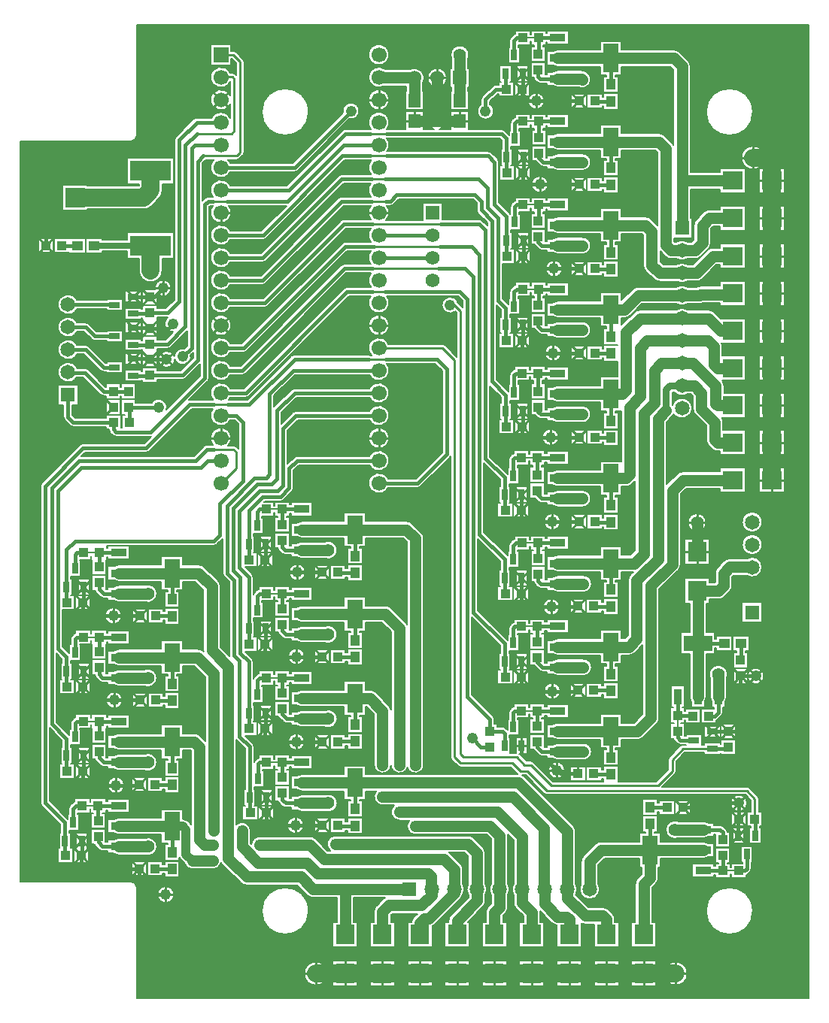
<source format=gbr>
G04 DesignSpark PCB PRO Gerber Version 10.0 Build 5299*
G04 #@! TF.Part,Single*
G04 #@! TF.FileFunction,Copper,L1,Top*
G04 #@! TF.FilePolarity,Positive*
%FSLAX35Y35*%
%MOIN*%
G04 #@! TA.AperFunction,SMDPad,CuDef*
%ADD87R,0.02559X0.04724*%
%ADD91R,0.03543X0.07087*%
%ADD85R,0.03937X0.04291*%
%ADD90R,0.04134X0.04724*%
%ADD84R,0.04724X0.02559*%
%ADD88R,0.07087X0.03543*%
%ADD86R,0.04291X0.03937*%
%ADD93R,0.04724X0.04134*%
%ADD97R,0.05500X0.06000*%
%ADD89R,0.07087X0.12598*%
%ADD92R,0.12598X0.07087*%
%ADD96R,0.08465X0.08661*%
%ADD95R,0.08661X0.08465*%
%ADD94R,0.18110X0.09055*%
G04 #@! TA.AperFunction,ComponentPad*
%ADD71R,0.06000X0.06000*%
%ADD23R,0.06201X0.06201*%
%ADD17R,0.06496X0.06496*%
%ADD21R,0.06693X0.06693*%
%ADD19R,0.08563X0.08563*%
G04 #@! TD.AperFunction*
%ADD10C,0.00500*%
%ADD11C,0.01000*%
%ADD14C,0.01500*%
%ADD81C,0.02500*%
%ADD82C,0.03150*%
%ADD83C,0.03937*%
G04 #@! TA.AperFunction,ViaPad*
%ADD12C,0.04800*%
G04 #@! TD.AperFunction*
%ADD15C,0.05000*%
G04 #@! TA.AperFunction,ViaPad*
%ADD13C,0.05600*%
G04 #@! TA.AperFunction,ComponentPad*
%ADD20C,0.06000*%
%ADD24C,0.06201*%
%ADD18C,0.06496*%
%ADD22C,0.06693*%
G04 #@! TD.AperFunction*
%ADD16C,0.07874*%
G04 #@! TA.AperFunction,ComponentPad*
%ADD70C,0.08563*%
G04 #@! TD.AperFunction*
X0Y0D02*
D02*
D10*
X49504Y273053D02*
X47913Y271463D01*
X97768D01*
X102181Y275875D01*
G75*
G02*
X103596Y276463I1416J-1413D01*
G01*
X106217D01*
G75*
G02*
X105102Y279463I3482J3000D01*
G01*
G75*
G02*
X114295I4596J0D01*
G01*
G75*
G02*
X112949Y276213I-4596J0D01*
G01*
X115210D01*
G75*
G02*
X116448Y275700I1J-1750D01*
G01*
X117541Y274607D01*
Y285642D01*
X115721Y287463D01*
X113837D01*
G75*
G02*
X105102Y289463I-4139J2000D01*
G01*
G75*
G02*
X106118Y292344I4596J0D01*
G01*
X96748D01*
X78044Y273641D01*
G75*
G02*
X76628Y273053I-1416J1413D01*
G01*
X49504D01*
G36*
X49504Y273053D02*
X47913Y271463D01*
X97768D01*
X102181Y275875D01*
G75*
G02*
X103596Y276463I1416J-1413D01*
G01*
X106217D01*
G75*
G02*
X105102Y279463I3482J3000D01*
G01*
G75*
G02*
X114295I4596J0D01*
G01*
G75*
G02*
X112949Y276213I-4596J0D01*
G01*
X115210D01*
G75*
G02*
X116448Y275700I1J-1750D01*
G01*
X117541Y274607D01*
Y285642D01*
X115721Y287463D01*
X113837D01*
G75*
G02*
X105102Y289463I-4139J2000D01*
G01*
G75*
G02*
X106118Y292344I4596J0D01*
G01*
X96748D01*
X78044Y273641D01*
G75*
G02*
X76628Y273053I-1416J1413D01*
G01*
X49504D01*
G37*
X54325Y116392D02*
X49325D01*
X54719Y153793D02*
X49719D01*
X54719Y191195D02*
X49719D01*
X54719Y228596D02*
X49719D01*
X72435Y80183D02*
Y31108D01*
X370191D01*
Y462711D01*
X72435D01*
Y413636D01*
G75*
G02*
X69935Y411136I-2500J0D01*
G01*
X20861D01*
Y82683D01*
X69935D01*
G75*
G02*
X72435Y80183I0J-2500D01*
G01*
X348063Y113705D02*
X349665D01*
Y107268D01*
X348549D01*
Y106815D01*
X349079D01*
Y99591D01*
X344020D01*
Y106815D01*
X344549D01*
Y107268D01*
X342874D01*
Y113705D01*
X344563D01*
Y118817D01*
X342045Y121335D01*
X254188D01*
G75*
G02*
X252950Y121847I-1J1750D01*
G01*
X244801Y129996D01*
X243237D01*
G75*
G02*
X244243Y129278I-1649J-3369D01*
G01*
X265813Y107707D01*
G75*
G02*
X266913Y105053I-2650J-2654D01*
G01*
Y81868D01*
G75*
G02*
X266983Y77009I-3750J-2484D01*
G01*
X272669Y71323D01*
X278984D01*
G75*
G02*
X281642Y70224I6J-3750D01*
G01*
X283217Y68650D01*
G75*
G02*
X284315Y65998I-2652J-2652D01*
G01*
G75*
G02*
Y65996I-2256J-1D01*
G01*
G75*
G02*
Y65992I-2103J-2D01*
G01*
Y64886D01*
X286047D01*
Y53724D01*
X275083D01*
Y63823D01*
X271116D01*
G75*
G02*
X269512Y64183I0J3750D01*
G01*
Y53724D01*
X258547D01*
Y63447D01*
G75*
G02*
X256258Y64530I364J3732D01*
G01*
X251220Y69567D01*
G75*
G02*
X251244Y69148I-3726J-420D01*
G01*
Y64886D01*
X252976D01*
Y53724D01*
X242012D01*
Y64886D01*
X243744D01*
Y67594D01*
X240514Y70825D01*
G75*
G02*
X239413Y73478I2650J2654D01*
G01*
Y76900D01*
G75*
G02*
Y81868I3750J2484D01*
G01*
Y101059D01*
X236890Y103582D01*
G75*
G02*
X236913Y103163I-3726J-420D01*
G01*
Y81868D01*
G75*
G02*
Y76900I-3750J-2484D01*
G01*
Y71352D01*
G75*
G02*
X235813Y68699I-3750J0D01*
G01*
X234709Y67594D01*
Y64886D01*
X236441D01*
Y53724D01*
X225476D01*
Y64886D01*
X227209D01*
Y69148D01*
G75*
G02*
X228309Y71802I3750J0D01*
G01*
X229413Y72906D01*
Y76900D01*
G75*
G02*
Y81868I3750J2484D01*
G01*
Y101610D01*
X227437Y103587D01*
X195919D01*
G75*
G02*
X193169Y109886I0J3750D01*
G01*
X188833D01*
G75*
G02*
X186509Y116579I0J3750D01*
G01*
X181352D01*
G75*
G02*
X178602Y122878I0J3750D01*
G01*
X173941D01*
Y119079D01*
X171148D01*
Y118626D01*
X172465D01*
Y111402D01*
X165831D01*
Y118626D01*
X167148D01*
Y119079D01*
X164354D01*
Y122878D01*
X145526D01*
G75*
G02*
X143305Y123606I0J3750D01*
G01*
X140732D01*
Y129650D01*
X143305D01*
G75*
G02*
X145526Y130378I2221J-3022D01*
G01*
X164354D01*
Y134177D01*
X173941D01*
Y130378D01*
X241285D01*
G75*
G02*
X241139Y130509I1092J1367D01*
G01*
X238108Y133539D01*
X215999D01*
G75*
G02*
X214761Y134052I-1J1750D01*
G01*
X212005Y136808D01*
G75*
G02*
X211492Y138045I1237J1237D01*
G01*
Y271412D01*
G75*
G02*
X211111Y270881I-1793J885D01*
G01*
X198280Y258050D01*
G75*
G02*
X196864Y257463I-1416J1413D01*
G01*
X183837D01*
G75*
G02*
X175102Y259463I-4139J2000D01*
G01*
G75*
G02*
X183837Y261463I4596J0D01*
G01*
X196036D01*
X207699Y273126D01*
Y309264D01*
X204540Y312423D01*
X183215D01*
G75*
G02*
X184295Y309463I-3516J-2960D01*
G01*
G75*
G02*
X175560Y307463I-4596J0D01*
G01*
X142574D01*
X133352Y298241D01*
Y293267D01*
X140960Y300875D01*
G75*
G02*
X142376Y301463I1416J-1413D01*
G01*
X175560D01*
G75*
G02*
X184295Y299463I4139J-2000D01*
G01*
G75*
G02*
X175560Y297463I-4596J0D01*
G01*
X143204D01*
X136502Y290760D01*
Y285787D01*
X141590Y290875D01*
G75*
G02*
X143006Y291463I1416J-1413D01*
G01*
X175560D01*
G75*
G02*
X184295Y289463I4139J-2000D01*
G01*
G75*
G02*
X175560Y287463I-4596J0D01*
G01*
X143834D01*
X139258Y282886D01*
Y268070D01*
X142063Y270875D01*
G75*
G02*
X143478Y271463I1416J-1413D01*
G01*
X175560D01*
G75*
G02*
X184295Y269463I4139J-2000D01*
G01*
G75*
G02*
X175560Y267463I-4596J0D01*
G01*
X144307D01*
X142014Y265170D01*
Y257337D01*
G75*
G02*
X141426Y255921I-2000J0D01*
G01*
X137493Y251987D01*
G75*
G02*
X136077Y251400I-1416J1413D01*
G01*
X129031D01*
X128738Y251106D01*
X133217D01*
Y249388D01*
X133425D01*
Y251106D01*
X140217D01*
Y249888D01*
X140732D01*
Y250909D01*
X150319D01*
Y244866D01*
X140732D01*
Y245888D01*
X140217D01*
Y244669D01*
X138821D01*
Y244547D01*
X140083D01*
Y237756D01*
X133646D01*
Y244547D01*
X134821D01*
Y244669D01*
X133425D01*
Y246388D01*
X133217D01*
Y244669D01*
X127841D01*
Y244217D01*
X128370D01*
Y236992D01*
X124061D01*
Y235949D01*
X124591D01*
Y228724D01*
X124061D01*
Y228665D01*
X125736D01*
Y222228D01*
X120470D01*
X123474Y219225D01*
G75*
G02*
X124061Y217809I-1413J-1416D01*
G01*
Y210218D01*
G75*
G02*
X124428Y210721I1779J-913D01*
G01*
X125606Y211899D01*
G75*
G02*
X126425Y212395I1416J-1412D01*
G01*
Y213705D01*
X133217D01*
Y211986D01*
X133425D01*
Y213705D01*
X140217D01*
Y212486D01*
X140732D01*
Y213508D01*
X150319D01*
Y207465D01*
X140732D01*
Y208486D01*
X140217D01*
Y207268D01*
X138821D01*
Y207146D01*
X140083D01*
Y200354D01*
X133646D01*
Y207146D01*
X134821D01*
Y207268D01*
X133425D01*
Y208986D01*
X133217D01*
Y207268D01*
X127841D01*
Y206815D01*
X128370D01*
Y199591D01*
X124061D01*
Y198547D01*
X124591D01*
Y191323D01*
X124061D01*
Y191264D01*
X125736D01*
Y184827D01*
X120470D01*
X123474Y181823D01*
G75*
G02*
X124061Y180407I-1413J-1416D01*
G01*
Y172817D01*
G75*
G02*
X124428Y173319I1779J-913D01*
G01*
X125606Y174497D01*
G75*
G02*
X126425Y174994I1416J-1412D01*
G01*
Y176303D01*
X133217D01*
Y174585D01*
X133425D01*
Y176303D01*
X140217D01*
Y175085D01*
X140732D01*
Y176106D01*
X150319D01*
Y170063D01*
X140732D01*
Y171085D01*
X140217D01*
Y169866D01*
X138821D01*
Y169744D01*
X140083D01*
Y162953D01*
X133646D01*
Y169744D01*
X134821D01*
Y169866D01*
X133425D01*
Y171585D01*
X133217D01*
Y169866D01*
X127841D01*
Y169413D01*
X128370D01*
Y162189D01*
X124061D01*
Y161146D01*
X124591D01*
Y153921D01*
X124061D01*
Y153862D01*
X125736D01*
Y147425D01*
X120470D01*
X123867Y144028D01*
G75*
G02*
X124455Y142612I-1413J-1416D01*
G01*
Y135809D01*
G75*
G02*
X124822Y136311I1779J-913D01*
G01*
X125606Y137096D01*
G75*
G02*
X126425Y137592I1416J-1412D01*
G01*
Y138902D01*
X133217D01*
Y137183D01*
X133425D01*
Y138902D01*
X140217D01*
Y137683D01*
X140732D01*
Y138705D01*
X150319D01*
Y132661D01*
X140732D01*
Y133683D01*
X140217D01*
Y132465D01*
X138821D01*
Y132343D01*
X140083D01*
Y125551D01*
X133646D01*
Y132343D01*
X134821D01*
Y132465D01*
X133425D01*
Y134183D01*
X133217D01*
Y132465D01*
X128234D01*
Y132012D01*
X128764D01*
Y124787D01*
X124455D01*
Y123744D01*
X124984D01*
Y116520D01*
X124455D01*
Y116461D01*
X126130D01*
Y110024D01*
X119339D01*
Y116461D01*
X120455D01*
Y116520D01*
X119925D01*
Y123744D01*
X120455D01*
Y141784D01*
X116598Y145640D01*
Y108119D01*
G75*
G02*
X122898Y105368I2549J-2750D01*
G01*
Y99835D01*
X123290Y99442D01*
G75*
G02*
X127022Y102819I3731J-373D01*
G01*
X149069D01*
G75*
G02*
X151723Y101719I0J-3750D01*
G01*
X156921Y96520D01*
X158162D01*
G75*
G02*
X160486Y103213I2324J2943D01*
G01*
X219148D01*
G75*
G02*
X221802Y102112I0J-3750D01*
G01*
X225734Y98180D01*
G75*
G02*
X226835Y95526I-2650J-2654D01*
G01*
Y81983D01*
G75*
G02*
X226913Y76900I-3671J-2599D01*
G01*
Y74266D01*
G75*
G02*
X225813Y71612I-3750J0D01*
G01*
X219087Y64886D01*
X219906D01*
Y53724D01*
X208941D01*
Y64886D01*
X210673D01*
Y65526D01*
G75*
G02*
X211774Y68180I3750J0D01*
G01*
X219413Y75819D01*
Y76900D01*
G75*
G02*
X219335Y81744I3750J2484D01*
G01*
Y93972D01*
X217594Y95713D01*
X210842D01*
G75*
G02*
X211172Y95419I-2324J-2946D01*
G01*
X215892Y90699D01*
G75*
G02*
X216992Y88045I-2650J-2654D01*
G01*
Y81744D01*
G75*
G02*
X216767Y76691I-3829J-2361D01*
G01*
G75*
G02*
X215813Y75077I-3603J1039D01*
G01*
X204479Y63742D01*
G75*
G02*
X203370Y62975I-2654J2650D01*
G01*
Y53724D01*
X192406D01*
Y64886D01*
X194167D01*
G75*
G02*
X195238Y67077I3722J-462D01*
G01*
X196709Y68547D01*
X185661D01*
X185102Y67988D01*
Y64886D01*
X186835D01*
Y53724D01*
X175870D01*
Y64886D01*
X177602D01*
Y69535D01*
G75*
G02*
Y69540I2139J2D01*
G01*
G75*
G02*
Y69541I2374J1D01*
G01*
G75*
G02*
X178701Y72193I3750J0D01*
G01*
X181457Y74949D01*
G75*
G02*
X182397Y75634I2652J-2652D01*
G01*
X168567D01*
Y64886D01*
X170299D01*
Y53724D01*
X159335D01*
Y64886D01*
X161067D01*
Y75634D01*
X150644D01*
G75*
G02*
X147990Y76734I0J3750D01*
G01*
X143579Y81146D01*
X121116D01*
G75*
G02*
X118463Y82246I0J3750D01*
G01*
X110199Y90510D01*
G75*
G02*
X109778Y91011I2648J2654D01*
G01*
G75*
G02*
X106156Y88232I-3622J971D01*
G01*
X97100D01*
G75*
G02*
X93464Y91067I0J3750D01*
G01*
X92069Y92462D01*
G75*
G02*
X91362Y93528I2276J2276D01*
G01*
Y92110D01*
X84728D01*
Y99335D01*
X86045D01*
Y99787D01*
X83252D01*
Y103587D01*
X64423D01*
G75*
G02*
X62202Y104315I0J3750D01*
G01*
X59630D01*
Y110358D01*
X62202D01*
G75*
G02*
X64423Y111087I2221J-3022D01*
G01*
X83252D01*
Y114886D01*
X92839D01*
Y110554D01*
G75*
G02*
X95046Y109613I-69J-3218D01*
G01*
X96500Y108158D01*
Y140823D01*
X96335Y140988D01*
X92839D01*
Y137189D01*
X90045D01*
Y136736D01*
X91362D01*
Y129512D01*
X84728D01*
Y136736D01*
X86045D01*
Y137189D01*
X83252D01*
Y140988D01*
X64423D01*
G75*
G02*
X62202Y141717I0J3750D01*
G01*
X59630D01*
Y147760D01*
X62202D01*
G75*
G02*
X64423Y148488I2221J-3022D01*
G01*
X83252D01*
Y152287D01*
X92839D01*
Y148488D01*
X97888D01*
G75*
G02*
X100542Y147388I0J-3750D01*
G01*
X102799Y145130D01*
Y173500D01*
X97909Y178390D01*
X92839D01*
Y174591D01*
X90045D01*
Y174138D01*
X91362D01*
Y166913D01*
X84728D01*
Y174138D01*
X86045D01*
Y174591D01*
X83252D01*
Y178390D01*
X64423D01*
G75*
G02*
X62202Y179118I0J3750D01*
G01*
X59630D01*
Y185161D01*
X62202D01*
G75*
G02*
X64423Y185890I2221J-3022D01*
G01*
X83252D01*
Y189689D01*
X92839D01*
Y185890D01*
X99463D01*
G75*
G02*
X102035Y184868I0J-3750D01*
G01*
G75*
G02*
X102012Y185289I3728J420D01*
G01*
Y212083D01*
X98303Y215791D01*
X92839D01*
Y211992D01*
X90045D01*
Y211539D01*
X91362D01*
Y204315D01*
X84728D01*
Y211539D01*
X86045D01*
Y211992D01*
X83252D01*
Y215791D01*
X64423D01*
G75*
G02*
X62202Y216520I0J3750D01*
G01*
X59630D01*
Y222563D01*
X62202D01*
G75*
G02*
X64423Y223291I2221J-3022D01*
G01*
X83252D01*
Y227091D01*
X92839D01*
Y223291D01*
X99856D01*
G75*
G02*
X102510Y222191I0J-3750D01*
G01*
X108411Y216290D01*
G75*
G02*
X109512Y213636I-2650J-2654D01*
G01*
Y186843D01*
X113613Y182741D01*
G75*
G02*
X113604Y182927I1993J186D01*
G01*
Y215563D01*
X111042Y218126D01*
G75*
G02*
X110455Y219541I1413J1416D01*
G01*
Y234792D01*
X107965Y232302D01*
G75*
G02*
X106549Y231715I-1416J1413D01*
G01*
X59114D01*
Y230596D01*
X59630D01*
Y231618D01*
X69217D01*
Y225575D01*
X59630D01*
Y226596D01*
X59114D01*
Y225378D01*
X58980D01*
Y218858D01*
X52543D01*
Y225378D01*
X52323D01*
Y227096D01*
X52114D01*
Y225378D01*
X47132D01*
Y225319D01*
X47661D01*
Y218094D01*
X43352D01*
Y217051D01*
X43882D01*
Y209827D01*
X43352D01*
Y209768D01*
X45028D01*
Y203331D01*
X39652D01*
Y186905D01*
X42602Y183954D01*
Y187917D01*
X43132D01*
Y190407D01*
G75*
G02*
X43719Y191823I2000J0D01*
G01*
X44504Y192607D01*
G75*
G02*
X45323Y193104I1416J-1412D01*
G01*
Y194413D01*
X52114D01*
Y192695D01*
X52323D01*
Y194413D01*
X59114D01*
Y193195D01*
X59630D01*
Y194217D01*
X69217D01*
Y188173D01*
X59630D01*
Y189195D01*
X59114D01*
Y187976D01*
X58980D01*
Y181457D01*
X52543D01*
Y187976D01*
X52323D01*
Y189695D01*
X52114D01*
Y187976D01*
X47132D01*
Y187917D01*
X47661D01*
Y180693D01*
X43352D01*
Y179650D01*
X43882D01*
Y172425D01*
X43352D01*
Y172366D01*
X45028D01*
Y165929D01*
X38236D01*
Y172366D01*
X39352D01*
Y172425D01*
X38823D01*
Y179650D01*
X39352D01*
Y181548D01*
X36896Y184004D01*
Y153441D01*
X42602Y147734D01*
Y150516D01*
X43132D01*
Y153006D01*
G75*
G02*
X43719Y154422I2000J0D01*
G01*
X44504Y155206D01*
G75*
G02*
X45323Y155702I1416J-1412D01*
G01*
Y157012D01*
X52114D01*
Y155293D01*
X52323D01*
Y157012D01*
X59114D01*
Y155793D01*
X59630D01*
Y156815D01*
X69217D01*
Y150772D01*
X59630D01*
Y151793D01*
X59114D01*
Y150575D01*
X58980D01*
Y144055D01*
X52543D01*
Y150575D01*
X52323D01*
Y152293D01*
X52114D01*
Y150575D01*
X47132D01*
Y150516D01*
X47661D01*
Y143291D01*
X43352D01*
Y142248D01*
X43882D01*
Y135024D01*
X43352D01*
Y134965D01*
X45028D01*
Y128528D01*
X38236D01*
Y134965D01*
X39352D01*
Y135024D01*
X38823D01*
Y142248D01*
X39352D01*
Y145327D01*
X33746Y150933D01*
Y118559D01*
X41815Y110490D01*
Y112720D01*
X42344D01*
Y115211D01*
G75*
G02*
X42932Y116626I2000J0D01*
G01*
X44110Y117804D01*
G75*
G02*
X44929Y118301I1416J-1412D01*
G01*
Y119610D01*
X51720D01*
Y117892D01*
X51929D01*
Y119610D01*
X58720D01*
Y118392D01*
X59630D01*
Y119413D01*
X69217D01*
Y113370D01*
X59630D01*
Y114392D01*
X58720D01*
Y113173D01*
X57325D01*
Y113051D01*
X58587D01*
Y106260D01*
X52150D01*
Y113051D01*
X53325D01*
Y113173D01*
X51929D01*
Y114892D01*
X51720D01*
Y113173D01*
X46344D01*
Y112720D01*
X46874D01*
Y105496D01*
X42565D01*
Y104453D01*
X43094D01*
Y97563D01*
X44240D01*
Y91126D01*
X37449D01*
Y97563D01*
X38035D01*
Y104453D01*
X38565D01*
Y108083D01*
X30333Y116315D01*
G75*
G02*
X29746Y117730I1413J1416D01*
G01*
Y258124D01*
G75*
G02*
X30333Y259540I2000J0D01*
G01*
X47259Y276466D01*
G75*
G02*
X48675Y277053I1416J-1413D01*
G01*
X75800D01*
X78911Y280165D01*
G75*
G02*
X78596Y280140I-314J1975D01*
G01*
X63242D01*
G75*
G02*
X61826Y280727I0J2000D01*
G01*
X60692Y281862D01*
G75*
G02*
X60104Y283252I1412J1416D01*
G01*
X58709D01*
Y284470D01*
X44344D01*
G75*
G02*
X42929Y285058I0J2000D01*
G01*
X40570Y287417D01*
G75*
G02*
X39982Y288833I1413J1416D01*
G01*
Y294177D01*
X37484D01*
Y303173D01*
X46480D01*
Y294177D01*
X43982D01*
Y289661D01*
X45173Y288470D01*
X58709D01*
Y289689D01*
X65500D01*
Y284140D01*
X65709D01*
Y289689D01*
X67104D01*
Y289811D01*
X65535D01*
Y296602D01*
X71972D01*
Y295207D01*
X79087D01*
G75*
G02*
X85560Y291931I3053J-2000D01*
G01*
X100612Y306984D01*
Y312394D01*
X94185Y305967D01*
G75*
G02*
X92770Y305380I-1416J1413D01*
G01*
X81421D01*
Y303984D01*
X74984D01*
Y305100D01*
X74531D01*
Y304571D01*
X67307D01*
Y309630D01*
X74531D01*
Y309100D01*
X74984D01*
Y310776D01*
X81421D01*
Y309380D01*
X91941D01*
X97463Y314901D01*
Y317469D01*
X96343Y316349D01*
G75*
G02*
X89333Y314376I-3573J-745D01*
G01*
G75*
G02*
X82033Y314423I-3650J48D01*
G01*
G75*
G02*
X89120Y315652I3650J0D01*
G01*
G75*
G02*
X93515Y319178I3650J-48D01*
G01*
X94707Y320370D01*
Y326918D01*
X87536Y319747D01*
G75*
G02*
X86120Y319159I-1416J1413D01*
G01*
X81421D01*
Y310984D01*
X74984D01*
Y318880D01*
X74531D01*
Y318350D01*
X67307D01*
Y323409D01*
X74531D01*
Y322880D01*
X74984D01*
Y324555D01*
X81421D01*
Y323159D01*
X85292D01*
X88660Y326528D01*
G75*
G02*
X86059Y332939I-221J3643D01*
G01*
X81421D01*
Y324764D01*
X74984D01*
Y332659D01*
X74531D01*
Y332130D01*
X67307D01*
Y337189D01*
X74531D01*
Y336659D01*
X74984D01*
Y338335D01*
X81421D01*
Y336939D01*
X85292D01*
X89195Y340842D01*
Y411667D01*
G75*
G02*
X89782Y413083I2000J0D01*
G01*
X97653Y420954D01*
G75*
G02*
X99069Y421541I1416J-1413D01*
G01*
X105599D01*
G75*
G02*
X113854Y421427I4100J-2079D01*
G01*
Y427498D01*
G75*
G02*
X105102Y429463I-4156J1965D01*
G01*
G75*
G02*
X113854Y431427I4596J0D01*
G01*
Y437498D01*
G75*
G02*
X105102Y439463I-4156J1965D01*
G01*
G75*
G02*
X113881Y441370I4596J0D01*
G01*
X114816D01*
G75*
G02*
X116054Y440857I1J-1750D01*
G01*
X116610Y440302D01*
Y445588D01*
X114486Y447713D01*
X114295D01*
Y444866D01*
X105102D01*
Y454059D01*
X114295D01*
Y451213D01*
X115210D01*
G75*
G02*
X116448Y450700I1J-1750D01*
G01*
X119598Y447550D01*
G75*
G02*
X120110Y446313I-1237J-1237D01*
G01*
Y406156D01*
G75*
G02*
X119598Y404918I-1750J0D01*
G01*
X118023Y403343D01*
G75*
G02*
X116785Y402831I-1237J1237D01*
G01*
X112827D01*
G75*
G02*
X113837Y401463I-3128J-3368D01*
G01*
X141548D01*
X163803Y423718D01*
G75*
G02*
X163726Y424463I3574J745D01*
G01*
G75*
G02*
X171026I3650J0D01*
G01*
G75*
G02*
X166631Y420889I-3650J0D01*
G01*
X143792Y398050D01*
G75*
G02*
X142376Y397463I-1416J1413D01*
G01*
X113837D01*
G75*
G02*
X105102Y399463I-4139J2000D01*
G01*
G75*
G02*
X106571Y402831I4596J0D01*
G01*
X102903D01*
X101463Y401390D01*
Y384606D01*
X102773Y385916D01*
G75*
G02*
X104191Y386502I1414J-1414D01*
G01*
X106156D01*
G75*
G02*
X106183I14J-2006D01*
G01*
G75*
G02*
X105102Y389463I3515J2961D01*
G01*
G75*
G02*
X113837Y391463I4596J0D01*
G01*
X139028D01*
X163401Y415836D01*
G75*
G02*
X164817Y416423I1416J-1413D01*
G01*
X175841D01*
G75*
G02*
X176298Y416370I0J-2000D01*
G01*
G75*
G02*
X175102Y419463I3401J3092D01*
G01*
G75*
G02*
X184295I4596J0D01*
G01*
G75*
G02*
X183140Y416415I-4596J0D01*
G01*
G75*
G02*
X183321Y416423I181J-1991D01*
G01*
X191526D01*
Y424409D01*
X199526D01*
Y416423D01*
X204053D01*
G75*
G02*
X201618Y419935I1315J3512D01*
G01*
G75*
G02*
X209118I3750J0D01*
G01*
G75*
G02*
X206683Y416423I-3750J0D01*
G01*
X211604D01*
Y424409D01*
X219604D01*
Y416423D01*
X234108D01*
G75*
G02*
X235524Y415836I0J-2000D01*
G01*
X237484Y413876D01*
Y415870D01*
X238014D01*
Y419148D01*
G75*
G02*
X238601Y420563I2000J0D01*
G01*
X239385Y421348D01*
G75*
G02*
X240205Y421844I1416J-1412D01*
G01*
Y423154D01*
X246996D01*
Y421435D01*
X247205D01*
Y423154D01*
X253996D01*
Y421935D01*
X254118D01*
Y422957D01*
X263705D01*
Y416913D01*
X254118D01*
Y417935D01*
X253996D01*
Y416717D01*
X252600D01*
Y416201D01*
X253862D01*
Y409409D01*
X247425D01*
Y416201D01*
X248600D01*
Y416717D01*
X247205D01*
Y418435D01*
X246996D01*
Y416717D01*
X242014D01*
Y415870D01*
X242543D01*
Y408646D01*
X238234D01*
Y407602D01*
X238764D01*
Y400378D01*
X238234D01*
Y400319D01*
X239909D01*
Y393882D01*
X233118D01*
Y400319D01*
X234234D01*
Y400378D01*
X233705D01*
Y407602D01*
X234234D01*
Y411469D01*
X233280Y412423D01*
X183321D01*
G75*
G02*
X183212Y412426I-4J2002D01*
G01*
G75*
G02*
X183279Y406580I-3513J-2963D01*
G01*
G75*
G02*
X183321Y406581I40J-2007D01*
G01*
X228203D01*
G75*
G02*
X229619Y405993I0J-2000D01*
G01*
X232371Y403241D01*
G75*
G02*
X232959Y401825I-1413J-1416D01*
G01*
Y383913D01*
X237647Y379225D01*
G75*
G02*
X237935Y378862I-1412J-1416D01*
G01*
X238014D01*
Y382140D01*
G75*
G02*
X238601Y383556I2000J0D01*
G01*
X239385Y384340D01*
G75*
G02*
X240205Y384836I1416J-1412D01*
G01*
Y386146D01*
X246996D01*
Y384427D01*
X247205D01*
Y386146D01*
X253996D01*
Y384927D01*
X254118D01*
Y385949D01*
X263705D01*
Y379906D01*
X254118D01*
Y380927D01*
X253996D01*
Y379709D01*
X252600D01*
Y379193D01*
X253469D01*
Y372402D01*
X247031D01*
Y379193D01*
X248600D01*
Y379709D01*
X247205D01*
Y381427D01*
X246996D01*
Y379709D01*
X242014D01*
Y378862D01*
X242543D01*
Y371638D01*
X238234D01*
Y370594D01*
X238764D01*
Y363370D01*
X238234D01*
Y363311D01*
X239909D01*
Y356874D01*
X234533D01*
Y341236D01*
X237091Y338679D01*
Y341461D01*
X237620D01*
Y344344D01*
G75*
G02*
X238207Y345760I2000J0D01*
G01*
X239385Y346938D01*
G75*
G02*
X240205Y347435I1416J-1412D01*
G01*
Y348744D01*
X246996D01*
Y347026D01*
X247205D01*
Y348744D01*
X253996D01*
Y347526D01*
X254118D01*
Y348547D01*
X263705D01*
Y342504D01*
X254118D01*
Y343526D01*
X253996D01*
Y342307D01*
X252600D01*
Y341791D01*
X253469D01*
Y335000D01*
X247031D01*
Y341791D01*
X248600D01*
Y342307D01*
X247205D01*
Y344026D01*
X246996D01*
Y342307D01*
X241620D01*
Y341461D01*
X242150D01*
Y334236D01*
X237841D01*
Y333193D01*
X238370D01*
Y325969D01*
X237841D01*
Y325909D01*
X239516D01*
Y319472D01*
X232724D01*
Y325909D01*
X233841D01*
Y325969D01*
X233311D01*
Y333193D01*
X233841D01*
Y336272D01*
X231778Y338335D01*
Y305409D01*
X237091Y300096D01*
Y303272D01*
X237620D01*
Y307337D01*
G75*
G02*
X238207Y308752I2000J0D01*
G01*
X238992Y309537D01*
G75*
G02*
X239811Y310033I1416J-1412D01*
G01*
Y311343D01*
X246602D01*
Y309624D01*
X246811D01*
Y311343D01*
X253602D01*
Y310124D01*
X254118D01*
Y311146D01*
X263705D01*
Y305102D01*
X254118D01*
Y306124D01*
X253602D01*
Y304906D01*
X252207D01*
Y303602D01*
X253469D01*
Y296811D01*
X247031D01*
Y303602D01*
X248207D01*
Y304906D01*
X246811D01*
Y306624D01*
X246602D01*
Y304906D01*
X241620D01*
Y303272D01*
X242150D01*
Y296047D01*
X237841D01*
Y295004D01*
X238370D01*
Y287780D01*
X237841D01*
Y287720D01*
X239516D01*
Y281283D01*
X232724D01*
Y287720D01*
X233841D01*
Y287780D01*
X233311D01*
Y295004D01*
X233841D01*
Y297689D01*
X229022Y302508D01*
Y271157D01*
X236697Y263482D01*
Y266264D01*
X237226D01*
Y269935D01*
G75*
G02*
X237814Y271351I2000J0D01*
G01*
X238598Y272135D01*
G75*
G02*
X239417Y272631I1416J-1412D01*
G01*
Y273941D01*
X246209D01*
Y272222D01*
X246417D01*
Y273941D01*
X253209D01*
Y272722D01*
X254118D01*
Y273744D01*
X263705D01*
Y267701D01*
X254118D01*
Y268722D01*
X253209D01*
Y267504D01*
X251813D01*
Y266594D01*
X253075D01*
Y259803D01*
X246638D01*
Y266594D01*
X247813D01*
Y267504D01*
X246417D01*
Y269222D01*
X246209D01*
Y267504D01*
X241226D01*
Y266264D01*
X241756D01*
Y259039D01*
X237447D01*
Y257996D01*
X237976D01*
Y250772D01*
X237447D01*
Y250713D01*
X239122D01*
Y244276D01*
X232331D01*
Y250713D01*
X233447D01*
Y250772D01*
X232917D01*
Y257996D01*
X233447D01*
Y261075D01*
X226266Y268256D01*
Y237693D01*
X236697Y227261D01*
Y229256D01*
X237226D01*
Y231746D01*
G75*
G02*
X237814Y233162I2000J0D01*
G01*
X238992Y234340D01*
G75*
G02*
X239811Y234836I1416J-1412D01*
G01*
Y236146D01*
X246602D01*
Y234427D01*
X246811D01*
Y236146D01*
X253602D01*
Y234927D01*
X254118D01*
Y235949D01*
X263705D01*
Y229906D01*
X254118D01*
Y230927D01*
X253602D01*
Y229709D01*
X252207D01*
Y229587D01*
X253469D01*
Y222795D01*
X247031D01*
Y229587D01*
X248207D01*
Y229709D01*
X246811D01*
Y231427D01*
X246602D01*
Y229709D01*
X241226D01*
Y229256D01*
X241756D01*
Y222031D01*
X237447D01*
Y220988D01*
X237976D01*
Y213764D01*
X237447D01*
Y213705D01*
X239122D01*
Y207268D01*
X232331D01*
Y213705D01*
X233447D01*
Y213764D01*
X232917D01*
Y220988D01*
X233447D01*
Y224855D01*
X223510Y234792D01*
Y203047D01*
X236697Y189860D01*
Y192248D01*
X237226D01*
Y195132D01*
G75*
G02*
X237814Y196548I2000J0D01*
G01*
X238598Y197332D01*
G75*
G02*
X239417Y197828I1416J-1412D01*
G01*
Y199138D01*
X246209D01*
Y197419D01*
X246417D01*
Y199138D01*
X253209D01*
Y197919D01*
X254118D01*
Y198941D01*
X263705D01*
Y192898D01*
X254118D01*
Y193919D01*
X253209D01*
Y192701D01*
X251813D01*
Y192579D01*
X253075D01*
Y185787D01*
X246638D01*
Y192579D01*
X247813D01*
Y192701D01*
X246417D01*
Y194419D01*
X246209D01*
Y192701D01*
X241226D01*
Y192248D01*
X241756D01*
Y185024D01*
X237447D01*
Y183980D01*
X237976D01*
Y176756D01*
X237447D01*
Y176697D01*
X239122D01*
Y170260D01*
X232331D01*
Y176697D01*
X233447D01*
Y176756D01*
X232917D01*
Y183980D01*
X233447D01*
Y187453D01*
X220754Y200146D01*
Y165645D01*
X230403Y155996D01*
G75*
G02*
X230990Y154581I-1413J-1416D01*
G01*
Y152815D01*
X232209D01*
Y151463D01*
X234498D01*
G75*
G02*
X235916Y150877I4J-2000D01*
G01*
X236697Y150096D01*
Y154846D01*
X237226D01*
Y157730D01*
G75*
G02*
X237814Y159146I2000J0D01*
G01*
X238598Y159930D01*
G75*
G02*
X239417Y160427I1416J-1412D01*
G01*
Y161736D01*
X246209D01*
Y160018D01*
X246417D01*
Y161736D01*
X253209D01*
Y160518D01*
X254118D01*
Y161539D01*
X263705D01*
Y155496D01*
X254118D01*
Y156518D01*
X253209D01*
Y155299D01*
X251813D01*
Y155177D01*
X253075D01*
Y148386D01*
X246638D01*
Y155177D01*
X247813D01*
Y155299D01*
X246417D01*
Y157018D01*
X246209D01*
Y155299D01*
X241226D01*
Y154846D01*
X241756D01*
Y147622D01*
X237447D01*
Y146579D01*
X237976D01*
Y139795D01*
X240476D01*
Y146579D01*
X245535D01*
Y139354D01*
X241963D01*
G75*
G02*
X242039Y139283I-1162J-1308D01*
G01*
X245069Y136252D01*
X247100D01*
G75*
G02*
X248338Y135739I1J-1750D01*
G01*
X256880Y127197D01*
X279217D01*
Y128368D01*
X278406D01*
Y127346D01*
X271614D01*
Y133783D01*
X278406D01*
Y132368D01*
X279217D01*
Y133980D01*
X285850D01*
Y127197D01*
X302675D01*
X307949Y132471D01*
Y136864D01*
G75*
G02*
X308461Y138102I1750J0D01*
G01*
X313343Y142983D01*
G75*
G02*
X314581Y143496I1237J-1237D01*
G01*
X315732D01*
Y143526D01*
X313242D01*
G75*
G02*
X311826Y144113I0J2000D01*
G01*
X310648Y145291D01*
G75*
G02*
X310152Y146110I1412J1416D01*
G01*
X308843D01*
Y152902D01*
X310561D01*
Y153110D01*
X308843D01*
Y159902D01*
X310061D01*
Y160024D01*
X309039D01*
Y169610D01*
X315083D01*
Y160024D01*
X314061D01*
Y159902D01*
X315280D01*
Y158506D01*
X315402D01*
Y159374D01*
X322193D01*
Y152937D01*
X315402D01*
Y154506D01*
X315280D01*
Y153110D01*
X313561D01*
Y152902D01*
X315280D01*
Y147526D01*
X315732D01*
Y148055D01*
X322957D01*
Y143496D01*
X324000D01*
Y144276D01*
X331224D01*
Y143746D01*
X331283D01*
Y145815D01*
X337720D01*
Y139024D01*
X331283D01*
Y139746D01*
X331224D01*
Y139217D01*
X324000D01*
Y139996D01*
X315306D01*
X311449Y136139D01*
Y131746D01*
G75*
G02*
X310936Y130509I-1750J0D01*
G01*
X305262Y124835D01*
X342769D01*
G75*
G02*
X344007Y124322I1J-1750D01*
G01*
X347550Y120779D01*
G75*
G02*
X348063Y119541I-1237J-1237D01*
G01*
Y113705D01*
X330890Y399039D02*
X342051D01*
Y388075D01*
X330890D01*
Y389807D01*
X317780D01*
Y377189D01*
X318528D01*
Y368193D01*
X310693D01*
Y366606D01*
X310858Y366441D01*
X311546D01*
G75*
G02*
X316513I2484J-3750D01*
G01*
X318224D01*
X319335Y367551D01*
Y373872D01*
G75*
G02*
X320435Y376526I3750J0D01*
G01*
X323581Y379671D01*
G75*
G02*
X326234Y380772I2654J-2650D01*
G01*
X330890D01*
Y382504D01*
X342051D01*
Y371539D01*
X330890D01*
Y373272D01*
X327787D01*
X326835Y372319D01*
Y365998D01*
G75*
G02*
X325734Y363344I-3750J0D01*
G01*
X322431Y360041D01*
G75*
G02*
X319778Y358941I-2654J2650D01*
G01*
X316513D01*
G75*
G02*
X311546I-2484J3750D01*
G01*
X309305D01*
G75*
G02*
X306652Y360041I0J3750D01*
G01*
X304394Y362299D01*
Y357709D01*
X305740Y356362D01*
X311431D01*
G75*
G02*
X316513Y356441I2599J-3671D01*
G01*
X318854D01*
X325156Y362742D01*
G75*
G02*
X327809Y363843I2654J-2650D01*
G01*
X330890D01*
Y365575D01*
X342051D01*
Y354610D01*
X330890D01*
Y356343D01*
X329362D01*
X323061Y350041D01*
G75*
G02*
X320407Y348941I-2654J2650D01*
G01*
X316513D01*
G75*
G02*
X311669Y348862I-2484J3750D01*
G01*
X304187D01*
G75*
G02*
X301533Y349963I0J3750D01*
G01*
X297994Y353502D01*
G75*
G02*
X296894Y356156I2650J2654D01*
G01*
Y369563D01*
X296335Y370122D01*
X287327D01*
Y366323D01*
X284533D01*
Y365476D01*
X285850D01*
Y358252D01*
X279217D01*
Y365476D01*
X280533D01*
Y366323D01*
X277740D01*
Y370122D01*
X258911D01*
G75*
G02*
X256691Y370850I0J3750D01*
G01*
X254118D01*
Y376894D01*
X256691D01*
G75*
G02*
X258911Y377622I2221J-3022D01*
G01*
X277740D01*
Y381421D01*
X287327D01*
Y377622D01*
X297882D01*
G75*
G02*
X300539Y376524I6J-3750D01*
G01*
X303193Y373870D01*
Y406177D01*
X302240Y407130D01*
X287327D01*
Y403331D01*
X284533D01*
Y402878D01*
X285850D01*
Y395654D01*
X279217D01*
Y402878D01*
X280533D01*
Y403331D01*
X277740D01*
Y407130D01*
X258911D01*
G75*
G02*
X256691Y407858I0J3750D01*
G01*
X254118D01*
Y413902D01*
X256691D01*
G75*
G02*
X258911Y414630I2221J-3022D01*
G01*
X277740D01*
Y418429D01*
X287327D01*
Y414630D01*
X303793D01*
G75*
G02*
X306447Y413530I0J-3750D01*
G01*
X309593Y410384D01*
G75*
G02*
X310280Y409442I-2651J-2654D01*
G01*
Y442791D01*
X308933Y444138D01*
X287327D01*
Y440339D01*
X284533D01*
Y439886D01*
X285850D01*
Y432661D01*
X279217D01*
Y439886D01*
X280533D01*
Y440339D01*
X277740D01*
Y444138D01*
X258911D01*
G75*
G02*
X256691Y444866I0J3750D01*
G01*
X254118D01*
Y450909D01*
X256691D01*
G75*
G02*
X258911Y451638I2221J-3022D01*
G01*
X277740D01*
Y455437D01*
X287327D01*
Y451638D01*
X310486D01*
G75*
G02*
X313140Y450537I0J-3750D01*
G01*
X316679Y446998D01*
G75*
G02*
X317780Y444344I-2650J-2654D01*
G01*
Y397307D01*
X330890D01*
Y399039D01*
X247387Y391982D02*
G75*
G02*
X254687I3650J0D01*
G01*
G75*
G02*
X247387I-3650J0D01*
G01*
X269935Y405575D02*
G75*
G02*
Y398075I0J-3750D01*
G01*
X258911D01*
G75*
G02*
X256691Y398803I0J3750D01*
G01*
X254118D01*
Y399825D01*
X252612D01*
G75*
G02*
X251196Y400412I0J2000D01*
G01*
X249231Y402378D01*
G75*
G02*
X249200Y402409I1408J1422D01*
G01*
X247425D01*
Y409201D01*
X253862D01*
Y403825D01*
X254118D01*
Y404846D01*
X256691D01*
G75*
G02*
X258911Y405575I2221J-3022D01*
G01*
X269935D01*
X279217Y395398D02*
X285850D01*
Y388173D01*
X279217D01*
Y389785D01*
X278799D01*
Y388764D01*
X272008D01*
Y395201D01*
X278799D01*
Y393785D01*
X279217D01*
Y395398D01*
X265008Y395201D02*
X271799D01*
Y388764D01*
X265008D01*
Y395201D01*
X240118Y400319D02*
X246909D01*
Y393882D01*
X240118D01*
Y400319D01*
X241264Y407602D02*
X246323D01*
Y400378D01*
X241264D01*
Y407602D01*
X269935Y368567D02*
G75*
G02*
Y361067I0J-3750D01*
G01*
X258911D01*
G75*
G02*
X256691Y361795I0J3750D01*
G01*
X254118D01*
Y362817D01*
X251829D01*
G75*
G02*
X250411Y363403I-4J2000D01*
G01*
X248836Y364978D01*
G75*
G02*
X248512Y365402I1414J1415D01*
G01*
X247031D01*
Y372193D01*
X253469D01*
Y366817D01*
X254118D01*
Y367839D01*
X256691D01*
G75*
G02*
X258911Y368567I2221J-3022D01*
G01*
X269935D01*
X279217Y357996D02*
X285850D01*
Y350772D01*
X279217D01*
Y352384D01*
X278799D01*
Y351362D01*
X272008D01*
Y357799D01*
X278799D01*
Y356384D01*
X279217D01*
Y357996D01*
X265008Y357799D02*
X271799D01*
Y351362D01*
X265008D01*
Y357799D01*
X253687Y354581D02*
G75*
G02*
X260987I3650J0D01*
G01*
G75*
G02*
X253687I-3650J0D01*
G01*
X240118Y363311D02*
X246909D01*
Y356874D01*
X240118D01*
Y363311D01*
X241264Y370594D02*
X246323D01*
Y363370D01*
X241264D01*
Y370594D01*
X330890Y349039D02*
X342051D01*
Y338075D01*
X330890D01*
Y339413D01*
X323576D01*
G75*
G02*
X321895Y339020I-1673J3357D01*
G01*
X316628D01*
G75*
G02*
X311431I-2599J3671D01*
G01*
X296291D01*
X291093Y333821D01*
G75*
G02*
X288439Y332720I-2654J2650D01*
G01*
X287327D01*
Y329638D01*
X292872Y335183D01*
G75*
G02*
X295526Y336283I2654J-2650D01*
G01*
X311323D01*
G75*
G02*
X316736I2707J-3593D01*
G01*
X325841D01*
G75*
G02*
X328494Y335183I0J-3750D01*
G01*
X331173Y332504D01*
X342051D01*
Y321539D01*
X331592D01*
G75*
G02*
X331953Y319935I-3389J-1605D01*
G01*
G75*
G02*
Y319933I-2256J-1D01*
G01*
G75*
G02*
Y319929I-2103J-2D01*
G01*
Y315969D01*
X342051D01*
Y305004D01*
X331878D01*
G75*
G02*
X332740Y302612I-2888J-2392D01*
G01*
Y299433D01*
X342051D01*
Y288469D01*
X331770D01*
G75*
G02*
X332346Y286470I-3173J-1998D01*
G01*
Y282898D01*
X342051D01*
Y271933D01*
X330890D01*
Y273665D01*
X329778D01*
G75*
G02*
X327124Y274766I0J3750D01*
G01*
X325947Y275943D01*
G75*
G02*
X324846Y278596I2650J2654D01*
G01*
Y284917D01*
X320041Y289722D01*
G75*
G02*
X318941Y292376I2650J2654D01*
G01*
Y297909D01*
X317909Y298941D01*
X316513D01*
G75*
G02*
X310594Y299787I-2484J3750D01*
G01*
X309768D01*
Y294130D01*
G75*
G02*
X318528Y292691I4262J-1439D01*
G01*
G75*
G02*
X310372Y290072I-4498J0D01*
G01*
G75*
G02*
X309594Y288937I-3430J1517D01*
G01*
X307150Y286492D01*
Y258909D01*
X311770Y263530D01*
G75*
G02*
X314423Y264630I2654J-2650D01*
G01*
X330890D01*
Y266362D01*
X342051D01*
Y255398D01*
X330890D01*
Y257130D01*
X315976D01*
X313449Y254602D01*
Y223478D01*
G75*
G02*
X312348Y220825I-3750J0D01*
G01*
X304000Y212476D01*
Y155368D01*
G75*
G02*
X302900Y152715I-3750J0D01*
G01*
X296998Y146813D01*
G75*
G02*
X294344Y145713I-2654J2650D01*
G01*
X287327D01*
Y141913D01*
X284533D01*
Y141461D01*
X285850D01*
Y134236D01*
X279217D01*
Y141461D01*
X280533D01*
Y141913D01*
X277740D01*
Y145713D01*
X258911D01*
G75*
G02*
X256691Y146441I0J3750D01*
G01*
X254118D01*
Y152484D01*
X256691D01*
G75*
G02*
X258911Y153213I2221J-3022D01*
G01*
X277740D01*
Y157012D01*
X287327D01*
Y153213D01*
X292791D01*
X296500Y156921D01*
Y187654D01*
X293061Y184215D01*
G75*
G02*
X290407Y183114I-2654J2650D01*
G01*
X287327D01*
Y179315D01*
X284533D01*
Y178469D01*
X285850D01*
Y171244D01*
X279217D01*
Y178469D01*
X280533D01*
Y179315D01*
X277740D01*
Y183114D01*
X258911D01*
G75*
G02*
X256691Y183843I0J3750D01*
G01*
X254118D01*
Y189886D01*
X256691D01*
G75*
G02*
X258911Y190614I2221J-3022D01*
G01*
X277740D01*
Y194413D01*
X287327D01*
Y190614D01*
X288854D01*
X290201Y191961D01*
Y216392D01*
G75*
G02*
X291301Y219046I3750J0D01*
G01*
X292378Y220122D01*
X287327D01*
Y216323D01*
X284533D01*
Y215870D01*
X285850D01*
Y208646D01*
X279217D01*
Y215870D01*
X280533D01*
Y216323D01*
X277740D01*
Y220122D01*
X258911D01*
G75*
G02*
X256691Y220850I0J3750D01*
G01*
X254118D01*
Y226894D01*
X256691D01*
G75*
G02*
X258911Y227622I2221J-3022D01*
G01*
X277740D01*
Y231421D01*
X287327D01*
Y227622D01*
X291217D01*
X293350Y229756D01*
Y260488D01*
X291878Y259016D01*
G75*
G02*
X289220Y257917I-2652J2652D01*
G01*
X287327D01*
Y254118D01*
X284533D01*
Y253272D01*
X285850D01*
Y246047D01*
X279217D01*
Y253272D01*
X280533D01*
Y254118D01*
X277740D01*
Y257917D01*
X258911D01*
G75*
G02*
X256691Y258646I0J3750D01*
G01*
X254118D01*
Y264689D01*
X256691D01*
G75*
G02*
X258911Y265417I2221J-3022D01*
G01*
X277740D01*
Y269217D01*
X287051D01*
Y291520D01*
X284533D01*
Y290673D01*
X285850D01*
Y283449D01*
X279217D01*
Y290673D01*
X280533D01*
Y291520D01*
X277740D01*
Y295319D01*
X258911D01*
G75*
G02*
X256691Y296047I0J3750D01*
G01*
X254118D01*
Y302091D01*
X256691D01*
G75*
G02*
X258911Y302819I2221J-3022D01*
G01*
X277740D01*
Y306618D01*
X285476D01*
Y313370D01*
X279217D01*
Y314982D01*
X278799D01*
Y313961D01*
X272008D01*
Y320398D01*
X278799D01*
Y318982D01*
X279217D01*
Y320594D01*
X285476D01*
Y320850D01*
X279217D01*
Y328075D01*
X280533D01*
Y328921D01*
X277740D01*
Y332720D01*
X258911D01*
G75*
G02*
X256691Y333449I0J3750D01*
G01*
X254118D01*
Y339492D01*
X256691D01*
G75*
G02*
X258911Y340220I2221J-3022D01*
G01*
X277740D01*
Y344020D01*
X287327D01*
Y340661D01*
X292085Y345419D01*
G75*
G02*
X294738Y346520I2654J-2650D01*
G01*
X311669D01*
G75*
G02*
X316390I2361J-3829D01*
G01*
X320624D01*
G75*
G02*
X322306Y346913I1673J-3357D01*
G01*
X330890D01*
Y349039D01*
X340634Y232219D02*
G75*
G02*
X349630I4498J0D01*
G01*
G75*
G02*
X340634I-4498J0D01*
G01*
Y242219D02*
G75*
G02*
X349630I4498J0D01*
G01*
G75*
G02*
X340634I-4498J0D01*
G01*
X316672Y241982D02*
G75*
G02*
X324772I4050J0D01*
G01*
G75*
G02*
X316672I-4050J0D01*
G01*
X342771Y226047D02*
G75*
G02*
X349630Y222219I2361J-3829D01*
G01*
G75*
G02*
X342533Y218547I-4498J0D01*
G01*
X336843D01*
X336283Y217988D01*
Y214030D01*
G75*
G02*
X335183Y211376I-3750J0D01*
G01*
X332825Y209018D01*
G75*
G02*
X330171Y207917I-2654J2650D01*
G01*
X326205D01*
Y206087D01*
X324866D01*
Y193232D01*
X328665D01*
Y190439D01*
X329118D01*
Y191756D01*
X336343D01*
Y185122D01*
X329118D01*
Y186439D01*
X328665D01*
Y183646D01*
X324866D01*
Y164817D01*
G75*
G02*
X324138Y162596I-3750J0D01*
G01*
Y160024D01*
X318094D01*
Y162596D01*
G75*
G02*
X317366Y164817I3022J2221D01*
G01*
Y183646D01*
X313567D01*
Y193232D01*
X317366D01*
Y206087D01*
X315240D01*
Y217248D01*
X326205D01*
Y215417D01*
X328618D01*
X328783Y215583D01*
Y219535D01*
G75*
G02*
Y219540I2139J2D01*
G01*
G75*
G02*
Y219541I2374J1D01*
G01*
G75*
G02*
X329882Y222193I3750J0D01*
G01*
X332638Y224949D01*
G75*
G02*
X335295Y226047I2652J-2652D01*
G01*
X342771D01*
X340634Y206717D02*
X349630D01*
Y197720D01*
X340634D01*
Y206717D01*
X336598Y191756D02*
X343823D01*
Y185122D01*
X342211D01*
Y184311D01*
X343232D01*
Y177520D01*
X336795D01*
Y184311D01*
X338211D01*
Y185122D01*
X336598D01*
Y191756D01*
X343232Y175034D02*
G75*
G02*
X350357Y173915I3474J-1119D01*
G01*
G75*
G02*
X343232Y172797I-3650J0D01*
G01*
Y170520D01*
X336795D01*
Y177311D01*
X343232D01*
Y175034D01*
X326121Y174659D02*
G75*
G02*
X334221I4050J0D01*
G01*
G75*
G02*
X333921Y173130I-4050J0D01*
G01*
Y164817D01*
G75*
G02*
X333193Y162596I-3750J0D01*
G01*
Y160024D01*
X332171D01*
Y157734D01*
G75*
G02*
Y157731I-963J-1D01*
G01*
G75*
G02*
Y157730I-1253J0D01*
G01*
G75*
G02*
X331585Y156316I-2000J0D01*
G01*
X330011Y154741D01*
G75*
G02*
X329193Y154246I-1415J1414D01*
G01*
Y152937D01*
X322402D01*
Y159374D01*
X328171D01*
Y160024D01*
X327150D01*
Y162596D01*
G75*
G02*
X326421Y164817I3022J2221D01*
G01*
Y173130D01*
G75*
G02*
X326121Y174659I3750J1530D01*
G01*
X331283Y152815D02*
X337720D01*
Y146024D01*
X331283D01*
Y152815D01*
X324000Y151835D02*
X331224D01*
Y146776D01*
X324000D01*
Y151835D01*
X315240Y234571D02*
X326205D01*
Y223409D01*
X315240D01*
Y234571D01*
X269935Y331165D02*
G75*
G02*
Y323665I0J-3750D01*
G01*
X258911D01*
G75*
G02*
X256691Y324394I0J3750D01*
G01*
X254118D01*
Y325415D01*
X251829D01*
G75*
G02*
X250411Y326001I-4J2000D01*
G01*
X248836Y327576D01*
G75*
G02*
X248512Y328000I1414J1415D01*
G01*
X247031D01*
Y334791D01*
X253469D01*
Y329415D01*
X254118D01*
Y330437D01*
X256691D01*
G75*
G02*
X258911Y331165I2221J-3022D01*
G01*
X269935D01*
X265008Y320398D02*
X271799D01*
Y313961D01*
X265008D01*
Y320398D01*
X253293Y317179D02*
G75*
G02*
X260593I3650J0D01*
G01*
G75*
G02*
X253293I-3650J0D01*
G01*
X239724Y325909D02*
X246516D01*
Y319472D01*
X239724D01*
Y325909D01*
X240870Y333193D02*
X245929D01*
Y325969D01*
X240870D01*
Y333193D01*
X269935Y293764D02*
G75*
G02*
Y286264I0J-3750D01*
G01*
X258911D01*
G75*
G02*
X256691Y286992I0J3750D01*
G01*
X254118D01*
Y288014D01*
X251431D01*
G75*
G02*
X250015Y288601I0J2000D01*
G01*
X248837Y289779D01*
G75*
G02*
X248806Y289811I1408J1422D01*
G01*
X247031D01*
Y296602D01*
X253469D01*
Y292014D01*
X254118D01*
Y293035D01*
X256691D01*
G75*
G02*
X258911Y293764I2221J-3022D01*
G01*
X269935D01*
X279217Y283193D02*
X285850D01*
Y275969D01*
X279217D01*
Y277581D01*
X278799D01*
Y276559D01*
X272008D01*
Y282996D01*
X278799D01*
Y281581D01*
X279217D01*
Y283193D01*
X265008Y282996D02*
X271799D01*
Y276559D01*
X265008D01*
Y282996D01*
X252112Y279778D02*
G75*
G02*
X259412I3650J0D01*
G01*
G75*
G02*
X252112I-3650J0D01*
G01*
X239724Y287720D02*
X246516D01*
Y281283D01*
X239724D01*
Y287720D01*
X240870Y295004D02*
X245929D01*
Y287780D01*
X240870D01*
Y295004D01*
X269935Y256362D02*
G75*
G02*
Y248862I0J-3750D01*
G01*
X258911D01*
G75*
G02*
X256691Y249591I0J3750D01*
G01*
X254118D01*
Y250612D01*
X251825D01*
G75*
G02*
X250409Y251200I0J2000D01*
G01*
X248806Y252803D01*
X246638D01*
Y259594D01*
X253075D01*
Y254612D01*
X254118D01*
Y255634D01*
X256691D01*
G75*
G02*
X258911Y256362I2221J-3022D01*
G01*
X269935D01*
X279217Y245791D02*
X285850D01*
Y238567D01*
X279217D01*
Y240179D01*
X278799D01*
Y239157D01*
X272008D01*
Y245594D01*
X278799D01*
Y244179D01*
X279217D01*
Y245791D01*
X265008Y245594D02*
X271799D01*
Y239157D01*
X265008D01*
Y245594D01*
X252899Y242376D02*
G75*
G02*
X260199I3650J0D01*
G01*
G75*
G02*
X252899I-3650J0D01*
G01*
X239331Y250713D02*
X246122D01*
Y244276D01*
X239331D01*
Y250713D01*
X240476Y257996D02*
X245535D01*
Y250772D01*
X240476D01*
Y257996D01*
X270329Y218567D02*
G75*
G02*
Y211067I0J-3750D01*
G01*
X258911D01*
G75*
G02*
X256691Y211795I0J3750D01*
G01*
X254118D01*
Y212817D01*
X251431D01*
G75*
G02*
X250015Y213404I0J2000D01*
G01*
X248837Y214582D01*
G75*
G02*
X248260Y215795I1412J1416D01*
G01*
X247031D01*
Y222587D01*
X253469D01*
Y216817D01*
X254118D01*
Y217839D01*
X256691D01*
G75*
G02*
X258911Y218567I2221J-3022D01*
G01*
X270329D01*
X279217Y208390D02*
X285850D01*
Y201165D01*
X279217D01*
Y202778D01*
X278406D01*
Y201756D01*
X271614D01*
Y208193D01*
X278406D01*
Y206778D01*
X279217D01*
Y208390D01*
X264614Y208193D02*
X271406D01*
Y201756D01*
X264614D01*
Y208193D01*
X252506Y204581D02*
G75*
G02*
X259806I3650J0D01*
G01*
G75*
G02*
X252506I-3650J0D01*
G01*
X239331Y213705D02*
X246122D01*
Y207268D01*
X239331D01*
Y213705D01*
X240476Y220988D02*
X245535D01*
Y213764D01*
X240476D01*
Y220988D01*
X270329Y181559D02*
G75*
G02*
Y174059I0J-3750D01*
G01*
X258911D01*
G75*
G02*
X256691Y174787I0J3750D01*
G01*
X254118D01*
Y175809D01*
X252219D01*
G75*
G02*
X250803Y176396I0J2000D01*
G01*
X248444Y178756D01*
G75*
G02*
X248412Y178787I1408J1422D01*
G01*
X246638D01*
Y185579D01*
X253075D01*
Y179809D01*
X254118D01*
Y180831D01*
X256691D01*
G75*
G02*
X258911Y181559I2221J-3022D01*
G01*
X270329D01*
X279217Y170988D02*
X285850D01*
Y163764D01*
X279217D01*
Y165573D01*
X278406D01*
Y164354D01*
X271614D01*
Y170791D01*
X278406D01*
Y169573D01*
X279217D01*
Y170988D01*
X264614Y170791D02*
X271406D01*
Y164354D01*
X264614D01*
Y170791D01*
X252899Y167179D02*
G75*
G02*
X260199I3650J0D01*
G01*
G75*
G02*
X252899I-3650J0D01*
G01*
X239331Y176697D02*
X246122D01*
Y170260D01*
X239331D01*
Y176697D01*
X240476Y183980D02*
X245535D01*
Y176756D01*
X240476D01*
Y183980D01*
X270329Y144157D02*
G75*
G02*
Y136657I0J-3750D01*
G01*
X258911D01*
G75*
G02*
X256691Y137386I0J3750D01*
G01*
X254118D01*
Y138407D01*
X251825D01*
G75*
G02*
X250409Y138995I0J2000D01*
G01*
X248444Y140960D01*
G75*
G02*
X248119Y141386I1412J1416D01*
G01*
X246638D01*
Y148177D01*
X253075D01*
Y142407D01*
X254118D01*
Y143429D01*
X256691D01*
G75*
G02*
X258911Y144157I2221J-3022D01*
G01*
X270329D01*
X264614Y133783D02*
X271406D01*
Y127346D01*
X264614D01*
Y133783D01*
X254868Y132140D02*
G75*
G02*
X262168I3650J0D01*
G01*
G75*
G02*
X254868I-3650J0D01*
G01*
X325699Y99728D02*
X328272D01*
Y93685D01*
X325699D01*
G75*
G02*
X323478Y92957I-2221J3022D01*
G01*
X304650D01*
Y89157D01*
X303606D01*
Y84508D01*
G75*
G02*
Y84504I-2139J-2D01*
G01*
G75*
G02*
Y84502I-2374J-1D01*
G01*
G75*
G02*
X302508Y81850I-3750J0D01*
G01*
X300850Y80193D01*
Y64886D01*
X302583D01*
Y53724D01*
X291618D01*
Y64886D01*
X293350D01*
Y81740D01*
G75*
G02*
Y81744I2139J2D01*
G01*
G75*
G02*
Y81746I2374J1D01*
G01*
G75*
G02*
X294449Y84398I3750J0D01*
G01*
X296106Y86055D01*
Y89157D01*
X295063D01*
Y92957D01*
X279756D01*
X276835Y90035D01*
Y81983D01*
G75*
G02*
X273163Y74886I-3671J-2599D01*
G01*
G75*
G02*
X269335Y81744I0J4498D01*
G01*
Y91589D01*
G75*
G02*
X270435Y94243I3750J0D01*
G01*
X275549Y99356D01*
G75*
G02*
X278203Y100457I2654J-2650D01*
G01*
X295063D01*
Y104256D01*
X297856D01*
Y104709D01*
X296539D01*
Y111933D01*
X303173D01*
Y104709D01*
X301856D01*
Y104256D01*
X304650D01*
Y100457D01*
X323478D01*
G75*
G02*
X325699Y99728I0J-3750D01*
G01*
X306087Y41982D02*
G75*
G02*
X316461I5187J0D01*
G01*
G75*
G02*
X306087I-5187J0D01*
G01*
X340240Y98547D02*
X345299D01*
Y91323D01*
X344770D01*
Y88439D01*
G75*
G02*
X344182Y87023I-2000J0D01*
G01*
X343398Y86239D01*
G75*
G02*
X342579Y85743I-1416J1412D01*
G01*
Y84433D01*
X335787D01*
Y86152D01*
X335579D01*
Y84433D01*
X328787D01*
Y85652D01*
X328272D01*
Y84630D01*
X318685D01*
Y90673D01*
X328272D01*
Y89652D01*
X328787D01*
Y90870D01*
X330183D01*
Y90992D01*
X328921D01*
Y97783D01*
X335358D01*
Y90992D01*
X334183D01*
Y90870D01*
X335579D01*
Y89152D01*
X335787D01*
Y90870D01*
X340770D01*
Y91323D01*
X340240D01*
Y98547D01*
X324713Y69744D02*
G75*
G02*
X345461I10374J0D01*
G01*
G75*
G02*
X324713I-10374J0D01*
G01*
X291618Y47563D02*
X302583D01*
Y36402D01*
X291618D01*
Y47563D01*
X303984Y118823D02*
X310776D01*
Y112386D01*
X303984D01*
Y113801D01*
X303173D01*
Y112189D01*
X296539D01*
Y119413D01*
X303173D01*
Y117801D01*
X303984D01*
Y118823D01*
X334130Y104783D02*
X335358D01*
Y97992D01*
X328921D01*
Y103762D01*
X328272D01*
Y102740D01*
X325699D01*
G75*
G02*
X323478Y102012I-2221J3022D01*
G01*
X312409D01*
G75*
G02*
X306830Y105762I-1530J3750D01*
G01*
G75*
G02*
X312409Y109512I4050J0D01*
G01*
X323478D01*
G75*
G02*
X325699Y108783I0J-3750D01*
G01*
X328272D01*
Y107762D01*
X330959D01*
G75*
G02*
X332374Y107174I0J-2000D01*
G01*
X333552Y105996D01*
G75*
G02*
X334130Y104783I-1412J-1416D01*
G01*
X310984Y118823D02*
X317776D01*
Y112386D01*
X310984D01*
Y118823D01*
X335576Y117573D02*
G75*
G02*
X342876I3650J0D01*
G01*
G75*
G02*
X335576I-3650J0D01*
G01*
X335874Y113705D02*
X342665D01*
Y107268D01*
X335874D01*
Y113705D01*
X336461Y106815D02*
X341520D01*
Y99591D01*
X336461D01*
Y106815D01*
X275083Y47563D02*
X286047D01*
Y36402D01*
X275083D01*
Y47563D01*
X258547D02*
X269512D01*
Y36402D01*
X258547D01*
Y47563D01*
X242012D02*
X252976D01*
Y36402D01*
X242012D01*
Y47563D01*
X175102Y279463D02*
G75*
G02*
X184295I4596J0D01*
G01*
G75*
G02*
X175102I-4596J0D01*
G01*
X198569Y237550D02*
G75*
G02*
X199669Y234896I-2650J-2654D01*
G01*
Y134502D01*
G75*
G02*
X192376Y133274I-3750J0D01*
G01*
G75*
G02*
X185093Y134230I-3543J1228D01*
G01*
G75*
G02*
X177602Y134502I-3740J272D01*
G01*
Y156965D01*
X174287Y160280D01*
X173941D01*
Y156480D01*
X171148D01*
Y156028D01*
X172465D01*
Y148803D01*
X165831D01*
Y156028D01*
X167148D01*
Y156480D01*
X164354D01*
Y160280D01*
X145526D01*
G75*
G02*
X143305Y161008I0J3750D01*
G01*
X140732D01*
Y167051D01*
X143305D01*
G75*
G02*
X145526Y167780I2221J-3022D01*
G01*
X164354D01*
Y171579D01*
X173941D01*
Y167780D01*
X175841D01*
G75*
G02*
X178494Y166679I0J-3750D01*
G01*
X184002Y161172D01*
G75*
G02*
X185083Y158902I-2650J-2654D01*
G01*
Y193579D01*
X180980Y197681D01*
X173941D01*
Y193882D01*
X171148D01*
Y193429D01*
X172465D01*
Y186205D01*
X165831D01*
Y193429D01*
X167148D01*
Y193882D01*
X164354D01*
Y197681D01*
X145526D01*
G75*
G02*
X143305Y198409I0J3750D01*
G01*
X140732D01*
Y204453D01*
X143305D01*
G75*
G02*
X145526Y205181I2221J-3022D01*
G01*
X164354D01*
Y208980D01*
X173941D01*
Y205181D01*
X182533D01*
G75*
G02*
X185187Y204081I0J-3750D01*
G01*
X191482Y197786D01*
G75*
G02*
X192169Y196843I-2651J-2654D01*
G01*
Y233343D01*
X190429Y235083D01*
X173941D01*
Y231283D01*
X171148D01*
Y230831D01*
X172465D01*
Y223606D01*
X165831D01*
Y230831D01*
X167148D01*
Y231283D01*
X164354D01*
Y235083D01*
X145526D01*
G75*
G02*
X143305Y235811I0J3750D01*
G01*
X140732D01*
Y241854D01*
X143305D01*
G75*
G02*
X145526Y242583I2221J-3022D01*
G01*
X164354D01*
Y246382D01*
X173941D01*
Y242583D01*
X191982D01*
G75*
G02*
X194636Y241482I0J-3750D01*
G01*
X198569Y237550D01*
X155807Y233528D02*
G75*
G02*
X161387Y229778I1530J-3750D01*
G01*
G75*
G02*
X155807Y226028I-4050J0D01*
G01*
X145526D01*
G75*
G02*
X143305Y226756I0J3750D01*
G01*
X140732D01*
Y227778D01*
X138045D01*
G75*
G02*
X136630Y228365I0J2000D01*
G01*
X135452Y229543D01*
G75*
G02*
X134874Y230756I1412J1416D01*
G01*
X133646D01*
Y237547D01*
X140083D01*
Y231778D01*
X140732D01*
Y232799D01*
X143305D01*
G75*
G02*
X145526Y233528I2221J-3022D01*
G01*
X155807D01*
X165831Y223350D02*
X172465D01*
Y216126D01*
X165831D01*
Y217738D01*
X165020D01*
Y216717D01*
X158228D01*
Y223154D01*
X165020D01*
Y221738D01*
X165831D01*
Y223350D01*
X151228Y223154D02*
X158020D01*
Y216717D01*
X151228D01*
Y223154D01*
X139907Y219935D02*
G75*
G02*
X147207I3650J0D01*
G01*
G75*
G02*
X139907I-3650J0D01*
G01*
X125945Y228665D02*
X132736D01*
Y222228D01*
X125945D01*
Y228665D01*
X127091Y235949D02*
X132150D01*
Y228724D01*
X127091D01*
Y235949D01*
X155807Y196126D02*
G75*
G02*
X161387Y192376I1530J-3750D01*
G01*
G75*
G02*
X155807Y188626I-4050J0D01*
G01*
X145526D01*
G75*
G02*
X143305Y189354I0J3750D01*
G01*
X140732D01*
Y190376D01*
X138443D01*
G75*
G02*
X137025Y190962I-4J2000D01*
G01*
X135450Y192537D01*
G75*
G02*
X134955Y193354I1414J1415D01*
G01*
X133646D01*
Y200146D01*
X140083D01*
Y194376D01*
X140732D01*
Y195398D01*
X143305D01*
G75*
G02*
X145526Y196126I2221J-3022D01*
G01*
X155807D01*
X165831Y185949D02*
X172465D01*
Y178724D01*
X165831D01*
Y180337D01*
X165020D01*
Y179315D01*
X158228D01*
Y185752D01*
X165020D01*
Y184337D01*
X165831D01*
Y185949D01*
X151228Y185752D02*
X158020D01*
Y179315D01*
X151228D01*
Y185752D01*
X139513Y182533D02*
G75*
G02*
X146813I3650J0D01*
G01*
G75*
G02*
X139513I-3650J0D01*
G01*
X125945Y191264D02*
X132736D01*
Y184827D01*
X125945D01*
Y191264D01*
X127091Y198547D02*
X132150D01*
Y191323D01*
X127091D01*
Y198547D01*
X155807Y158724D02*
G75*
G02*
X161387Y154974I1530J-3750D01*
G01*
G75*
G02*
X155807Y151224I-4050J0D01*
G01*
X145526D01*
G75*
G02*
X143305Y151953I0J3750D01*
G01*
X140732D01*
Y152974D01*
X138833D01*
G75*
G02*
X137417Y153562I0J2000D01*
G01*
X135452Y155527D01*
G75*
G02*
X135126Y155953I1412J1416D01*
G01*
X133646D01*
Y162744D01*
X140083D01*
Y156974D01*
X140732D01*
Y157996D01*
X143305D01*
G75*
G02*
X145526Y158724I2221J-3022D01*
G01*
X155807D01*
X165831Y148547D02*
X172465D01*
Y141323D01*
X165831D01*
Y142935D01*
X165020D01*
Y141520D01*
X158228D01*
Y147957D01*
X165020D01*
Y146935D01*
X165831D01*
Y148547D01*
X151228Y147957D02*
X158020D01*
Y141520D01*
X151228D01*
Y147957D01*
X139513Y144738D02*
G75*
G02*
X146813I3650J0D01*
G01*
G75*
G02*
X139513I-3650J0D01*
G01*
X125945Y153862D02*
X132736D01*
Y147425D01*
X125945D01*
Y153862D01*
X127091Y161146D02*
X132150D01*
Y153921D01*
X127091D01*
Y161146D01*
X155807Y121323D02*
G75*
G02*
X161387Y117573I1530J-3750D01*
G01*
G75*
G02*
X155807Y113823I-4050J0D01*
G01*
X145526D01*
G75*
G02*
X143305Y114551I0J3750D01*
G01*
X140732D01*
Y115573D01*
X138443D01*
G75*
G02*
X137025Y116159I-4J2000D01*
G01*
X135450Y117733D01*
G75*
G02*
X134955Y118551I1414J1415D01*
G01*
X133646D01*
Y125343D01*
X140083D01*
Y119573D01*
X140732D01*
Y120594D01*
X143305D01*
G75*
G02*
X145526Y121323I2221J-3022D01*
G01*
X155807D01*
X165831Y111146D02*
X172465D01*
Y103921D01*
X165831D01*
Y105533D01*
X165020D01*
Y104512D01*
X158228D01*
Y110949D01*
X165020D01*
Y109533D01*
X165831D01*
Y111146D01*
X151228Y110949D02*
X158020D01*
Y104512D01*
X151228D01*
Y110949D01*
X139120Y107730D02*
G75*
G02*
X146420I3650J0D01*
G01*
G75*
G02*
X139120I-3650J0D01*
G01*
X126339Y116461D02*
X133130D01*
Y110024D01*
X126339D01*
Y116461D01*
X127484Y123744D02*
X132543D01*
Y116520D01*
X127484D01*
Y123744D01*
X225476Y47563D02*
X236441D01*
Y36402D01*
X225476D01*
Y47563D01*
X208941D02*
X219906D01*
Y36402D01*
X208941D01*
Y47563D01*
X192406D02*
X203370D01*
Y36402D01*
X192406D01*
Y47563D01*
X175870D02*
X186835D01*
Y36402D01*
X175870D01*
Y47563D01*
X159335D02*
X170299D01*
Y36402D01*
X159335D01*
Y47563D01*
X127863Y69744D02*
G75*
G02*
X148611I10374J0D01*
G01*
G75*
G02*
X127863I-10374J0D01*
G01*
X146638Y41982D02*
G75*
G02*
X157012I5187J0D01*
G01*
G75*
G02*
X146638I-5187J0D01*
G01*
X75886Y214236D02*
G75*
G02*
X81465Y210486I1530J-3750D01*
G01*
G75*
G02*
X75886Y206736I-4050J0D01*
G01*
X64423D01*
G75*
G02*
X62202Y207465I0J3750D01*
G01*
X59630D01*
Y208486D01*
X57730D01*
G75*
G02*
X56315Y209074I0J2000D01*
G01*
X54349Y211039D01*
G75*
G02*
X53853Y211858I1412J1416D01*
G01*
X52543D01*
Y218650D01*
X58980D01*
Y212486D01*
X59630D01*
Y213508D01*
X62202D01*
G75*
G02*
X64423Y214236I2221J-3022D01*
G01*
X75886D01*
X84728Y204059D02*
X91362D01*
Y196835D01*
X84728D01*
Y198644D01*
X84311D01*
Y197425D01*
X77520D01*
Y203862D01*
X84311D01*
Y202644D01*
X84728D01*
Y204059D01*
X70520Y203862D02*
X77311D01*
Y197425D01*
X70520D01*
Y203862D01*
X58411Y200644D02*
G75*
G02*
X65711I3650J0D01*
G01*
G75*
G02*
X58411I-3650J0D01*
G01*
X45236Y209768D02*
X52028D01*
Y203331D01*
X45236D01*
Y209768D01*
X46382Y217051D02*
X51441D01*
Y209827D01*
X46382D01*
Y217051D01*
X75886Y176835D02*
G75*
G02*
X81465Y173085I1530J-3750D01*
G01*
G75*
G02*
X75886Y169335I-4050J0D01*
G01*
X64423D01*
G75*
G02*
X62202Y170063I0J3750D01*
G01*
X59630D01*
Y171085D01*
X57341D01*
G75*
G02*
X55922Y171670I-4J2000D01*
G01*
X54348Y173245D01*
G75*
G02*
X53772Y174457I1414J1415D01*
G01*
X52543D01*
Y181248D01*
X58980D01*
Y175085D01*
X59630D01*
Y176106D01*
X62202D01*
G75*
G02*
X64423Y176835I2221J-3022D01*
G01*
X75886D01*
X84728Y166657D02*
X91362D01*
Y159433D01*
X84728D01*
Y161045D01*
X84311D01*
Y160024D01*
X77520D01*
Y166461D01*
X84311D01*
Y165045D01*
X84728D01*
Y166657D01*
X70520Y166461D02*
X77311D01*
Y160024D01*
X70520D01*
Y166461D01*
X58805Y163242D02*
G75*
G02*
X66105I3650J0D01*
G01*
G75*
G02*
X58805I-3650J0D01*
G01*
X45236Y172366D02*
X52028D01*
Y165929D01*
X45236D01*
Y172366D01*
X46382Y179650D02*
X51441D01*
Y172425D01*
X46382D01*
Y179650D01*
X75886Y139433D02*
G75*
G02*
X81465Y135683I1530J-3750D01*
G01*
G75*
G02*
X75886Y131933I-4050J0D01*
G01*
X64423D01*
G75*
G02*
X62202Y132661I0J3750D01*
G01*
X59630D01*
Y133683D01*
X57730D01*
G75*
G02*
X56315Y134270I0J2000D01*
G01*
X54349Y136236D01*
G75*
G02*
X53853Y137055I1412J1416D01*
G01*
X52543D01*
Y143846D01*
X58980D01*
Y137683D01*
X59630D01*
Y138705D01*
X62202D01*
G75*
G02*
X64423Y139433I2221J-3022D01*
G01*
X75886D01*
X84728Y129256D02*
X91362D01*
Y122031D01*
X84728D01*
Y123644D01*
X83917D01*
Y122622D01*
X77126D01*
Y129059D01*
X83917D01*
Y127644D01*
X84728D01*
Y129256D01*
X70126Y129059D02*
X76917D01*
Y122622D01*
X70126D01*
Y129059D01*
X59592Y125447D02*
G75*
G02*
X66892I3650J0D01*
G01*
G75*
G02*
X59592I-3650J0D01*
G01*
X45236Y134965D02*
X52028D01*
Y128528D01*
X45236D01*
Y134965D01*
X46382Y142248D02*
X51441D01*
Y135024D01*
X46382D01*
Y142248D01*
X75886Y102031D02*
G75*
G02*
X81465Y98281I1530J-3750D01*
G01*
G75*
G02*
X75886Y94531I-4050J0D01*
G01*
X64423D01*
G75*
G02*
X62202Y95260I0J3750D01*
G01*
X59630D01*
Y96281D01*
X57337D01*
G75*
G02*
X55921Y96869I0J2000D01*
G01*
X53956Y98834D01*
G75*
G02*
X53630Y99260I1412J1416D01*
G01*
X52150D01*
Y106051D01*
X58587D01*
Y100281D01*
X59630D01*
Y101303D01*
X62202D01*
G75*
G02*
X64423Y102031I2221J-3022D01*
G01*
X75886D01*
X84728Y91854D02*
X91362D01*
Y84630D01*
X84728D01*
Y86242D01*
X83917D01*
Y85220D01*
X77126D01*
Y91657D01*
X83917D01*
Y90242D01*
X84728D01*
Y91854D01*
X81639Y77022D02*
G75*
G02*
X88939I3650J0D01*
G01*
G75*
G02*
X81639I-3650J0D01*
G01*
X70126Y91657D02*
X76917D01*
Y85220D01*
X70126D01*
Y91657D01*
X50654Y97563D02*
X51240D01*
Y91126D01*
X44449D01*
Y97563D01*
X45594D01*
Y104453D01*
X50654D01*
Y97563D01*
X127863Y424075D02*
G75*
G02*
X148611I10374J0D01*
G01*
G75*
G02*
X127863I-10374J0D01*
G01*
X175102Y429463D02*
G75*
G02*
X184295I4596J0D01*
G01*
G75*
G02*
X175102I-4596J0D01*
G01*
X193604Y442976D02*
G75*
G02*
X199354Y437226I2000J-3750D01*
G01*
Y433409D01*
X199526D01*
Y424909D01*
X191526D01*
Y433409D01*
X191854D01*
Y435476D01*
X181987D01*
G75*
G02*
X175102Y439463I-2289J3986D01*
G01*
G75*
G02*
X182662Y442976I4596J0D01*
G01*
X193604D01*
X175102Y449463D02*
G75*
G02*
X184295I4596J0D01*
G01*
G75*
G02*
X175102I-4596J0D01*
G01*
X201354Y439226D02*
G75*
G02*
X209854I4250J0D01*
G01*
G75*
G02*
X201354I-4250J0D01*
G01*
X219354Y443476D02*
X219854D01*
Y434976D01*
X219354D01*
Y433409D01*
X219604D01*
Y424909D01*
X211604D01*
Y433409D01*
X211854D01*
Y434976D01*
X211354D01*
Y443476D01*
X211854D01*
Y447933D01*
G75*
G02*
X211554Y449463I3750J1530D01*
G01*
G75*
G02*
X219654I4050J0D01*
G01*
G75*
G02*
X219354Y447933I-4050J0D01*
G01*
Y443476D01*
X237841Y437327D02*
X239516D01*
Y430890D01*
X232724D01*
Y432108D01*
X232378D01*
X229022Y428752D01*
Y427516D01*
G75*
G02*
X230672Y424463I-2000J-3053D01*
G01*
G75*
G02*
X223372I-3650J0D01*
G01*
G75*
G02*
X225022Y427516I3650J0D01*
G01*
Y429581D01*
G75*
G02*
X225609Y430996I2000J0D01*
G01*
X230133Y435521D01*
G75*
G02*
X231549Y436108I1416J-1413D01*
G01*
X232724D01*
Y437327D01*
X233841D01*
Y437386D01*
X233311D01*
Y444610D01*
X238370D01*
Y437386D01*
X237841D01*
Y437327D01*
X254118Y459965D02*
X263705D01*
Y453921D01*
X254118D01*
Y454943D01*
X253996D01*
Y453724D01*
X252600D01*
Y453209D01*
X253469D01*
Y446417D01*
X247031D01*
Y453209D01*
X248600D01*
Y453724D01*
X247205D01*
Y455443D01*
X246996D01*
Y453724D01*
X241620D01*
Y452878D01*
X242150D01*
Y445654D01*
X237091D01*
Y452878D01*
X237620D01*
Y455762D01*
G75*
G02*
X238207Y457178I2000J0D01*
G01*
X239385Y458356D01*
G75*
G02*
X240205Y458852I1416J-1412D01*
G01*
Y460161D01*
X246996D01*
Y458443D01*
X247205D01*
Y460161D01*
X253996D01*
Y458943D01*
X254118D01*
Y459965D01*
X272587Y441091D02*
G75*
G02*
X268262Y435083I-2652J-2652D01*
G01*
X258911D01*
G75*
G02*
X256691Y435811I0J3750D01*
G01*
X254118D01*
Y436833D01*
X251037D01*
G75*
G02*
X249622Y437420I0J2000D01*
G01*
X248837Y438204D01*
G75*
G02*
X248260Y439417I1412J1416D01*
G01*
X247031D01*
Y446209D01*
X253469D01*
Y440833D01*
X254118D01*
Y441854D01*
X256691D01*
G75*
G02*
X258911Y442583I2221J-3022D01*
G01*
X269533D01*
G75*
G02*
X272193Y441484I9J-3750D01*
G01*
X272587Y441091D01*
X279217Y432406D02*
X285850D01*
Y425181D01*
X279217D01*
Y426793D01*
X278799D01*
Y425772D01*
X272008D01*
Y432209D01*
X278799D01*
Y430793D01*
X279217D01*
Y432406D01*
X265008Y432209D02*
X271799D01*
Y425772D01*
X265008D01*
Y432209D01*
X246516Y431144D02*
G75*
G02*
X253113Y428990I2947J-2154D01*
G01*
G75*
G02*
X245813I-3650J0D01*
G01*
G75*
G02*
X246346Y430890I3650J0D01*
G01*
X239724D01*
Y437327D01*
X246516D01*
Y431144D01*
X240870Y444610D02*
X245929D01*
Y437386D01*
X240870D01*
Y444610D01*
X324713Y424075D02*
G75*
G02*
X345461I10374J0D01*
G01*
G75*
G02*
X324713I-10374J0D01*
G01*
X340339Y403793D02*
G75*
G02*
X350713I5187J0D01*
G01*
G75*
G02*
X340339I-5187J0D01*
G01*
X348213Y266362D02*
X359374D01*
Y255398D01*
X348213D01*
Y266362D01*
Y282898D02*
X359374D01*
Y271933D01*
X348213D01*
Y282898D01*
Y299433D02*
X359374D01*
Y288469D01*
X348213D01*
Y299433D01*
Y315969D02*
X359374D01*
Y305004D01*
X348213D01*
Y315969D01*
Y332504D02*
X359374D01*
Y321539D01*
X348213D01*
Y332504D01*
Y349039D02*
X359374D01*
Y338075D01*
X348213D01*
Y349039D01*
Y365575D02*
X359374D01*
Y354610D01*
X348213D01*
Y365575D01*
Y382504D02*
X359374D01*
Y371539D01*
X348213D01*
Y382504D01*
Y399039D02*
X359374D01*
Y388075D01*
X348213D01*
Y399039D01*
X28787Y368035D02*
X35579D01*
Y361598D01*
X28787D01*
Y368035D01*
X42504Y368134D02*
X49728D01*
Y361500D01*
X42504D01*
Y361598D01*
X35787D01*
Y368035D01*
X42504D01*
Y368134D01*
X65535Y303602D02*
X71972D01*
Y296811D01*
X65535D01*
Y298207D01*
X65280D01*
Y296811D01*
X58843D01*
Y298207D01*
X57774D01*
G75*
G02*
X56358Y298794I0J2000D01*
G01*
X48634Y306518D01*
X45929D01*
G75*
G02*
X37484Y308675I-3947J2157D01*
G01*
G75*
G02*
X46085Y310518I4498J0D01*
G01*
X49463D01*
G75*
G02*
X50878Y309930I0J-2000D01*
G01*
X58602Y302207D01*
X58843D01*
Y303602D01*
X65280D01*
Y302207D01*
X65535D01*
Y303602D01*
X58843Y296602D02*
X65280D01*
Y289811D01*
X58843D01*
Y296602D01*
X59039Y313409D02*
X66264D01*
Y308350D01*
X59039D01*
Y308880D01*
X57730D01*
G75*
G02*
X56315Y309467I0J2000D01*
G01*
X49028Y316754D01*
X46049D01*
G75*
G02*
X37484Y318675I-4067J1921D01*
G01*
G75*
G02*
X45971Y320754I4498J0D01*
G01*
X49856D01*
G75*
G02*
X51272Y320167I0J-2000D01*
G01*
X58559Y312880D01*
X59039D01*
Y313409D01*
Y327189D02*
X66264D01*
Y322130D01*
X59039D01*
Y322659D01*
X53793D01*
G75*
G02*
X52378Y323247I0J2000D01*
G01*
X49028Y326596D01*
X45971D01*
G75*
G02*
X37484Y328675I-3989J2079D01*
G01*
G75*
G02*
X46049Y330596I4498J0D01*
G01*
X49856D01*
G75*
G02*
X51272Y330009I0J-2000D01*
G01*
X54622Y326659D01*
X59039D01*
Y327189D01*
Y340969D02*
X66264D01*
Y335909D01*
X59039D01*
Y336675D01*
X46011D01*
G75*
G02*
X37484Y338675I-4029J2000D01*
G01*
G75*
G02*
X46011Y340675I4498J0D01*
G01*
X59039D01*
Y340969D01*
X68291Y403665D02*
X88902D01*
Y392110D01*
X83783D01*
Y389226D01*
G75*
G02*
X82262Y385556I-5187J0D01*
G01*
X79117Y382411D01*
G75*
G02*
X75447Y380890I-3670J3665D01*
G01*
X50663D01*
Y380545D01*
X39600D01*
Y391608D01*
X50663D01*
Y391264D01*
X73298D01*
X73409Y391375D01*
Y392110D01*
X68291D01*
Y403665D01*
Y370594D02*
X88902D01*
Y359039D01*
X83783D01*
Y353793D01*
G75*
G02*
X73409I-5187J0D01*
G01*
Y359039D01*
X68291D01*
Y362317D01*
X57209D01*
Y361500D01*
X49984D01*
Y368134D01*
X57209D01*
Y367317D01*
X68291D01*
Y370594D01*
X80458Y345919D02*
G75*
G02*
X87758I3650J0D01*
G01*
G75*
G02*
X81421Y343449I-3650J0D01*
G01*
Y338543D01*
X74984D01*
Y345335D01*
X80506D01*
G75*
G02*
X80458Y345919I3603J585D01*
G01*
X67307Y317189D02*
X74531D01*
Y312130D01*
X67307D01*
Y317189D01*
Y330969D02*
X74531D01*
Y325909D01*
X67307D01*
Y330969D01*
Y344748D02*
X74531D01*
Y339689D01*
X67307D01*
Y344748D01*
X72435Y41982D02*
G36*
X72435Y41982D02*
Y31358D01*
X369941D01*
Y41982D01*
X316461D01*
G75*
G02*
X306087I-5187J0D01*
G01*
X302583D01*
Y36402D01*
X291618D01*
Y41982D01*
X286047D01*
Y36402D01*
X275083D01*
Y41982D01*
X269512D01*
Y36402D01*
X258547D01*
Y41982D01*
X252976D01*
Y36402D01*
X242012D01*
Y41982D01*
X236441D01*
Y36402D01*
X225476D01*
Y41982D01*
X219906D01*
Y36402D01*
X208941D01*
Y41982D01*
X203370D01*
Y36402D01*
X192406D01*
Y41982D01*
X186835D01*
Y36402D01*
X175870D01*
Y41982D01*
X170299D01*
Y36402D01*
X159335D01*
Y41982D01*
X157012D01*
G75*
G02*
X146638I-5187J0D01*
G01*
X72435D01*
G37*
Y69744D02*
G36*
X72435Y69744D02*
Y41982D01*
X146638D01*
G75*
G02*
X157012I5187J0D01*
G01*
X159335D01*
Y47563D01*
X170299D01*
Y41982D01*
X175870D01*
Y47563D01*
X186835D01*
Y41982D01*
X192406D01*
Y47563D01*
X203370D01*
Y41982D01*
X208941D01*
Y47563D01*
X219906D01*
Y41982D01*
X225476D01*
Y47563D01*
X236441D01*
Y41982D01*
X242012D01*
Y47563D01*
X252976D01*
Y41982D01*
X258547D01*
Y47563D01*
X269512D01*
Y41982D01*
X275083D01*
Y47563D01*
X286047D01*
Y41982D01*
X291618D01*
Y47563D01*
X302583D01*
Y41982D01*
X306087D01*
G75*
G02*
X316461I5187J0D01*
G01*
X369941D01*
Y69744D01*
X345461D01*
G75*
G02*
X324713I-10374J0D01*
G01*
X300850D01*
Y64886D01*
X302583D01*
Y53724D01*
X291618D01*
Y64886D01*
X293350D01*
Y69744D01*
X282122D01*
X283217Y68650D01*
G75*
G02*
X284315Y65998I-2651J-2652D01*
G01*
Y65996D01*
Y65992D01*
Y64886D01*
X286047D01*
Y53724D01*
X275083D01*
Y63823D01*
X271116D01*
G75*
G02*
X269512Y64183I1J3753D01*
G01*
Y53724D01*
X258547D01*
Y63447D01*
G75*
G02*
X256258Y64530I363J3730D01*
G01*
X251220Y69567D01*
G75*
G02*
X251244Y69148I-3697J-419D01*
G01*
Y69148D01*
Y64886D01*
X252976D01*
Y53724D01*
X242012D01*
Y64886D01*
X243744D01*
Y67594D01*
X241594Y69744D01*
X236551D01*
G75*
G02*
X235813Y68699I-3386J1608D01*
G01*
X234709Y67594D01*
Y64886D01*
X236441D01*
Y53724D01*
X225476D01*
Y64886D01*
X227209D01*
Y69148D01*
G75*
G02*
Y69149I4511J1D01*
G01*
G75*
G02*
X227256Y69744I3748J0D01*
G01*
X223945D01*
X219087Y64886D01*
X219906D01*
Y53724D01*
X208941D01*
Y64886D01*
X210673D01*
Y65526D01*
G75*
G02*
Y65527I4511J1D01*
G01*
G75*
G02*
X211774Y68180I3748J0D01*
G01*
X213338Y69744D01*
X210480D01*
X204479Y63742D01*
G75*
G02*
X203370Y62975I-2657J2655D01*
G01*
Y53724D01*
X192406D01*
Y64886D01*
X194167D01*
G75*
G02*
X195238Y67077I3724J-464D01*
G01*
X196709Y68547D01*
X185661D01*
X185102Y67988D01*
Y64886D01*
X186835D01*
Y53724D01*
X175870D01*
Y64886D01*
X177602D01*
Y69535D01*
Y69540D01*
Y69541D01*
G75*
G02*
X177608Y69744I3753J0D01*
G01*
X168567D01*
Y64886D01*
X170299D01*
Y53724D01*
X159335D01*
Y64886D01*
X161067D01*
Y69744D01*
X148611D01*
G75*
G02*
X127863I-10374J0D01*
G01*
X72435D01*
G37*
Y77022D02*
G36*
X72435Y77022D02*
Y69744D01*
X127863D01*
G75*
G02*
X130844Y77022I10374J0D01*
G01*
X88939D01*
G75*
G02*
X81639I-3650J0D01*
G01*
X72435D01*
G37*
X147703D02*
G36*
X147703Y77022D02*
X145630D01*
G75*
G02*
X148611Y69744I-7393J-7278D01*
G01*
X161067D01*
Y75634D01*
X150644D01*
G75*
G02*
X147990Y76734I-1J3748D01*
G01*
X147703Y77022D01*
G37*
X168567Y75634D02*
G36*
X168567Y75634D02*
Y69744D01*
X177608D01*
G75*
G02*
X178701Y72193I3744J-202D01*
G01*
X181457Y74949D01*
G75*
G02*
X182397Y75634I2653J-2653D01*
G01*
X168567D01*
G37*
X210480Y69744D02*
G36*
X210480Y69744D02*
X213338D01*
X219413Y75819D01*
Y76900D01*
G75*
G02*
X219335Y77022I3751J2489D01*
G01*
X216991D01*
G75*
G02*
X216767Y76691I-3830J2365D01*
G01*
G75*
G02*
X215813Y75077I-3600J1037D01*
G01*
X210480Y69744D01*
G37*
X225813Y71612D02*
G36*
X225813Y71612D02*
X223945Y69744D01*
X227256D01*
G75*
G02*
X228309Y71802I3700J-595D01*
G01*
X229413Y72906D01*
Y76900D01*
G75*
G02*
X229335Y77022I3751J2489D01*
G01*
X226991D01*
G75*
G02*
X226913Y76900I-3831J2369D01*
G01*
Y74266D01*
G75*
G02*
Y74265I-5013J0D01*
G01*
G75*
G02*
X225813Y71612I-3748J0D01*
G01*
G37*
X236913Y76900D02*
G36*
X236913Y76900D02*
Y71352D01*
G75*
G02*
X236551Y69744I-3748J-1D01*
G01*
X241594D01*
X240514Y70825D01*
G75*
G02*
X239413Y73478I2648J2653D01*
G01*
Y76900D01*
G75*
G02*
X239335Y77022I3751J2489D01*
G01*
X236991D01*
G75*
G02*
X236913Y76900I-3829J2368D01*
G01*
G37*
X266991Y77022D02*
G36*
X266991Y77022D02*
G75*
G02*
X266983Y77009I-3843J2393D01*
G01*
X272669Y71323D01*
X278984D01*
G75*
G02*
X281642Y70224I6J-3749D01*
G01*
X282122Y69744D01*
X293350D01*
Y77022D01*
X276991D01*
G75*
G02*
X273163Y74886I-3828J2362D01*
G01*
G75*
G02*
X269335Y77022I0J4498D01*
G01*
X266991D01*
G37*
X300850D02*
G36*
X300850Y77022D02*
Y69744D01*
X324713D01*
G75*
G02*
X327694Y77022I10374J0D01*
G01*
X300850D01*
G37*
X342480D02*
G36*
X342480Y77022D02*
G75*
G02*
X345461Y69744I-7393J-7278D01*
G01*
X369941D01*
Y77022D01*
X342480D01*
G37*
X21111Y82829D02*
G36*
X21111Y82829D02*
Y82683D01*
X69935D01*
G75*
G02*
X72435Y80183I0J-2500D01*
G01*
Y77022D01*
X81639D01*
G75*
G02*
X88939I3650J0D01*
G01*
X130844D01*
G75*
G02*
X145630I7393J-7278D01*
G01*
X147703D01*
X143579Y81146D01*
X121116D01*
G75*
G02*
X118463Y82246I-1J3748D01*
G01*
X117880Y82829D01*
X21111D01*
G37*
X216992D02*
G36*
X216992Y82829D02*
Y81744D01*
G75*
G02*
X217661Y79384I-3830J-2360D01*
G01*
G75*
G02*
X216991Y77022I-4499J0D01*
G01*
X219335D01*
G75*
G02*
X218665Y79384I3829J2362D01*
G01*
G75*
G02*
X219335Y81744I4499J0D01*
G01*
Y82829D01*
X216992D01*
G37*
X226835D02*
G36*
X226835Y82829D02*
Y81983D01*
G75*
G02*
X227661Y79384I-3672J-2598D01*
G01*
G75*
G02*
X226991Y77022I-4499J0D01*
G01*
X229335D01*
G75*
G02*
X228665Y79384I3828J2362D01*
G01*
G75*
G02*
X229413Y81868I4498J0D01*
G01*
Y82829D01*
X226835D01*
G37*
X236913D02*
G36*
X236913Y82829D02*
Y81868D01*
G75*
G02*
X237661Y79384I-3750J-2484D01*
G01*
G75*
G02*
X236991Y77022I-4498J0D01*
G01*
X239335D01*
G75*
G02*
X238665Y79384I3828J2362D01*
G01*
G75*
G02*
X239413Y81868I4498J0D01*
G01*
Y82829D01*
X236913D01*
G37*
X266913D02*
G36*
X266913Y82829D02*
Y81868D01*
G75*
G02*
X267661Y79384I-3750J-2484D01*
G01*
G75*
G02*
X266991Y77022I-4498J0D01*
G01*
X269335D01*
G75*
G02*
X268665Y79384I3828J2362D01*
G01*
G75*
G02*
X269335Y81744I4498J0D01*
G01*
Y82829D01*
X266913D01*
G37*
X276835D02*
G36*
X276835Y82829D02*
Y81983D01*
G75*
G02*
X277661Y79384I-3671J-2599D01*
G01*
G75*
G02*
X276991Y77022I-4498J0D01*
G01*
X293350D01*
Y81740D01*
Y81744D01*
Y81746D01*
G75*
G02*
X293510Y82829I3750J0D01*
G01*
X276835D01*
G37*
X300850Y80193D02*
G36*
X300850Y80193D02*
Y77022D01*
X327694D01*
G75*
G02*
X342480I7393J-7278D01*
G01*
X369941D01*
Y82829D01*
X303212D01*
G75*
G02*
X302508Y81850I-3355J1673D01*
G01*
X300850Y80193D01*
G37*
X21111Y88439D02*
G36*
X21111Y88439D02*
Y82829D01*
X117880D01*
X112270Y88439D01*
X107383D01*
G75*
G02*
X106156Y88232I-1228J3544D01*
G01*
X97100D01*
G75*
G02*
X95873Y88439I0J3750D01*
G01*
X91362D01*
Y84630D01*
X84728D01*
Y86242D01*
X83917D01*
Y85220D01*
X77126D01*
Y88439D01*
X76917D01*
Y85220D01*
X70126D01*
Y88439D01*
X21111D01*
G37*
X216992Y88045D02*
G36*
X216992Y88045D02*
Y82829D01*
X219335D01*
Y88439D01*
X216972D01*
G75*
G02*
X216992Y88046I-3726J-391D01*
G01*
G75*
G02*
Y88045I-4511J0D01*
G01*
G37*
X226835Y88439D02*
G36*
X226835Y88439D02*
Y82829D01*
X229413D01*
Y88439D01*
X226835D01*
G37*
X236913D02*
G36*
X236913Y88439D02*
Y82829D01*
X239413D01*
Y88439D01*
X236913D01*
G37*
X266913D02*
G36*
X266913Y88439D02*
Y82829D01*
X269335D01*
Y88439D01*
X266913D01*
G37*
X276835D02*
G36*
X276835Y88439D02*
Y82829D01*
X293510D01*
G75*
G02*
X294449Y84398I3589J-1082D01*
G01*
X296106Y86055D01*
Y88439D01*
X276835D01*
G37*
X303606Y84504D02*
G36*
X303606Y84504D02*
Y84502D01*
G75*
G02*
X303212Y82829I-3750J0D01*
G01*
X369941D01*
Y88439D01*
X344770D01*
G75*
G02*
X344182Y87023I-2000J0D01*
G01*
X343398Y86239D01*
G75*
G02*
X342579Y85743I-1416J1413D01*
G01*
Y84433D01*
X335787D01*
Y86152D01*
X335579D01*
Y84433D01*
X328787D01*
Y85652D01*
X328272D01*
Y84630D01*
X318685D01*
Y88439D01*
X303606D01*
Y84508D01*
Y84504D01*
G37*
X21111Y91490D02*
G36*
X21111Y91490D02*
Y88439D01*
X70126D01*
Y91490D01*
X51240D01*
Y91126D01*
X44449D01*
Y91490D01*
X44240D01*
Y91126D01*
X37449D01*
Y91490D01*
X21111D01*
G37*
X76917D02*
G36*
X76917Y91490D02*
Y88439D01*
X77126D01*
Y91490D01*
X76917D01*
G37*
X83917D02*
G36*
X83917Y91490D02*
Y90242D01*
X84728D01*
Y91490D01*
X83917D01*
G37*
X91362D02*
G36*
X91362Y91490D02*
Y88439D01*
X95873D01*
G75*
G02*
X93464Y91067I1228J3544D01*
G01*
X93041Y91490D01*
X91362D01*
G37*
X109778Y91011D02*
G36*
X109778Y91011D02*
G75*
G02*
X107383Y88439I-3622J971D01*
G01*
X112270D01*
X110199Y90510D01*
G75*
G02*
X109778Y91011I2634J2641D01*
G01*
G37*
X215101Y91490D02*
G36*
X215101Y91490D02*
X215892Y90699D01*
G75*
G02*
X216972Y88439I-2648J-2653D01*
G01*
X219335D01*
Y91490D01*
X215101D01*
G37*
X226835D02*
G36*
X226835Y91490D02*
Y88439D01*
X229413D01*
Y91490D01*
X226835D01*
G37*
X236913D02*
G36*
X236913Y91490D02*
Y88439D01*
X239413D01*
Y91490D01*
X236913D01*
G37*
X266913D02*
G36*
X266913Y91490D02*
Y88439D01*
X269335D01*
Y91490D01*
X266913D01*
G37*
X276835Y90035D02*
G36*
X276835Y90035D02*
Y88439D01*
X296106D01*
Y89157D01*
X295063D01*
Y91490D01*
X278289D01*
X276835Y90035D01*
G37*
X303606Y89157D02*
G36*
X303606Y89157D02*
Y88439D01*
X318685D01*
Y90673D01*
X328272D01*
Y89652D01*
X328787D01*
Y90870D01*
X330183D01*
Y90992D01*
X328921D01*
Y91490D01*
X304650D01*
Y89157D01*
X303606D01*
G37*
X334183Y90992D02*
G36*
X334183Y90992D02*
Y90870D01*
X335579D01*
Y89152D01*
X335787D01*
Y90870D01*
X340770D01*
Y91323D01*
X340240D01*
Y91490D01*
X335358D01*
Y90992D01*
X334183D01*
G37*
X344770Y91323D02*
G36*
X344770Y91323D02*
Y88439D01*
X369941D01*
Y91490D01*
X345299D01*
Y91323D01*
X344770D01*
G37*
X21111Y103902D02*
G36*
X21111Y103902D02*
Y91490D01*
X37449D01*
Y97563D01*
X38035D01*
Y103902D01*
X21111D01*
G37*
X43094D02*
G36*
X43094Y103902D02*
Y97563D01*
X44240D01*
Y91490D01*
X44449D01*
Y97563D01*
X45594D01*
Y103902D01*
X43094D01*
G37*
X50654D02*
G36*
X50654Y103902D02*
Y97563D01*
X51240D01*
Y91490D01*
X70126D01*
Y91657D01*
X76917D01*
Y91490D01*
X77126D01*
Y91657D01*
X83917D01*
Y91490D01*
X84728D01*
Y91854D01*
X91362D01*
Y91490D01*
X93041D01*
X92069Y92462D01*
G75*
G02*
X91362Y93528I2269J2270D01*
G01*
Y92110D01*
X84728D01*
Y99335D01*
X86045D01*
Y99787D01*
X83252D01*
Y103587D01*
X64423D01*
G75*
G02*
X62918Y103902I0J3749D01*
G01*
X58587D01*
Y100281D01*
X59630D01*
Y101303D01*
X62202D01*
G75*
G02*
X64423Y102031I2220J-3020D01*
G01*
X75886D01*
G75*
G02*
X81465Y98281I1530J-3750D01*
G01*
G75*
G02*
X75886Y94531I-4050J0D01*
G01*
X64423D01*
G75*
G02*
X62202Y95260I0J3749D01*
G01*
X59630D01*
Y96281D01*
X57337D01*
G75*
G02*
X55921Y96869I0J2000D01*
G01*
X53956Y98834D01*
G75*
G02*
X53630Y99260I1428J1428D01*
G01*
X52150D01*
Y103902D01*
X50654D01*
G37*
X122898D02*
G36*
X122898Y103902D02*
Y99835D01*
X123290Y99442D01*
G75*
G02*
X127022Y102819I3732J-374D01*
G01*
X149069D01*
G75*
G02*
X151723Y101719I1J-3748D01*
G01*
X156921Y96520D01*
X158162D01*
G75*
G02*
X156736Y99463I2324J2943D01*
G01*
G75*
G02*
X160486Y103213I3750J0D01*
G01*
X219148D01*
G75*
G02*
X221802Y102112I1J-3748D01*
G01*
X225734Y98180D01*
G75*
G02*
X226835Y95527I-2648J-2653D01*
G01*
G75*
G02*
Y95526I-4511J0D01*
G01*
Y91490D01*
X229413D01*
Y101610D01*
X227437Y103587D01*
X195919D01*
G75*
G02*
X194414Y103902I0J3750D01*
G01*
X122898D01*
G37*
X210842Y95713D02*
G36*
X210842Y95713D02*
G75*
G02*
X211172Y95419I-2302J-2922D01*
G01*
X215101Y91490D01*
X219335D01*
Y93972D01*
X217594Y95713D01*
X210842D01*
G37*
X236913Y103163D02*
G36*
X236913Y103163D02*
Y91490D01*
X239413D01*
Y101059D01*
X236890Y103582D01*
G75*
G02*
X236913Y103164I-3697J-419D01*
G01*
Y103163D01*
G37*
X266913Y103902D02*
G36*
X266913Y103902D02*
Y91490D01*
X269335D01*
Y91589D01*
G75*
G02*
Y91590I4511J1D01*
G01*
G75*
G02*
X270435Y94243I3748J0D01*
G01*
X275549Y99356D01*
G75*
G02*
X278203Y100457I2653J-2648D01*
G01*
X295063D01*
Y103902D01*
X266913D01*
G37*
X279756Y92957D02*
G36*
X279756Y92957D02*
X278289Y91490D01*
X295063D01*
Y92957D01*
X279756D01*
G37*
X304650D02*
G36*
X304650Y92957D02*
Y91490D01*
X328921D01*
Y97783D01*
X335358D01*
Y91490D01*
X340240D01*
Y98547D01*
X345299D01*
Y91490D01*
X369941D01*
Y103902D01*
X349079D01*
Y99591D01*
X344020D01*
Y103902D01*
X341520D01*
Y99591D01*
X336461D01*
Y103902D01*
X335358D01*
Y97992D01*
X328921D01*
Y103762D01*
X328272D01*
Y102740D01*
X325699D01*
G75*
G02*
X323478Y102012I-2220J3020D01*
G01*
X312409D01*
G75*
G02*
X307282Y103902I-1530J3750D01*
G01*
X304650D01*
Y100457D01*
X323478D01*
G75*
G02*
X325699Y99728I0J-3749D01*
G01*
X328272D01*
Y93685D01*
X325699D01*
G75*
G02*
X323478Y92957I-2220J3020D01*
G01*
X304650D01*
G37*
X21111Y110486D02*
G36*
X21111Y110486D02*
Y103902D01*
X38035D01*
Y104453D01*
X38565D01*
Y108083D01*
X36162Y110486D01*
X21111D01*
G37*
X42565Y105496D02*
G36*
X42565Y105496D02*
Y104453D01*
X43094D01*
Y103902D01*
X45594D01*
Y104453D01*
X50654D01*
Y103902D01*
X52150D01*
Y106051D01*
X58587D01*
Y103902D01*
X62918D01*
G75*
G02*
X62202Y104315I1505J3433D01*
G01*
X59630D01*
Y110358D01*
X62202D01*
G75*
G02*
X62388Y110486I2221J-3020D01*
G01*
X58587D01*
Y106260D01*
X52150D01*
Y110486D01*
X46874D01*
Y105496D01*
X42565D01*
G37*
X93432Y110486D02*
G36*
X93432Y110486D02*
G75*
G02*
X95046Y109613I-662J-3150D01*
G01*
X96500Y108158D01*
Y110486D01*
X93432D01*
G37*
X116598D02*
G36*
X116598Y110486D02*
Y108119D01*
G75*
G02*
X122898Y105368I2549J-2751D01*
G01*
Y103902D01*
X194414D01*
G75*
G02*
X192169Y107337I1505J3435D01*
G01*
G75*
G02*
X193169Y109886I3750J0D01*
G01*
X188833D01*
G75*
G02*
X186797Y110486I0J3750D01*
G01*
X172465D01*
Y103921D01*
X165831D01*
Y105533D01*
X165020D01*
Y104512D01*
X158228D01*
Y110486D01*
X158020D01*
Y104512D01*
X151228D01*
Y110486D01*
X145163D01*
G75*
G02*
X146420Y107730I-2393J-2756D01*
G01*
G75*
G02*
X139120I-3650J0D01*
G01*
G75*
G02*
X140376Y110486I3650J0D01*
G01*
X133130D01*
Y110024D01*
X126339D01*
Y110486D01*
X126130D01*
Y110024D01*
X119339D01*
Y110486D01*
X116598D01*
G37*
X165020D02*
G36*
X165020Y110486D02*
Y109533D01*
X165831D01*
Y110486D01*
X165020D01*
G37*
X263034D02*
G36*
X263034Y110486D02*
X265813Y107707D01*
G75*
G02*
X266913Y105054I-2648J-2653D01*
G01*
G75*
G02*
Y105053I-4511J0D01*
G01*
Y103902D01*
X295063D01*
Y104256D01*
X297856D01*
Y104709D01*
X296539D01*
Y110486D01*
X263034D01*
G37*
X301856Y104709D02*
G36*
X301856Y104709D02*
Y104256D01*
X304650D01*
Y103902D01*
X307282D01*
G75*
G02*
X306830Y105762I3598J1860D01*
G01*
G75*
G02*
X312409Y109512I4050J0D01*
G01*
X323478D01*
G75*
G02*
X325699Y108783I0J-3749D01*
G01*
X328272D01*
Y107762D01*
X330959D01*
G75*
G02*
X332374Y107174I0J-2000D01*
G01*
X333552Y105996D01*
G75*
G02*
X334130Y104783I-1415J-1417D01*
G01*
X335358D01*
Y103902D01*
X336461D01*
Y106815D01*
X341520D01*
Y103902D01*
X344020D01*
Y106815D01*
X344549D01*
Y107268D01*
X342874D01*
Y110486D01*
X342665D01*
Y107268D01*
X335874D01*
Y110486D01*
X303173D01*
Y104709D01*
X301856D01*
G37*
X348549Y107268D02*
G36*
X348549Y107268D02*
Y106815D01*
X349079D01*
Y103902D01*
X369941D01*
Y110486D01*
X349665D01*
Y107268D01*
X348549D01*
G37*
X21111Y115801D02*
G36*
X21111Y115801D02*
Y110486D01*
X36162D01*
X30847Y115801D01*
X21111D01*
G37*
X36504D02*
G36*
X36504Y115801D02*
X41815Y110490D01*
Y112720D01*
X42344D01*
Y115211D01*
G75*
G02*
X42434Y115801I2000J-1D01*
G01*
X36504D01*
G37*
X46344Y113173D02*
G36*
X46344Y113173D02*
Y112720D01*
X46874D01*
Y110486D01*
X52150D01*
Y113051D01*
X53325D01*
Y113173D01*
X51929D01*
Y114892D01*
X51720D01*
Y113173D01*
X46344D01*
G37*
X57325D02*
G36*
X57325Y113173D02*
Y113051D01*
X58587D01*
Y110486D01*
X62388D01*
G75*
G02*
X64423Y111087I2035J-3148D01*
G01*
X83252D01*
Y114886D01*
X92839D01*
Y110554D01*
G75*
G02*
X93432Y110486I-69J-3218D01*
G01*
X96500D01*
Y115801D01*
X69217D01*
Y113370D01*
X59630D01*
Y114392D01*
X58720D01*
Y113173D01*
X57325D01*
G37*
X116598Y115801D02*
G36*
X116598Y115801D02*
Y110486D01*
X119339D01*
Y115801D01*
X116598D01*
G37*
X126130D02*
G36*
X126130Y115801D02*
Y110486D01*
X126339D01*
Y115801D01*
X126130D01*
G37*
X133130D02*
G36*
X133130Y115801D02*
Y110486D01*
X140376D01*
G75*
G02*
X145163I2393J-2756D01*
G01*
X151228D01*
Y110949D01*
X158020D01*
Y110486D01*
X158228D01*
Y110949D01*
X165020D01*
Y110486D01*
X165831D01*
Y111146D01*
X172465D01*
Y110486D01*
X186797D01*
G75*
G02*
X185083Y113636I2035J3150D01*
G01*
G75*
G02*
X185771Y115801I3750J0D01*
G01*
X172465D01*
Y111402D01*
X165831D01*
Y115801D01*
X160979D01*
G75*
G02*
X155807Y113823I-3642J1772D01*
G01*
X145526D01*
G75*
G02*
X143305Y114551I0J3749D01*
G01*
X140732D01*
Y115573D01*
X138443D01*
G75*
G02*
X137511Y115801I-3J2001D01*
G01*
X133130D01*
G37*
X257719D02*
G36*
X257719Y115801D02*
X263034Y110486D01*
X296539D01*
Y111933D01*
X303173D01*
Y110486D01*
X335874D01*
Y113705D01*
X342665D01*
Y110486D01*
X342874D01*
Y113705D01*
X344563D01*
Y115801D01*
X342418D01*
G75*
G02*
X336035I-3191J1772D01*
G01*
X317776D01*
Y112386D01*
X310984D01*
Y115801D01*
X310776D01*
Y112386D01*
X303984D01*
Y113801D01*
X303173D01*
Y112189D01*
X296539D01*
Y115801D01*
X257719D01*
G37*
X348063D02*
G36*
X348063Y115801D02*
Y113705D01*
X349665D01*
Y110486D01*
X369941D01*
Y115801D01*
X348063D01*
G37*
X21111Y120132D02*
G36*
X21111Y120132D02*
Y115801D01*
X30847D01*
X30333Y116315D01*
G75*
G02*
X29746Y117730I1413J1416D01*
G01*
Y120132D01*
X21111D01*
G37*
X33746D02*
G36*
X33746Y120132D02*
Y118559D01*
X36504Y115801D01*
X42434D01*
G75*
G02*
X42932Y116626I1911J-590D01*
G01*
X44110Y117804D01*
G75*
G02*
X44929Y118301I1416J-1413D01*
G01*
Y119610D01*
X51720D01*
Y117892D01*
X51929D01*
Y119610D01*
X58720D01*
Y118392D01*
X59630D01*
Y119413D01*
X69217D01*
Y115801D01*
X96500D01*
Y120132D01*
X33746D01*
G37*
X116598D02*
G36*
X116598Y120132D02*
Y115801D01*
X119339D01*
Y116461D01*
X120455D01*
Y116520D01*
X119925D01*
Y120132D01*
X116598D01*
G37*
X124455Y116520D02*
G36*
X124455Y116520D02*
Y116461D01*
X126130D01*
Y115801D01*
X126339D01*
Y116461D01*
X133130D01*
Y115801D01*
X137511D01*
G75*
G02*
X137025Y116159I928J1774D01*
G01*
X135450Y117733D01*
G75*
G02*
X134955Y118551I1416J1416D01*
G01*
X133646D01*
Y120132D01*
X132543D01*
Y116520D01*
X127484D01*
Y120132D01*
X124984D01*
Y116520D01*
X124455D01*
G37*
X140083Y120132D02*
G36*
X140083Y120132D02*
Y119573D01*
X140732D01*
Y120132D01*
X140083D01*
G37*
X161387Y117573D02*
G36*
X161387Y117573D02*
G75*
G02*
X160979Y115801I-4050J0D01*
G01*
X165831D01*
Y118626D01*
X167148D01*
Y119079D01*
X164354D01*
Y120132D01*
X160476D01*
G75*
G02*
X161387Y117573I-3139J-2559D01*
G01*
G37*
X171148Y119079D02*
G36*
X171148Y119079D02*
Y118626D01*
X172465D01*
Y115801D01*
X185771D01*
G75*
G02*
X186509Y116579I3062J-2165D01*
G01*
X181352D01*
G75*
G02*
X177607Y120132I0J3750D01*
G01*
X173941D01*
Y119079D01*
X171148D01*
G37*
X253388Y120132D02*
G36*
X253388Y120132D02*
X257719Y115801D01*
X296539D01*
Y119413D01*
X303173D01*
Y117801D01*
X303984D01*
Y118823D01*
X310776D01*
Y115801D01*
X310984D01*
Y118823D01*
X317776D01*
Y115801D01*
X336035D01*
G75*
G02*
X335576Y117573I3191J1771D01*
G01*
G75*
G02*
X336624Y120132I3650J0D01*
G01*
X253388D01*
G37*
X342876Y117573D02*
G36*
X342876Y117573D02*
G75*
G02*
X342418Y115801I-3650J0D01*
G01*
X344563D01*
Y118817D01*
X343248Y120132D01*
X341829D01*
G75*
G02*
X342876Y117573I-2603J-2559D01*
G01*
G37*
X348063Y119541D02*
G36*
X348063Y119541D02*
Y115801D01*
X369941D01*
Y120132D01*
X347961D01*
G75*
G02*
X348063Y119542I-1646J-589D01*
G01*
G75*
G02*
Y119541I-2051J0D01*
G01*
G37*
X21111Y125644D02*
G36*
X21111Y125644D02*
Y120132D01*
X29746D01*
Y125644D01*
X21111D01*
G37*
X33746D02*
G36*
X33746Y125644D02*
Y120132D01*
X96500D01*
Y125644D01*
X91362D01*
Y122031D01*
X84728D01*
Y123644D01*
X83917D01*
Y122622D01*
X77126D01*
Y125644D01*
X76917D01*
Y122622D01*
X70126D01*
Y125644D01*
X66887D01*
G75*
G02*
X66892Y125447I-3645J-193D01*
G01*
G75*
G02*
X59592I-3650J0D01*
G01*
G75*
G02*
X59597Y125644I3650J4D01*
G01*
X33746D01*
G37*
X116598D02*
G36*
X116598Y125644D02*
Y120132D01*
X119925D01*
Y123744D01*
X120455D01*
Y125644D01*
X116598D01*
G37*
X124455Y124787D02*
G36*
X124455Y124787D02*
Y123744D01*
X124984D01*
Y120132D01*
X127484D01*
Y123744D01*
X132543D01*
Y120132D01*
X133646D01*
Y125343D01*
X140083D01*
Y120132D01*
X140732D01*
Y120594D01*
X143305D01*
G75*
G02*
X145526Y121323I2220J-3020D01*
G01*
X155807D01*
G75*
G02*
X160476Y120132I1530J-3750D01*
G01*
X164354D01*
Y122878D01*
X145526D01*
G75*
G02*
X143305Y123606I0J3749D01*
G01*
X140732D01*
Y125644D01*
X140083D01*
Y125551D01*
X133646D01*
Y125644D01*
X128764D01*
Y124787D01*
X124455D01*
G37*
X173941Y122878D02*
G36*
X173941Y122878D02*
Y120132D01*
X177607D01*
G75*
G02*
X177602Y120329I3743J196D01*
G01*
G75*
G02*
X178602Y122878I3750J0D01*
G01*
X173941D01*
G37*
X249153Y125644D02*
G36*
X249153Y125644D02*
X247876D01*
X253388Y120132D01*
X336624D01*
G75*
G02*
X341829I2603J-2559D01*
G01*
X343248D01*
X342045Y121335D01*
X254188D01*
G75*
G02*
X252950Y121847I-1J1750D01*
G01*
X249153Y125644D01*
G37*
X306071D02*
G36*
X306071Y125644D02*
X305262Y124835D01*
X342769D01*
G75*
G02*
X344007Y124322I1J-1750D01*
G01*
X347550Y120779D01*
G75*
G02*
X347961Y120132I-1235J-1237D01*
G01*
X369941D01*
Y125644D01*
X306071D01*
G37*
X21111Y130565D02*
G36*
X21111Y130565D02*
Y125644D01*
X29746D01*
Y130565D01*
X21111D01*
G37*
X33746D02*
G36*
X33746Y130565D02*
Y125644D01*
X59597D01*
G75*
G02*
X66887I3645J-197D01*
G01*
X70126D01*
Y129059D01*
X76917D01*
Y125644D01*
X77126D01*
Y129059D01*
X83917D01*
Y127644D01*
X84728D01*
Y129256D01*
X91362D01*
Y125644D01*
X96500D01*
Y130565D01*
X91362D01*
Y129512D01*
X84728D01*
Y130565D01*
X52028D01*
Y128528D01*
X45236D01*
Y130565D01*
X45028D01*
Y128528D01*
X38236D01*
Y130565D01*
X33746D01*
G37*
X116598D02*
G36*
X116598Y130565D02*
Y125644D01*
X120455D01*
Y130565D01*
X116598D01*
G37*
X128764D02*
G36*
X128764Y130565D02*
Y125644D01*
X133646D01*
Y130565D01*
X128764D01*
G37*
X140083D02*
G36*
X140083Y130565D02*
Y125644D01*
X140732D01*
Y129650D01*
X143305D01*
G75*
G02*
X145526Y130378I2220J-3020D01*
G01*
X164354D01*
Y130565D01*
X140083D01*
G37*
X173941D02*
G36*
X173941Y130565D02*
Y130378D01*
X241285D01*
G75*
G02*
X241139Y130509I1135J1416D01*
G01*
X241082Y130565D01*
X173941D01*
G37*
X243237Y129996D02*
G36*
X243237Y129996D02*
G75*
G02*
X244243Y129278I-1655J-3378D01*
G01*
X247876Y125644D01*
X249153D01*
X244801Y129996D01*
X243237D01*
G37*
X255225Y130565D02*
G36*
X255225Y130565D02*
X253512D01*
X256880Y127197D01*
X279217D01*
Y128368D01*
X278406D01*
Y127346D01*
X271614D01*
Y130565D01*
X271406D01*
Y127346D01*
X264614D01*
Y130565D01*
X261811D01*
G75*
G02*
X255225I-3293J1575D01*
G01*
G37*
X285850D02*
G36*
X285850Y130565D02*
Y127197D01*
X302675D01*
X306043Y130565D01*
X285850D01*
G37*
X310936Y130509D02*
G36*
X310936Y130509D02*
X306071Y125644D01*
X369941D01*
Y130565D01*
X310990D01*
G75*
G02*
X310936Y130509I-1290J1181D01*
G01*
G37*
X21111Y138636D02*
G36*
X21111Y138636D02*
Y130565D01*
X29746D01*
Y138636D01*
X21111D01*
G37*
X33746D02*
G36*
X33746Y138636D02*
Y130565D01*
X38236D01*
Y134965D01*
X39352D01*
Y135024D01*
X38823D01*
Y138636D01*
X33746D01*
G37*
X43352Y135024D02*
G36*
X43352Y135024D02*
Y134965D01*
X45028D01*
Y130565D01*
X45236D01*
Y134965D01*
X52028D01*
Y130565D01*
X84728D01*
Y136736D01*
X86045D01*
Y137189D01*
X83252D01*
Y138636D01*
X80187D01*
G75*
G02*
X81465Y135683I-2772J-2953D01*
G01*
G75*
G02*
X75886Y131933I-4050J0D01*
G01*
X64423D01*
G75*
G02*
X62202Y132661I0J3749D01*
G01*
X59630D01*
Y133683D01*
X57730D01*
G75*
G02*
X56315Y134270I0J2000D01*
G01*
X54349Y136236D01*
G75*
G02*
X53853Y137055I1413J1416D01*
G01*
X52543D01*
Y138636D01*
X51441D01*
Y135024D01*
X46382D01*
Y138636D01*
X43882D01*
Y135024D01*
X43352D01*
G37*
X58980Y138636D02*
G36*
X58980Y138636D02*
Y137683D01*
X59630D01*
Y138636D01*
X58980D01*
G37*
X90045Y137189D02*
G36*
X90045Y137189D02*
Y136736D01*
X91362D01*
Y130565D01*
X96500D01*
Y138636D01*
X92839D01*
Y137189D01*
X90045D01*
G37*
X116598Y138636D02*
G36*
X116598Y138636D02*
Y130565D01*
X120455D01*
Y138636D01*
X116598D01*
G37*
X124455D02*
G36*
X124455Y138636D02*
Y135809D01*
G75*
G02*
X124822Y136311I1779J-913D01*
G01*
X125606Y137096D01*
G75*
G02*
X126425Y137592I1416J-1413D01*
G01*
Y138636D01*
X124455D01*
G37*
X128234Y132465D02*
G36*
X128234Y132465D02*
Y132012D01*
X128764D01*
Y130565D01*
X133646D01*
Y132343D01*
X134821D01*
Y132465D01*
X133425D01*
Y134183D01*
X133217D01*
Y132465D01*
X128234D01*
G37*
X133217Y138636D02*
G36*
X133217Y138636D02*
Y137183D01*
X133425D01*
Y138636D01*
X133217D01*
G37*
X138821Y132465D02*
G36*
X138821Y132465D02*
Y132343D01*
X140083D01*
Y130565D01*
X164354D01*
Y134177D01*
X173941D01*
Y130565D01*
X241082D01*
X238108Y133539D01*
X215999D01*
G75*
G02*
X214761Y134052I-1J1750D01*
G01*
X212005Y136808D01*
G75*
G02*
X211492Y138044I1235J1237D01*
G01*
G75*
G02*
Y138045I2051J0D01*
G01*
Y138636D01*
X199669D01*
Y134502D01*
G75*
G02*
X192376Y133274I-3750J0D01*
G01*
G75*
G02*
X185093Y134230I-3543J1228D01*
G01*
G75*
G02*
X177602Y134502I-3740J272D01*
G01*
Y138636D01*
X150319D01*
Y132661D01*
X140732D01*
Y133683D01*
X140217D01*
Y132465D01*
X138821D01*
G37*
X140217Y138636D02*
G36*
X140217Y138636D02*
Y137683D01*
X140732D01*
Y138636D01*
X140217D01*
G37*
X242685D02*
G36*
X242685Y138636D02*
X245069Y136252D01*
X247100D01*
G75*
G02*
X248338Y135739I1J-1750D01*
G01*
X253512Y130565D01*
X255225D01*
G75*
G02*
X254868Y132140I3293J1574D01*
G01*
G75*
G02*
X262168I3650J0D01*
G01*
G75*
G02*
X261811Y130565I-3650J0D01*
G01*
X264614D01*
Y133783D01*
X271406D01*
Y130565D01*
X271614D01*
Y133783D01*
X278406D01*
Y132368D01*
X279217D01*
Y133980D01*
X285850D01*
Y130565D01*
X306043D01*
X307949Y132471D01*
Y136864D01*
G75*
G02*
Y136865I2051J0D01*
G01*
G75*
G02*
X308461Y138102I1748J0D01*
G01*
X308996Y138636D01*
X285850D01*
Y134236D01*
X279217D01*
Y138636D01*
X273634D01*
G75*
G02*
X270329Y136657I-3305J1772D01*
G01*
X258911D01*
G75*
G02*
X256691Y137386I0J3749D01*
G01*
X254118D01*
Y138407D01*
X251825D01*
G75*
G02*
X250897Y138636I0J2000D01*
G01*
X242685D01*
G37*
X311449Y136139D02*
G36*
X311449Y136139D02*
Y131746D01*
G75*
G02*
Y131745I-2051J0D01*
G01*
G75*
G02*
X310990Y130565I-1748J0D01*
G01*
X369941D01*
Y138636D01*
X313945D01*
X311449Y136139D01*
G37*
X21111Y142417D02*
G36*
X21111Y142417D02*
Y138636D01*
X29746D01*
Y142417D01*
X21111D01*
G37*
X33746D02*
G36*
X33746Y142417D02*
Y138636D01*
X38823D01*
Y142248D01*
X39352D01*
Y142417D01*
X33746D01*
G37*
X43352D02*
G36*
X43352Y142417D02*
Y142248D01*
X43882D01*
Y138636D01*
X46382D01*
Y142248D01*
X51441D01*
Y138636D01*
X52543D01*
Y142417D01*
X43352D01*
G37*
X58980D02*
G36*
X58980Y142417D02*
Y138636D01*
X59630D01*
Y138705D01*
X62202D01*
G75*
G02*
X64423Y139433I2220J-3020D01*
G01*
X75886D01*
G75*
G02*
X80187Y138636I1530J-3750D01*
G01*
X83252D01*
Y140988D01*
X64423D01*
G75*
G02*
X62202Y141717I0J3749D01*
G01*
X59630D01*
Y142417D01*
X58980D01*
G37*
X92839Y140988D02*
G36*
X92839Y140988D02*
Y138636D01*
X96500D01*
Y140823D01*
X96335Y140988D01*
X92839D01*
G37*
X116598Y142417D02*
G36*
X116598Y142417D02*
Y138636D01*
X120455D01*
Y141784D01*
X119821Y142417D01*
X116598D01*
G37*
X124455D02*
G36*
X124455Y142417D02*
Y138636D01*
X126425D01*
Y138902D01*
X133217D01*
Y138636D01*
X133425D01*
Y138902D01*
X140217D01*
Y138636D01*
X140732D01*
Y138705D01*
X150319D01*
Y138636D01*
X177602D01*
Y142417D01*
X172465D01*
Y141323D01*
X165831D01*
Y142417D01*
X165020D01*
Y141520D01*
X158228D01*
Y142417D01*
X158020D01*
Y141520D01*
X151228D01*
Y142417D01*
X145980D01*
G75*
G02*
X140346I-2817J2321D01*
G01*
X124455D01*
G37*
X199669D02*
G36*
X199669Y142417D02*
Y138636D01*
X211492D01*
Y142417D01*
X199669D01*
G37*
X237976D02*
G36*
X237976Y142417D02*
Y139795D01*
X240476D01*
Y142417D01*
X237976D01*
G37*
X241963Y139354D02*
G36*
X241963Y139354D02*
G75*
G02*
X242039Y139283I-1315J-1470D01*
G01*
X242685Y138636D01*
X250897D01*
G75*
G02*
X250409Y138995I928J1772D01*
G01*
X248444Y140960D01*
G75*
G02*
X248119Y141386I1428J1428D01*
G01*
X246638D01*
Y142417D01*
X245535D01*
Y139354D01*
X241963D01*
G37*
X253075Y142417D02*
G36*
X253075Y142417D02*
Y142407D01*
X254118D01*
Y142417D01*
X253075D01*
G37*
X274079Y140407D02*
G36*
X274079Y140407D02*
G75*
G02*
X273634Y138636I-3750J0D01*
G01*
X279217D01*
Y141461D01*
X280533D01*
Y141913D01*
X277740D01*
Y142417D01*
X273494D01*
G75*
G02*
X274079Y140407I-3166J-2010D01*
G01*
G37*
X284533Y141913D02*
G36*
X284533Y141913D02*
Y141461D01*
X285850D01*
Y138636D01*
X308996D01*
X312777Y142417D01*
X287327D01*
Y141913D01*
X284533D01*
G37*
X315306Y139996D02*
G36*
X315306Y139996D02*
X313945Y138636D01*
X369941D01*
Y142417D01*
X337720D01*
Y139024D01*
X331283D01*
Y139746D01*
X331224D01*
Y139217D01*
X324000D01*
Y139996D01*
X315306D01*
G37*
X21111Y149419D02*
G36*
X21111Y149419D02*
Y142417D01*
X29746D01*
Y149419D01*
X21111D01*
G37*
X33746D02*
G36*
X33746Y149419D02*
Y142417D01*
X39352D01*
Y145327D01*
X35260Y149419D01*
X33746D01*
G37*
X40917D02*
G36*
X40917Y149419D02*
X42602Y147734D01*
Y149419D01*
X40917D01*
G37*
X43352Y143291D02*
G36*
X43352Y143291D02*
Y142417D01*
X52543D01*
Y143846D01*
X58980D01*
Y142417D01*
X59630D01*
Y147760D01*
X62202D01*
G75*
G02*
X64423Y148488I2220J-3020D01*
G01*
X83252D01*
Y149419D01*
X58980D01*
Y144055D01*
X52543D01*
Y149419D01*
X47661D01*
Y143291D01*
X43352D01*
G37*
X92839Y149419D02*
G36*
X92839Y149419D02*
Y148488D01*
X97888D01*
G75*
G02*
X100542Y147388I1J-3748D01*
G01*
X102799Y145130D01*
Y149419D01*
X92839D01*
G37*
X116598Y145640D02*
G36*
X116598Y145640D02*
Y142417D01*
X119821D01*
X116598Y145640D01*
G37*
X120470Y147425D02*
G36*
X120470Y147425D02*
X123867Y144028D01*
G75*
G02*
X124455Y142612I-1413J-1416D01*
G01*
Y142417D01*
X140346D01*
G75*
G02*
X139513Y144738I2817J2321D01*
G01*
G75*
G02*
X146813I3650J0D01*
G01*
G75*
G02*
X145980Y142417I-3650J0D01*
G01*
X151228D01*
Y147957D01*
X158020D01*
Y142417D01*
X158228D01*
Y147957D01*
X165020D01*
Y146935D01*
X165831D01*
Y148547D01*
X172465D01*
Y142417D01*
X177602D01*
Y149419D01*
X172465D01*
Y148803D01*
X165831D01*
Y149419D01*
X132736D01*
Y147425D01*
X125945D01*
Y149419D01*
X125736D01*
Y147425D01*
X120470D01*
G37*
X165020Y142935D02*
G36*
X165020Y142935D02*
Y142417D01*
X165831D01*
Y142935D01*
X165020D01*
G37*
X199669Y149419D02*
G36*
X199669Y149419D02*
Y142417D01*
X211492D01*
Y149419D01*
X199669D01*
G37*
X237447Y147622D02*
G36*
X237447Y147622D02*
Y146579D01*
X237976D01*
Y142417D01*
X240476D01*
Y146579D01*
X245535D01*
Y142417D01*
X246638D01*
Y148177D01*
X253075D01*
Y142417D01*
X254118D01*
Y143429D01*
X256691D01*
G75*
G02*
X258911Y144157I2220J-3020D01*
G01*
X270329D01*
G75*
G02*
X273494Y142417I0J-3750D01*
G01*
X277740D01*
Y145713D01*
X258911D01*
G75*
G02*
X256691Y146441I0J3749D01*
G01*
X254118D01*
Y149419D01*
X253075D01*
Y148386D01*
X246638D01*
Y149419D01*
X241756D01*
Y147622D01*
X237447D01*
G37*
X287327Y145713D02*
G36*
X287327Y145713D02*
Y142417D01*
X312777D01*
X313343Y142983D01*
G75*
G02*
X314581Y143496I1237J-1237D01*
G01*
X315732D01*
Y143526D01*
X313242D01*
G75*
G02*
X311826Y144113I0J2000D01*
G01*
X310648Y145291D01*
G75*
G02*
X310152Y146110I1413J1416D01*
G01*
X308843D01*
Y149419D01*
X299605D01*
X296998Y146813D01*
G75*
G02*
X294344Y145713I-2653J2648D01*
G01*
X287327D01*
G37*
X315280Y149419D02*
G36*
X315280Y149419D02*
Y147526D01*
X315732D01*
Y148055D01*
X322957D01*
Y143496D01*
X324000D01*
Y144276D01*
X331224D01*
Y143746D01*
X331283D01*
Y145815D01*
X337720D01*
Y142417D01*
X369941D01*
Y149419D01*
X337720D01*
Y146024D01*
X331283D01*
Y149419D01*
X331224D01*
Y146776D01*
X324000D01*
Y149419D01*
X315280D01*
G37*
X21111Y156834D02*
G36*
X21111Y156834D02*
Y149419D01*
X29746D01*
Y156834D01*
X21111D01*
G37*
X33746Y150933D02*
G36*
X33746Y150933D02*
Y149419D01*
X35260D01*
X33746Y150933D01*
G37*
X36896Y156834D02*
G36*
X36896Y156834D02*
Y153441D01*
X40917Y149419D01*
X42602D01*
Y150516D01*
X43132D01*
Y153006D01*
G75*
G02*
X43719Y154422I2000J0D01*
G01*
X44504Y155206D01*
G75*
G02*
X45323Y155702I1416J-1413D01*
G01*
Y156834D01*
X36896D01*
G37*
X47132Y150575D02*
G36*
X47132Y150575D02*
Y150516D01*
X47661D01*
Y149419D01*
X52543D01*
Y150575D01*
X52323D01*
Y152293D01*
X52114D01*
Y150575D01*
X47132D01*
G37*
X52114Y156834D02*
G36*
X52114Y156834D02*
Y155293D01*
X52323D01*
Y156834D01*
X52114D01*
G37*
X58980Y150575D02*
G36*
X58980Y150575D02*
Y149419D01*
X83252D01*
Y152287D01*
X92839D01*
Y149419D01*
X102799D01*
Y156834D01*
X59114D01*
Y155793D01*
X59630D01*
Y156815D01*
X69217D01*
Y150772D01*
X59630D01*
Y151793D01*
X59114D01*
Y150575D01*
X58980D01*
G37*
X124061Y153921D02*
G36*
X124061Y153921D02*
Y153862D01*
X125736D01*
Y149419D01*
X125945D01*
Y153862D01*
X132736D01*
Y149419D01*
X165831D01*
Y156028D01*
X167148D01*
Y156480D01*
X164354D01*
Y156834D01*
X160934D01*
G75*
G02*
X161387Y154974I-3598J-1860D01*
G01*
G75*
G02*
X155807Y151224I-4050J0D01*
G01*
X145526D01*
G75*
G02*
X143305Y151953I0J3749D01*
G01*
X140732D01*
Y152974D01*
X138833D01*
G75*
G02*
X137417Y153562I0J2000D01*
G01*
X135452Y155527D01*
G75*
G02*
X135126Y155953I1428J1428D01*
G01*
X133646D01*
Y156834D01*
X132150D01*
Y153921D01*
X127091D01*
Y156834D01*
X124591D01*
Y153921D01*
X124061D01*
G37*
X171148Y156480D02*
G36*
X171148Y156480D02*
Y156028D01*
X172465D01*
Y149419D01*
X177602D01*
Y156834D01*
X173941D01*
Y156480D01*
X171148D01*
G37*
X199669Y156834D02*
G36*
X199669Y156834D02*
Y149419D01*
X211492D01*
Y156834D01*
X199669D01*
G37*
X229565D02*
G36*
X229565Y156834D02*
X230403Y155996D01*
G75*
G02*
X230990Y154581I-1413J-1416D01*
G01*
Y152815D01*
X232209D01*
Y151463D01*
X234498D01*
G75*
G02*
X235916Y150877I3J-2002D01*
G01*
X236697Y150096D01*
Y154846D01*
X237226D01*
Y156834D01*
X229565D01*
G37*
X241226Y155299D02*
G36*
X241226Y155299D02*
Y154846D01*
X241756D01*
Y149419D01*
X246638D01*
Y155177D01*
X247813D01*
Y155299D01*
X246417D01*
Y156834D01*
X246209D01*
Y155299D01*
X241226D01*
G37*
X251813D02*
G36*
X251813Y155299D02*
Y155177D01*
X253075D01*
Y149419D01*
X254118D01*
Y152484D01*
X256691D01*
G75*
G02*
X258911Y153213I2220J-3020D01*
G01*
X277740D01*
Y156834D01*
X263705D01*
Y155496D01*
X254118D01*
Y156518D01*
X253209D01*
Y155299D01*
X251813D01*
G37*
X287327Y156834D02*
G36*
X287327Y156834D02*
Y153213D01*
X292791D01*
X296413Y156834D01*
X287327D01*
G37*
X302900Y152715D02*
G36*
X302900Y152715D02*
X299605Y149419D01*
X308843D01*
Y152902D01*
X310561D01*
Y153110D01*
X308843D01*
Y156834D01*
X304000D01*
Y155368D01*
G75*
G02*
Y155367I-5013J0D01*
G01*
G75*
G02*
X302900Y152715I-3748J0D01*
G01*
G37*
X313561Y153110D02*
G36*
X313561Y153110D02*
Y152902D01*
X315280D01*
Y149419D01*
X324000D01*
Y151835D01*
X331224D01*
Y149419D01*
X331283D01*
Y152815D01*
X337720D01*
Y149419D01*
X369941D01*
Y156834D01*
X331959D01*
G75*
G02*
X331585Y156316I-1789J896D01*
G01*
X330011Y154741D01*
G75*
G02*
X329193Y154246I-1416J1416D01*
G01*
Y152937D01*
X322402D01*
Y156834D01*
X322193D01*
Y152937D01*
X315402D01*
Y154506D01*
X315280D01*
Y153110D01*
X313561D01*
G37*
X21111Y163045D02*
G36*
X21111Y163045D02*
Y156834D01*
X29746D01*
Y163045D01*
X21111D01*
G37*
X36896D02*
G36*
X36896Y163045D02*
Y156834D01*
X45323D01*
Y157012D01*
X52114D01*
Y156834D01*
X52323D01*
Y157012D01*
X59114D01*
Y156834D01*
X102799D01*
Y163045D01*
X91362D01*
Y159433D01*
X84728D01*
Y161045D01*
X84311D01*
Y160024D01*
X77520D01*
Y163045D01*
X77311D01*
Y160024D01*
X70520D01*
Y163045D01*
X66100D01*
G75*
G02*
X58810I-3645J197D01*
G01*
X36896D01*
G37*
X124061Y162189D02*
G36*
X124061Y162189D02*
Y161146D01*
X124591D01*
Y156834D01*
X127091D01*
Y161146D01*
X132150D01*
Y156834D01*
X133646D01*
Y162744D01*
X140083D01*
Y156974D01*
X140732D01*
Y157996D01*
X143305D01*
G75*
G02*
X145526Y158724I2220J-3020D01*
G01*
X155807D01*
G75*
G02*
X160934Y156834I1530J-3750D01*
G01*
X164354D01*
Y160280D01*
X145526D01*
G75*
G02*
X143305Y161008I0J3749D01*
G01*
X140732D01*
Y163045D01*
X140083D01*
Y162953D01*
X133646D01*
Y163045D01*
X128370D01*
Y162189D01*
X124061D01*
G37*
X173941Y160280D02*
G36*
X173941Y160280D02*
Y156834D01*
X177602D01*
Y156965D01*
X174287Y160280D01*
X173941D01*
G37*
X182128Y163045D02*
G36*
X182128Y163045D02*
X184002Y161172D01*
G75*
G02*
X185083Y158902I-2650J-2654D01*
G01*
Y163045D01*
X182128D01*
G37*
X199669D02*
G36*
X199669Y163045D02*
Y156834D01*
X211492D01*
Y163045D01*
X199669D01*
G37*
X223354D02*
G36*
X223354Y163045D02*
X229565Y156834D01*
X237226D01*
Y157730D01*
G75*
G02*
X237814Y159146I2000J0D01*
G01*
X238598Y159930D01*
G75*
G02*
X239417Y160427I1416J-1413D01*
G01*
Y161736D01*
X246209D01*
Y160018D01*
X246417D01*
Y161736D01*
X253209D01*
Y160518D01*
X254118D01*
Y161539D01*
X263705D01*
Y156834D01*
X277740D01*
Y157012D01*
X287327D01*
Y156834D01*
X296413D01*
X296500Y156921D01*
Y163045D01*
X223354D01*
G37*
X246209Y157018D02*
G36*
X246209Y157018D02*
Y156834D01*
X246417D01*
Y157018D01*
X246209D01*
G37*
X304000Y163045D02*
G36*
X304000Y163045D02*
Y156834D01*
X308843D01*
Y159902D01*
X310061D01*
Y160024D01*
X309039D01*
Y163045D01*
X304000D01*
G37*
X314061Y160024D02*
G36*
X314061Y160024D02*
Y159902D01*
X315280D01*
Y158506D01*
X315402D01*
Y159374D01*
X322193D01*
Y156834D01*
X322402D01*
Y159374D01*
X328171D01*
Y160024D01*
X327150D01*
Y162596D01*
G75*
G02*
X326866Y163045I3020J2220D01*
G01*
X324421D01*
G75*
G02*
X324138Y162596I-3304J1771D01*
G01*
Y160024D01*
X318094D01*
Y162596D01*
G75*
G02*
X317811Y163045I3020J2220D01*
G01*
X315083D01*
Y160024D01*
X314061D01*
G37*
X332171Y157730D02*
G36*
X332171Y157730D02*
G75*
G02*
X331959Y156834I-2001J1D01*
G01*
X369941D01*
Y163045D01*
X333476D01*
G75*
G02*
X333193Y162596I-3304J1771D01*
G01*
Y160024D01*
X332171D01*
Y157734D01*
Y157731D01*
Y157730D01*
G37*
X21111Y167376D02*
G36*
X21111Y167376D02*
Y163045D01*
X29746D01*
Y167376D01*
X21111D01*
G37*
X36896D02*
G36*
X36896Y167376D02*
Y163045D01*
X58810D01*
G75*
G02*
X58805Y163242I3645J193D01*
G01*
G75*
G02*
X66105I3650J0D01*
G01*
G75*
G02*
X66100Y163045I-3650J-4D01*
G01*
X70520D01*
Y166461D01*
X77311D01*
Y163045D01*
X77520D01*
Y166461D01*
X84311D01*
Y165045D01*
X84728D01*
Y166657D01*
X91362D01*
Y163045D01*
X102799D01*
Y167376D01*
X91362D01*
Y166913D01*
X84728D01*
Y167376D01*
X52028D01*
Y165929D01*
X45236D01*
Y167376D01*
X45028D01*
Y165929D01*
X38236D01*
Y167376D01*
X36896D01*
G37*
X128370D02*
G36*
X128370Y167376D02*
Y163045D01*
X133646D01*
Y167376D01*
X128370D01*
G37*
X140083D02*
G36*
X140083Y167376D02*
Y163045D01*
X140732D01*
Y167051D01*
X143305D01*
G75*
G02*
X143833Y167376I2220J-3020D01*
G01*
X140083D01*
G37*
X177533D02*
G36*
X177533Y167376D02*
G75*
G02*
X178494Y166679I-1692J-3344D01*
G01*
X182128Y163045D01*
X185083D01*
Y167376D01*
X177533D01*
G37*
X199669D02*
G36*
X199669Y167376D02*
Y163045D01*
X211492D01*
Y167376D01*
X199669D01*
G37*
X220754D02*
G36*
X220754Y167376D02*
Y165645D01*
X223354Y163045D01*
X296500D01*
Y167376D01*
X285850D01*
Y163764D01*
X279217D01*
Y165573D01*
X278406D01*
Y164354D01*
X271614D01*
Y167376D01*
X271406D01*
Y164354D01*
X264614D01*
Y167376D01*
X260194D01*
G75*
G02*
X260199Y167179I-3645J-193D01*
G01*
G75*
G02*
X252899I-3650J0D01*
G01*
G75*
G02*
X252904Y167376I3650J4D01*
G01*
X220754D01*
G37*
X304000D02*
G36*
X304000Y167376D02*
Y163045D01*
X309039D01*
Y167376D01*
X304000D01*
G37*
X315083D02*
G36*
X315083Y167376D02*
Y163045D01*
X317811D01*
G75*
G02*
X317366Y164817I3304J1771D01*
G01*
Y164817D01*
Y167376D01*
X315083D01*
G37*
X324866D02*
G36*
X324866Y167376D02*
Y164817D01*
Y164817D01*
G75*
G02*
X324421Y163045I-3749J0D01*
G01*
X326866D01*
G75*
G02*
X326421Y164817I3304J1771D01*
G01*
Y164817D01*
Y167376D01*
X324866D01*
G37*
X333921D02*
G36*
X333921Y167376D02*
Y164817D01*
Y164817D01*
G75*
G02*
X333476Y163045I-3749J0D01*
G01*
X369941D01*
Y167376D01*
X333921D01*
G37*
X21111Y173915D02*
G36*
X21111Y173915D02*
Y167376D01*
X29746D01*
Y173915D01*
X21111D01*
G37*
X36896D02*
G36*
X36896Y173915D02*
Y167376D01*
X38236D01*
Y172366D01*
X39352D01*
Y172425D01*
X38823D01*
Y173915D01*
X36896D01*
G37*
X43352Y172425D02*
G36*
X43352Y172425D02*
Y172366D01*
X45028D01*
Y167376D01*
X45236D01*
Y172366D01*
X52028D01*
Y167376D01*
X84728D01*
Y173915D01*
X81379D01*
G75*
G02*
X81465Y173085I-3964J-831D01*
G01*
G75*
G02*
X75886Y169335I-4050J0D01*
G01*
X64423D01*
G75*
G02*
X62202Y170063I0J3749D01*
G01*
X59630D01*
Y171085D01*
X57341D01*
G75*
G02*
X55922Y171670I-3J2002D01*
G01*
X54348Y173245D01*
G75*
G02*
X53905Y173915I1411J1413D01*
G01*
X51441D01*
Y172425D01*
X46382D01*
Y173915D01*
X43882D01*
Y172425D01*
X43352D01*
G37*
X91362Y173915D02*
G36*
X91362Y173915D02*
Y167376D01*
X102799D01*
Y173500D01*
X102384Y173915D01*
X91362D01*
G37*
X124061D02*
G36*
X124061Y173915D02*
Y172817D01*
G75*
G02*
X124428Y173319I1779J-913D01*
G01*
X125024Y173915D01*
X124061D01*
G37*
X127841Y169866D02*
G36*
X127841Y169866D02*
Y169413D01*
X128370D01*
Y167376D01*
X133646D01*
Y169744D01*
X134821D01*
Y169866D01*
X133425D01*
Y171585D01*
X133217D01*
Y169866D01*
X127841D01*
G37*
X138821D02*
G36*
X138821Y169866D02*
Y169744D01*
X140083D01*
Y167376D01*
X143833D01*
G75*
G02*
X145526Y167780I1692J-3345D01*
G01*
X164354D01*
Y171579D01*
X173941D01*
Y167780D01*
X175841D01*
G75*
G02*
X177533Y167376I1J-3748D01*
G01*
X185083D01*
Y173915D01*
X150319D01*
Y170063D01*
X140732D01*
Y171085D01*
X140217D01*
Y169866D01*
X138821D01*
G37*
X199669Y173915D02*
G36*
X199669Y173915D02*
Y167376D01*
X211492D01*
Y173915D01*
X199669D01*
G37*
X220754D02*
G36*
X220754Y173915D02*
Y167376D01*
X252904D01*
G75*
G02*
X260194I3645J-197D01*
G01*
X264614D01*
Y170791D01*
X271406D01*
Y167376D01*
X271614D01*
Y170791D01*
X278406D01*
Y169573D01*
X279217D01*
Y170988D01*
X285850D01*
Y167376D01*
X296500D01*
Y173915D01*
X285850D01*
Y171244D01*
X279217D01*
Y173915D01*
X246122D01*
Y170260D01*
X239331D01*
Y173915D01*
X239122D01*
Y170260D01*
X232331D01*
Y173915D01*
X220754D01*
G37*
X304000D02*
G36*
X304000Y173915D02*
Y167376D01*
X309039D01*
Y169610D01*
X315083D01*
Y167376D01*
X317366D01*
Y173915D01*
X304000D01*
G37*
X324866D02*
G36*
X324866Y173915D02*
Y167376D01*
X326421D01*
Y173130D01*
G75*
G02*
X326190Y173915I3741J1528D01*
G01*
X324866D01*
G37*
X333921Y173130D02*
G36*
X333921Y173130D02*
Y167376D01*
X369941D01*
Y173915D01*
X350357D01*
G75*
G02*
X343232Y172797I-3650J0D01*
G01*
Y170520D01*
X336795D01*
Y173915D01*
X334152D01*
G75*
G02*
X333921Y173130I-3976J743D01*
G01*
G37*
X21111Y180368D02*
G36*
X21111Y180368D02*
Y173915D01*
X29746D01*
Y180368D01*
X21111D01*
G37*
X36896D02*
G36*
X36896Y180368D02*
Y173915D01*
X38823D01*
Y179650D01*
X39352D01*
Y180368D01*
X36896D01*
G37*
X43352D02*
G36*
X43352Y180368D02*
Y179650D01*
X43882D01*
Y173915D01*
X46382D01*
Y179650D01*
X51441D01*
Y173915D01*
X53905D01*
G75*
G02*
X53772Y174457I1854J743D01*
G01*
X52543D01*
Y180368D01*
X43352D01*
G37*
X58980D02*
G36*
X58980Y180368D02*
Y175085D01*
X59630D01*
Y176106D01*
X62202D01*
G75*
G02*
X64423Y176835I2220J-3020D01*
G01*
X75886D01*
G75*
G02*
X81379Y173915I1530J-3750D01*
G01*
X84728D01*
Y174138D01*
X86045D01*
Y174591D01*
X83252D01*
Y178390D01*
X64423D01*
G75*
G02*
X62202Y179118I0J3749D01*
G01*
X59630D01*
Y180368D01*
X58980D01*
G37*
X90045Y174591D02*
G36*
X90045Y174591D02*
Y174138D01*
X91362D01*
Y173915D01*
X102384D01*
X97909Y178390D01*
X92839D01*
Y174591D01*
X90045D01*
G37*
X124061Y180368D02*
G36*
X124061Y180368D02*
Y173915D01*
X125024D01*
X125606Y174497D01*
G75*
G02*
X126425Y174994I1416J-1413D01*
G01*
Y176303D01*
X133217D01*
Y174585D01*
X133425D01*
Y176303D01*
X140217D01*
Y175085D01*
X140732D01*
Y176106D01*
X150319D01*
Y173915D01*
X185083D01*
Y180368D01*
X172465D01*
Y178724D01*
X165831D01*
Y180337D01*
X165020D01*
Y179315D01*
X158228D01*
Y180368D01*
X158020D01*
Y179315D01*
X151228D01*
Y180368D01*
X146102D01*
G75*
G02*
X140225I-2938J2165D01*
G01*
X124061D01*
G37*
X199669D02*
G36*
X199669Y180368D02*
Y173915D01*
X211492D01*
Y180368D01*
X199669D01*
G37*
X220754D02*
G36*
X220754Y180368D02*
Y173915D01*
X232331D01*
Y176697D01*
X233447D01*
Y176756D01*
X232917D01*
Y180368D01*
X220754D01*
G37*
X237447Y176756D02*
G36*
X237447Y176756D02*
Y176697D01*
X239122D01*
Y173915D01*
X239331D01*
Y176697D01*
X246122D01*
Y173915D01*
X279217D01*
Y178469D01*
X280533D01*
Y179315D01*
X277740D01*
Y180368D01*
X273070D01*
G75*
G02*
X274079Y177809I-2741J-2559D01*
G01*
G75*
G02*
X270329Y174059I-3750J0D01*
G01*
X258911D01*
G75*
G02*
X256691Y174787I0J3749D01*
G01*
X254118D01*
Y175809D01*
X252219D01*
G75*
G02*
X250803Y176396I0J2000D01*
G01*
X248444Y178756D01*
G75*
G02*
X248412Y178787I1276J1292D01*
G01*
X246638D01*
Y180368D01*
X245535D01*
Y176756D01*
X240476D01*
Y180368D01*
X237976D01*
Y176756D01*
X237447D01*
G37*
X253075Y180368D02*
G36*
X253075Y180368D02*
Y179809D01*
X254118D01*
Y180368D01*
X253075D01*
G37*
X284533Y179315D02*
G36*
X284533Y179315D02*
Y178469D01*
X285850D01*
Y173915D01*
X296500D01*
Y180368D01*
X287327D01*
Y179315D01*
X284533D01*
G37*
X304000Y180368D02*
G36*
X304000Y180368D02*
Y173915D01*
X317366D01*
Y180368D01*
X304000D01*
G37*
X324866D02*
G36*
X324866Y180368D02*
Y173915D01*
X326190D01*
G75*
G02*
X326121Y174658I3972J743D01*
G01*
G75*
G02*
Y174659I4101J1D01*
G01*
G75*
G02*
X334221I4050J0D01*
G01*
G75*
G02*
X334152Y173915I-4045J-1D01*
G01*
X336795D01*
Y177311D01*
X343232D01*
Y175034D01*
G75*
G02*
X350357Y173915I3474J-1119D01*
G01*
X369941D01*
Y180368D01*
X343232D01*
Y177520D01*
X336795D01*
Y180368D01*
X324866D01*
G37*
X21111Y184638D02*
G36*
X21111Y184638D02*
Y180368D01*
X29746D01*
Y184638D01*
X21111D01*
G37*
X36896Y184004D02*
G36*
X36896Y184004D02*
Y180368D01*
X39352D01*
Y181548D01*
X36896Y184004D01*
G37*
X41919Y184638D02*
G36*
X41919Y184638D02*
X42602Y183954D01*
Y184638D01*
X41919D01*
G37*
X43352Y180693D02*
G36*
X43352Y180693D02*
Y180368D01*
X52543D01*
Y181248D01*
X58980D01*
Y180368D01*
X59630D01*
Y184638D01*
X58980D01*
Y181457D01*
X52543D01*
Y184638D01*
X47661D01*
Y180693D01*
X43352D01*
G37*
X113604Y182927D02*
G36*
X113604Y182927D02*
Y184638D01*
X111717D01*
X113613Y182741D01*
G75*
G02*
X113604Y182927I2193J195D01*
G01*
G37*
X120659Y184638D02*
G36*
X120659Y184638D02*
X123474Y181823D01*
G75*
G02*
X124061Y180407I-1413J-1416D01*
G01*
Y180368D01*
X140225D01*
G75*
G02*
X139513Y182533I2938J2166D01*
G01*
G75*
G02*
X140181Y184638I3650J0D01*
G01*
X120659D01*
G37*
X146813Y182533D02*
G36*
X146813Y182533D02*
G75*
G02*
X146102Y180368I-3650J0D01*
G01*
X151228D01*
Y184638D01*
X146146D01*
G75*
G02*
X146813Y182533I-2982J-2104D01*
G01*
G37*
X158020Y184638D02*
G36*
X158020Y184638D02*
Y180368D01*
X158228D01*
Y184638D01*
X158020D01*
G37*
X165020D02*
G36*
X165020Y184638D02*
Y184337D01*
X165831D01*
Y184638D01*
X165020D01*
G37*
X172465D02*
G36*
X172465Y184638D02*
Y180368D01*
X185083D01*
Y184638D01*
X172465D01*
G37*
X199669D02*
G36*
X199669Y184638D02*
Y180368D01*
X211492D01*
Y184638D01*
X199669D01*
G37*
X220754D02*
G36*
X220754Y184638D02*
Y180368D01*
X232917D01*
Y183980D01*
X233447D01*
Y184638D01*
X220754D01*
G37*
X237447D02*
G36*
X237447Y184638D02*
Y183980D01*
X237976D01*
Y180368D01*
X240476D01*
Y183980D01*
X245535D01*
Y180368D01*
X246638D01*
Y184638D01*
X237447D01*
G37*
X253075D02*
G36*
X253075Y184638D02*
Y180368D01*
X254118D01*
Y180831D01*
X256691D01*
G75*
G02*
X258911Y181559I2220J-3020D01*
G01*
X270329D01*
G75*
G02*
X273070Y180368I0J-3750D01*
G01*
X277740D01*
Y183114D01*
X258911D01*
G75*
G02*
X256691Y183843I0J3749D01*
G01*
X254118D01*
Y184638D01*
X253075D01*
G37*
X287327Y183114D02*
G36*
X287327Y183114D02*
Y180368D01*
X296500D01*
Y184638D01*
X293485D01*
X293061Y184215D01*
G75*
G02*
X290407Y183114I-2653J2648D01*
G01*
X287327D01*
G37*
X304000Y184638D02*
G36*
X304000Y184638D02*
Y180368D01*
X317366D01*
Y183646D01*
X313567D01*
Y184638D01*
X304000D01*
G37*
X324866Y183646D02*
G36*
X324866Y183646D02*
Y180368D01*
X336795D01*
Y184311D01*
X338211D01*
Y184638D01*
X328665D01*
Y183646D01*
X324866D01*
G37*
X342211Y184638D02*
G36*
X342211Y184638D02*
Y184311D01*
X343232D01*
Y180368D01*
X369941D01*
Y184638D01*
X342211D01*
G37*
X21111Y188045D02*
G36*
X21111Y188045D02*
Y184638D01*
X29746D01*
Y188045D01*
X21111D01*
G37*
X39652D02*
G36*
X39652Y188045D02*
Y186905D01*
X41919Y184638D01*
X42602D01*
Y187917D01*
X43132D01*
Y188045D01*
X39652D01*
G37*
X47132Y187976D02*
G36*
X47132Y187976D02*
Y187917D01*
X47661D01*
Y184638D01*
X52543D01*
Y187976D01*
X52323D01*
Y188045D01*
X52114D01*
Y187976D01*
X47132D01*
G37*
X58980D02*
G36*
X58980Y187976D02*
Y184638D01*
X59630D01*
Y185161D01*
X62202D01*
G75*
G02*
X64423Y185890I2220J-3020D01*
G01*
X83252D01*
Y188045D01*
X59114D01*
Y187976D01*
X58980D01*
G37*
X92839Y188045D02*
G36*
X92839Y188045D02*
Y185890D01*
X99463D01*
G75*
G02*
X102035Y184868I0J-3750D01*
G01*
G75*
G02*
X102012Y185289I3754J422D01*
G01*
Y188045D01*
X92839D01*
G37*
X109512D02*
G36*
X109512Y188045D02*
Y186843D01*
X111717Y184638D01*
X113604D01*
Y188045D01*
X109512D01*
G37*
X120470Y184827D02*
G36*
X120470Y184827D02*
X120659Y184638D01*
X140181D01*
G75*
G02*
X146146I2982J-2104D01*
G01*
X151228D01*
Y185752D01*
X158020D01*
Y184638D01*
X158228D01*
Y185752D01*
X165020D01*
Y184638D01*
X165831D01*
Y185949D01*
X172465D01*
Y184638D01*
X185083D01*
Y188045D01*
X172465D01*
Y186205D01*
X165831D01*
Y188045D01*
X132736D01*
Y184827D01*
X125945D01*
Y188045D01*
X125736D01*
Y184827D01*
X120470D01*
G37*
X199669Y188045D02*
G36*
X199669Y188045D02*
Y184638D01*
X211492D01*
Y188045D01*
X199669D01*
G37*
X220754D02*
G36*
X220754Y188045D02*
Y184638D01*
X233447D01*
Y187453D01*
X232855Y188045D01*
X220754D01*
G37*
X237447Y185024D02*
G36*
X237447Y185024D02*
Y184638D01*
X246638D01*
Y185579D01*
X253075D01*
Y184638D01*
X254118D01*
Y188045D01*
X253075D01*
Y185787D01*
X246638D01*
Y188045D01*
X241756D01*
Y185024D01*
X237447D01*
G37*
X293485Y184638D02*
G36*
X293485Y184638D02*
X296500D01*
Y187654D01*
X293485Y184638D01*
G37*
X304000Y188045D02*
G36*
X304000Y188045D02*
Y184638D01*
X313567D01*
Y188045D01*
X304000D01*
G37*
X328665Y186439D02*
G36*
X328665Y186439D02*
Y184638D01*
X338211D01*
Y185122D01*
X336598D01*
Y188045D01*
X336343D01*
Y185122D01*
X329118D01*
Y186439D01*
X328665D01*
G37*
X342211Y185122D02*
G36*
X342211Y185122D02*
Y184638D01*
X369941D01*
Y188045D01*
X343823D01*
Y185122D01*
X342211D01*
G37*
X21111Y193370D02*
G36*
X21111Y193370D02*
Y188045D01*
X29746D01*
Y193370D01*
X21111D01*
G37*
X39652D02*
G36*
X39652Y193370D02*
Y188045D01*
X43132D01*
Y190407D01*
G75*
G02*
X43719Y191823I2000J0D01*
G01*
X44504Y192607D01*
G75*
G02*
X45323Y193104I1416J-1413D01*
G01*
Y193370D01*
X39652D01*
G37*
X52114Y189695D02*
G36*
X52114Y189695D02*
Y188045D01*
X52323D01*
Y189695D01*
X52114D01*
G37*
Y193370D02*
G36*
X52114Y193370D02*
Y192695D01*
X52323D01*
Y193370D01*
X52114D01*
G37*
X59114Y189195D02*
G36*
X59114Y189195D02*
Y188045D01*
X83252D01*
Y189689D01*
X92839D01*
Y188045D01*
X102012D01*
Y193370D01*
X69217D01*
Y188173D01*
X59630D01*
Y189195D01*
X59114D01*
G37*
Y193370D02*
G36*
X59114Y193370D02*
Y193195D01*
X59630D01*
Y193370D01*
X59114D01*
G37*
X109512D02*
G36*
X109512Y193370D02*
Y188045D01*
X113604D01*
Y193370D01*
X109512D01*
G37*
X124061Y191323D02*
G36*
X124061Y191323D02*
Y191264D01*
X125736D01*
Y188045D01*
X125945D01*
Y191264D01*
X132736D01*
Y188045D01*
X165831D01*
Y193370D01*
X161263D01*
G75*
G02*
X161387Y192376I-3926J-994D01*
G01*
G75*
G02*
X155807Y188626I-4050J0D01*
G01*
X145526D01*
G75*
G02*
X143305Y189354I0J3749D01*
G01*
X140732D01*
Y190376D01*
X138443D01*
G75*
G02*
X137025Y190962I-3J2002D01*
G01*
X135450Y192537D01*
G75*
G02*
X134955Y193354I1416J1416D01*
G01*
X133646D01*
Y193370D01*
X132150D01*
Y191323D01*
X127091D01*
Y193370D01*
X124591D01*
Y191323D01*
X124061D01*
G37*
X172465Y193370D02*
G36*
X172465Y193370D02*
Y188045D01*
X185083D01*
Y193370D01*
X172465D01*
G37*
X199669D02*
G36*
X199669Y193370D02*
Y188045D01*
X211492D01*
Y193370D01*
X199669D01*
G37*
X220754D02*
G36*
X220754Y193370D02*
Y188045D01*
X232855D01*
X227530Y193370D01*
X220754D01*
G37*
X233187D02*
G36*
X233187Y193370D02*
X236697Y189860D01*
Y192248D01*
X237226D01*
Y193370D01*
X233187D01*
G37*
X241226Y192701D02*
G36*
X241226Y192701D02*
Y192248D01*
X241756D01*
Y188045D01*
X246638D01*
Y192579D01*
X247813D01*
Y192701D01*
X246417D01*
Y193370D01*
X246209D01*
Y192701D01*
X241226D01*
G37*
X251813D02*
G36*
X251813Y192701D02*
Y192579D01*
X253075D01*
Y188045D01*
X254118D01*
Y189886D01*
X256691D01*
G75*
G02*
X258911Y190614I2220J-3020D01*
G01*
X277740D01*
Y193370D01*
X263705D01*
Y192898D01*
X254118D01*
Y193370D01*
X253209D01*
Y192701D01*
X251813D01*
G37*
X287327Y193370D02*
G36*
X287327Y193370D02*
Y190614D01*
X288854D01*
X290201Y191961D01*
Y193370D01*
X287327D01*
G37*
X304000D02*
G36*
X304000Y193370D02*
Y188045D01*
X313567D01*
Y193232D01*
X317366D01*
Y193370D01*
X304000D01*
G37*
X324866D02*
G36*
X324866Y193370D02*
Y193232D01*
X328665D01*
Y190439D01*
X329118D01*
Y191756D01*
X336343D01*
Y188045D01*
X336598D01*
Y191756D01*
X343823D01*
Y188045D01*
X369941D01*
Y193370D01*
X324866D01*
G37*
X21111Y202219D02*
G36*
X21111Y202219D02*
Y193370D01*
X29746D01*
Y202219D01*
X21111D01*
G37*
X39652D02*
G36*
X39652Y202219D02*
Y193370D01*
X45323D01*
Y194413D01*
X52114D01*
Y193370D01*
X52323D01*
Y194413D01*
X59114D01*
Y193370D01*
X59630D01*
Y194217D01*
X69217D01*
Y193370D01*
X102012D01*
Y202219D01*
X91362D01*
Y196835D01*
X84728D01*
Y198644D01*
X84311D01*
Y197425D01*
X77520D01*
Y202219D01*
X77311D01*
Y197425D01*
X70520D01*
Y202219D01*
X65354D01*
G75*
G02*
X65711Y200644I-3293J-1574D01*
G01*
G75*
G02*
X58411I-3650J0D01*
G01*
G75*
G02*
X58768Y202219I3650J0D01*
G01*
X39652D01*
G37*
X109512D02*
G36*
X109512Y202219D02*
Y193370D01*
X113604D01*
Y202219D01*
X109512D01*
G37*
X124061Y199591D02*
G36*
X124061Y199591D02*
Y198547D01*
X124591D01*
Y193370D01*
X127091D01*
Y198547D01*
X132150D01*
Y193370D01*
X133646D01*
Y200146D01*
X140083D01*
Y194376D01*
X140732D01*
Y195398D01*
X143305D01*
G75*
G02*
X145526Y196126I2220J-3020D01*
G01*
X155807D01*
G75*
G02*
X161263Y193370I1530J-3750D01*
G01*
X165831D01*
Y193429D01*
X167148D01*
Y193882D01*
X164354D01*
Y197681D01*
X145526D01*
G75*
G02*
X143305Y198409I0J3749D01*
G01*
X140732D01*
Y202219D01*
X140083D01*
Y200354D01*
X133646D01*
Y202219D01*
X128370D01*
Y199591D01*
X124061D01*
G37*
X171148Y193882D02*
G36*
X171148Y193882D02*
Y193429D01*
X172465D01*
Y193370D01*
X185083D01*
Y193579D01*
X180980Y197681D01*
X173941D01*
Y193882D01*
X171148D01*
G37*
X187050Y202219D02*
G36*
X187050Y202219D02*
X191482Y197786D01*
G75*
G02*
X192169Y196843I-2657J-2658D01*
G01*
Y202219D01*
X187050D01*
G37*
X199669D02*
G36*
X199669Y202219D02*
Y193370D01*
X211492D01*
Y202219D01*
X199669D01*
G37*
X220754Y200146D02*
G36*
X220754Y200146D02*
Y193370D01*
X227530D01*
X220754Y200146D01*
G37*
X224338Y202219D02*
G36*
X224338Y202219D02*
X233187Y193370D01*
X237226D01*
Y195132D01*
G75*
G02*
X237814Y196548I2000J0D01*
G01*
X238598Y197332D01*
G75*
G02*
X239417Y197828I1416J-1413D01*
G01*
Y199138D01*
X246209D01*
Y197419D01*
X246417D01*
Y199138D01*
X253209D01*
Y197919D01*
X254118D01*
Y198941D01*
X263705D01*
Y193370D01*
X277740D01*
Y194413D01*
X287327D01*
Y193370D01*
X290201D01*
Y202219D01*
X285850D01*
Y201165D01*
X279217D01*
Y202219D01*
X278406D01*
Y201756D01*
X271614D01*
Y202219D01*
X271406D01*
Y201756D01*
X264614D01*
Y202219D01*
X258938D01*
G75*
G02*
X253373I-2783J2362D01*
G01*
X224338D01*
G37*
X246209Y194419D02*
G36*
X246209Y194419D02*
Y193370D01*
X246417D01*
Y194419D01*
X246209D01*
G37*
X253209Y193919D02*
G36*
X253209Y193919D02*
Y193370D01*
X254118D01*
Y193919D01*
X253209D01*
G37*
X304000Y202219D02*
G36*
X304000Y202219D02*
Y193370D01*
X317366D01*
Y202219D01*
X304000D01*
G37*
X324866D02*
G36*
X324866Y202219D02*
Y193370D01*
X369941D01*
Y202219D01*
X349630D01*
Y197720D01*
X340634D01*
Y202219D01*
X324866D01*
G37*
X21111Y206549D02*
G36*
X21111Y206549D02*
Y202219D01*
X29746D01*
Y206549D01*
X21111D01*
G37*
X39652Y203331D02*
G36*
X39652Y203331D02*
Y202219D01*
X58768D01*
G75*
G02*
X65354I3293J-1575D01*
G01*
X70520D01*
Y203862D01*
X77311D01*
Y202219D01*
X77520D01*
Y203862D01*
X84311D01*
Y202644D01*
X84728D01*
Y204059D01*
X91362D01*
Y202219D01*
X102012D01*
Y206549D01*
X91362D01*
Y204315D01*
X84728D01*
Y206549D01*
X78365D01*
G75*
G02*
X76466I-950J3937D01*
G01*
X52028D01*
Y203331D01*
X45236D01*
Y206549D01*
X45028D01*
Y203331D01*
X39652D01*
G37*
X109512Y206549D02*
G36*
X109512Y206549D02*
Y202219D01*
X113604D01*
Y206549D01*
X109512D01*
G37*
X128370D02*
G36*
X128370Y206549D02*
Y202219D01*
X133646D01*
Y206549D01*
X128370D01*
G37*
X140083D02*
G36*
X140083Y206549D02*
Y202219D01*
X140732D01*
Y204453D01*
X143305D01*
G75*
G02*
X145526Y205181I2220J-3020D01*
G01*
X164354D01*
Y206549D01*
X140083D01*
G37*
X173941D02*
G36*
X173941Y206549D02*
Y205181D01*
X182533D01*
G75*
G02*
X185187Y204081I1J-3748D01*
G01*
X187050Y202219D01*
X192169D01*
Y206549D01*
X173941D01*
G37*
X199669D02*
G36*
X199669Y206549D02*
Y202219D01*
X211492D01*
Y206549D01*
X199669D01*
G37*
X223510D02*
G36*
X223510Y206549D02*
Y203047D01*
X224338Y202219D01*
X253373D01*
G75*
G02*
X252506Y204581I2783J2362D01*
G01*
G75*
G02*
X253082Y206549I3650J0D01*
G01*
X223510D01*
G37*
X259806Y204581D02*
G36*
X259806Y204581D02*
G75*
G02*
X258938Y202219I-3650J0D01*
G01*
X264614D01*
Y206549D01*
X259229D01*
G75*
G02*
X259806Y204581I-3074J-1969D01*
G01*
G37*
X271406Y206549D02*
G36*
X271406Y206549D02*
Y202219D01*
X271614D01*
Y206549D01*
X271406D01*
G37*
X278406Y202778D02*
G36*
X278406Y202778D02*
Y202219D01*
X279217D01*
Y202778D01*
X278406D01*
G37*
X285850Y206549D02*
G36*
X285850Y206549D02*
Y202219D01*
X290201D01*
Y206549D01*
X285850D01*
G37*
X304000D02*
G36*
X304000Y206549D02*
Y202219D01*
X317366D01*
Y206087D01*
X315240D01*
Y206549D01*
X304000D01*
G37*
X324866Y206087D02*
G36*
X324866Y206087D02*
Y202219D01*
X340634D01*
Y206549D01*
X326205D01*
Y206087D01*
X324866D01*
G37*
X349630Y206549D02*
G36*
X349630Y206549D02*
Y202219D01*
X369941D01*
Y206549D01*
X349630D01*
G37*
X21111Y210486D02*
G36*
X21111Y210486D02*
Y206549D01*
X29746D01*
Y210486D01*
X21111D01*
G37*
X43352Y209827D02*
G36*
X43352Y209827D02*
Y209768D01*
X45028D01*
Y206549D01*
X45236D01*
Y209768D01*
X52028D01*
Y206549D01*
X76466D01*
G75*
G02*
X75886Y206736I950J3938D01*
G01*
X64423D01*
G75*
G02*
X62202Y207465I0J3749D01*
G01*
X59630D01*
Y208486D01*
X57730D01*
G75*
G02*
X56315Y209074I0J2000D01*
G01*
X54902Y210486D01*
X51441D01*
Y209827D01*
X46382D01*
Y210486D01*
X43882D01*
Y209827D01*
X43352D01*
G37*
X81465Y210486D02*
G36*
X81465Y210486D02*
G75*
G02*
X78365Y206549I-4050J0D01*
G01*
X84728D01*
Y210486D01*
X81465D01*
G37*
X91362D02*
G36*
X91362Y210486D02*
Y206549D01*
X102012D01*
Y210486D01*
X91362D01*
G37*
X109512D02*
G36*
X109512Y210486D02*
Y206549D01*
X113604D01*
Y210486D01*
X109512D01*
G37*
X124061D02*
G36*
X124061Y210486D02*
Y210218D01*
G75*
G02*
X124226Y210486I1779J-912D01*
G01*
X124061D01*
G37*
X127841Y207268D02*
G36*
X127841Y207268D02*
Y206815D01*
X128370D01*
Y206549D01*
X133646D01*
Y207146D01*
X134821D01*
Y207268D01*
X133425D01*
Y208986D01*
X133217D01*
Y207268D01*
X127841D01*
G37*
X138821D02*
G36*
X138821Y207268D02*
Y207146D01*
X140083D01*
Y206549D01*
X164354D01*
Y208980D01*
X173941D01*
Y206549D01*
X192169D01*
Y210486D01*
X150319D01*
Y207465D01*
X140732D01*
Y208486D01*
X140217D01*
Y207268D01*
X138821D01*
G37*
X199669Y210486D02*
G36*
X199669Y210486D02*
Y206549D01*
X211492D01*
Y210486D01*
X199669D01*
G37*
X223510D02*
G36*
X223510Y210486D02*
Y206549D01*
X253082D01*
G75*
G02*
X259229I3074J-1969D01*
G01*
X264614D01*
Y208193D01*
X271406D01*
Y206549D01*
X271614D01*
Y208193D01*
X278406D01*
Y206778D01*
X279217D01*
Y208390D01*
X285850D01*
Y206549D01*
X290201D01*
Y210486D01*
X285850D01*
Y208646D01*
X279217D01*
Y210486D01*
X246122D01*
Y207268D01*
X239331D01*
Y210486D01*
X239122D01*
Y207268D01*
X232331D01*
Y210486D01*
X223510D01*
G37*
X304000D02*
G36*
X304000Y210486D02*
Y206549D01*
X315240D01*
Y210486D01*
X304000D01*
G37*
X326205Y207917D02*
G36*
X326205Y207917D02*
Y206549D01*
X340634D01*
Y206717D01*
X349630D01*
Y206549D01*
X369941D01*
Y210486D01*
X334293D01*
X332825Y209018D01*
G75*
G02*
X330171Y207917I-2653J2648D01*
G01*
X326205D01*
G37*
X21111Y216827D02*
G36*
X21111Y216827D02*
Y210486D01*
X29746D01*
Y216827D01*
X21111D01*
G37*
X43882D02*
G36*
X43882Y216827D02*
Y210486D01*
X46382D01*
Y216827D01*
X43882D01*
G37*
X51441D02*
G36*
X51441Y216827D02*
Y210486D01*
X54902D01*
X54349Y211039D01*
G75*
G02*
X53853Y211858I1413J1416D01*
G01*
X52543D01*
Y216827D01*
X51441D01*
G37*
X58980D02*
G36*
X58980Y216827D02*
Y212486D01*
X59630D01*
Y213508D01*
X62202D01*
G75*
G02*
X64423Y214236I2220J-3020D01*
G01*
X75886D01*
G75*
G02*
X81465Y210486I1530J-3750D01*
G01*
X84728D01*
Y211539D01*
X86045D01*
Y211992D01*
X83252D01*
Y215791D01*
X64423D01*
G75*
G02*
X62202Y216520I0J3749D01*
G01*
X59630D01*
Y216827D01*
X58980D01*
G37*
X90045Y211992D02*
G36*
X90045Y211992D02*
Y211539D01*
X91362D01*
Y210486D01*
X102012D01*
Y212083D01*
X98303Y215791D01*
X92839D01*
Y211992D01*
X90045D01*
G37*
X107874Y216827D02*
G36*
X107874Y216827D02*
X108411Y216290D01*
G75*
G02*
X109512Y213637I-2648J-2653D01*
G01*
G75*
G02*
Y213636I-4511J0D01*
G01*
Y210486D01*
X113604D01*
Y215563D01*
X112341Y216827D01*
X107874D01*
G37*
X124061D02*
G36*
X124061Y216827D02*
Y210486D01*
X124226D01*
G75*
G02*
X124428Y210721I1613J-1182D01*
G01*
X125606Y211899D01*
G75*
G02*
X126425Y212395I1416J-1413D01*
G01*
Y213705D01*
X133217D01*
Y211986D01*
X133425D01*
Y213705D01*
X140217D01*
Y212486D01*
X140732D01*
Y213508D01*
X150319D01*
Y210486D01*
X192169D01*
Y216827D01*
X172465D01*
Y216126D01*
X165831D01*
Y216827D01*
X165020D01*
Y216717D01*
X158228D01*
Y216827D01*
X158020D01*
Y216717D01*
X151228D01*
Y216827D01*
X145470D01*
G75*
G02*
X141644I-1913J3108D01*
G01*
X124061D01*
G37*
X199669D02*
G36*
X199669Y216827D02*
Y210486D01*
X211492D01*
Y216827D01*
X199669D01*
G37*
X223510D02*
G36*
X223510Y216827D02*
Y210486D01*
X232331D01*
Y213705D01*
X233447D01*
Y213764D01*
X232917D01*
Y216827D01*
X223510D01*
G37*
X237447Y213764D02*
G36*
X237447Y213764D02*
Y213705D01*
X239122D01*
Y210486D01*
X239331D01*
Y213705D01*
X246122D01*
Y210486D01*
X279217D01*
Y215870D01*
X280533D01*
Y216323D01*
X277740D01*
Y216827D01*
X273494D01*
G75*
G02*
X274079Y214817I-3166J-2010D01*
G01*
G75*
G02*
X270329Y211067I-3750J0D01*
G01*
X258911D01*
G75*
G02*
X256691Y211795I0J3749D01*
G01*
X254118D01*
Y212817D01*
X251431D01*
G75*
G02*
X250015Y213404I0J2000D01*
G01*
X248837Y214582D01*
G75*
G02*
X248260Y215795I1415J1417D01*
G01*
X247031D01*
Y216827D01*
X245535D01*
Y213764D01*
X240476D01*
Y216827D01*
X237976D01*
Y213764D01*
X237447D01*
G37*
X253469Y216827D02*
G36*
X253469Y216827D02*
Y216817D01*
X254118D01*
Y216827D01*
X253469D01*
G37*
X284533Y216323D02*
G36*
X284533Y216323D02*
Y215870D01*
X285850D01*
Y210486D01*
X290201D01*
Y216392D01*
G75*
G02*
Y216393I4511J1D01*
G01*
G75*
G02*
X290226Y216827I3747J0D01*
G01*
X287327D01*
Y216323D01*
X284533D01*
G37*
X304000Y212476D02*
G36*
X304000Y212476D02*
Y210486D01*
X315240D01*
Y216827D01*
X308350D01*
X304000Y212476D01*
G37*
X326205Y216827D02*
G36*
X326205Y216827D02*
Y215417D01*
X328618D01*
X328783Y215583D01*
Y216827D01*
X326205D01*
G37*
X335183Y211376D02*
G36*
X335183Y211376D02*
X334293Y210486D01*
X369941D01*
Y216827D01*
X336283D01*
Y214030D01*
G75*
G02*
Y214029I-5013J0D01*
G01*
G75*
G02*
X335183Y211376I-3748J0D01*
G01*
G37*
X21111Y219935D02*
G36*
X21111Y219935D02*
Y216827D01*
X29746D01*
Y219935D01*
X21111D01*
G37*
X43352Y218094D02*
G36*
X43352Y218094D02*
Y217051D01*
X43882D01*
Y216827D01*
X46382D01*
Y217051D01*
X51441D01*
Y216827D01*
X52543D01*
Y218650D01*
X58980D01*
Y216827D01*
X59630D01*
Y219935D01*
X58980D01*
Y218858D01*
X52543D01*
Y219935D01*
X47661D01*
Y218094D01*
X43352D01*
G37*
X104766Y219935D02*
G36*
X104766Y219935D02*
X107874Y216827D01*
X112341D01*
X111042Y218126D01*
G75*
G02*
X110455Y219541I1413J1416D01*
G01*
Y219935D01*
X104766D01*
G37*
X122763D02*
G36*
X122763Y219935D02*
X123474Y219225D01*
G75*
G02*
X124061Y217809I-1413J-1416D01*
G01*
Y216827D01*
X141644D01*
G75*
G02*
X139907Y219935I1913J3108D01*
G01*
X122763D01*
G37*
X147207D02*
G36*
X147207Y219935D02*
G75*
G02*
X145470Y216827I-3650J0D01*
G01*
X151228D01*
Y219935D01*
X147207D01*
G37*
X158020D02*
G36*
X158020Y219935D02*
Y216827D01*
X158228D01*
Y219935D01*
X158020D01*
G37*
X165020Y217738D02*
G36*
X165020Y217738D02*
Y216827D01*
X165831D01*
Y217738D01*
X165020D01*
G37*
X172465Y219935D02*
G36*
X172465Y219935D02*
Y216827D01*
X192169D01*
Y219935D01*
X172465D01*
G37*
X199669D02*
G36*
X199669Y219935D02*
Y216827D01*
X211492D01*
Y219935D01*
X199669D01*
G37*
X223510D02*
G36*
X223510Y219935D02*
Y216827D01*
X232917D01*
Y219935D01*
X223510D01*
G37*
X237976D02*
G36*
X237976Y219935D02*
Y216827D01*
X240476D01*
Y219935D01*
X237976D01*
G37*
X245535D02*
G36*
X245535Y219935D02*
Y216827D01*
X247031D01*
Y219935D01*
X245535D01*
G37*
X253469D02*
G36*
X253469Y219935D02*
Y216827D01*
X254118D01*
Y217839D01*
X256691D01*
G75*
G02*
X258911Y218567I2220J-3020D01*
G01*
X270329D01*
G75*
G02*
X273494Y216827I0J-3750D01*
G01*
X277740D01*
Y219935D01*
X253469D01*
G37*
X287327D02*
G36*
X287327Y219935D02*
Y216827D01*
X290226D01*
G75*
G02*
X291301Y219046I3723J-434D01*
G01*
X292191Y219935D01*
X287327D01*
G37*
X311459D02*
G36*
X311459Y219935D02*
X308350Y216827D01*
X315240D01*
Y217248D01*
X326205D01*
Y216827D01*
X328783D01*
Y219535D01*
Y219540D01*
Y219541D01*
G75*
G02*
X328804Y219935I3752J-2D01*
G01*
X311459D01*
G37*
X336283Y217988D02*
G36*
X336283Y217988D02*
Y216827D01*
X369941D01*
Y219935D01*
X349007D01*
G75*
G02*
X342533Y218547I-3875J2283D01*
G01*
X336843D01*
X336283Y217988D01*
G37*
X21111Y225447D02*
G36*
X21111Y225447D02*
Y219935D01*
X29746D01*
Y225447D01*
X21111D01*
G37*
X47132Y225378D02*
G36*
X47132Y225378D02*
Y225319D01*
X47661D01*
Y219935D01*
X52543D01*
Y225378D01*
X52323D01*
Y225447D01*
X52114D01*
Y225378D01*
X47132D01*
G37*
X58980D02*
G36*
X58980Y225378D02*
Y219935D01*
X59630D01*
Y222563D01*
X62202D01*
G75*
G02*
X64423Y223291I2220J-3020D01*
G01*
X83252D01*
Y225447D01*
X59114D01*
Y225378D01*
X58980D01*
G37*
X92839Y225447D02*
G36*
X92839Y225447D02*
Y223291D01*
X99856D01*
G75*
G02*
X102510Y222191I1J-3748D01*
G01*
X104766Y219935D01*
X110455D01*
Y225447D01*
X92839D01*
G37*
X120470Y222228D02*
G36*
X120470Y222228D02*
X122763Y219935D01*
X139907D01*
G75*
G02*
X147207I3650J0D01*
G01*
X151228D01*
Y223154D01*
X158020D01*
Y219935D01*
X158228D01*
Y223154D01*
X165020D01*
Y221738D01*
X165831D01*
Y223350D01*
X172465D01*
Y219935D01*
X192169D01*
Y225447D01*
X172465D01*
Y223606D01*
X165831D01*
Y225447D01*
X132736D01*
Y222228D01*
X125945D01*
Y225447D01*
X125736D01*
Y222228D01*
X120470D01*
G37*
X199669Y225447D02*
G36*
X199669Y225447D02*
Y219935D01*
X211492D01*
Y225447D01*
X199669D01*
G37*
X223510D02*
G36*
X223510Y225447D02*
Y219935D01*
X232917D01*
Y220988D01*
X233447D01*
Y224855D01*
X232855Y225447D01*
X223510D01*
G37*
X237447Y222031D02*
G36*
X237447Y222031D02*
Y220988D01*
X237976D01*
Y219935D01*
X240476D01*
Y220988D01*
X245535D01*
Y219935D01*
X247031D01*
Y222587D01*
X253469D01*
Y219935D01*
X277740D01*
Y220122D01*
X258911D01*
G75*
G02*
X256691Y220850I0J3749D01*
G01*
X254118D01*
Y225447D01*
X253469D01*
Y222795D01*
X247031D01*
Y225447D01*
X241756D01*
Y222031D01*
X237447D01*
G37*
X287327Y220122D02*
G36*
X287327Y220122D02*
Y219935D01*
X292191D01*
X292378Y220122D01*
X287327D01*
G37*
X312348Y220825D02*
G36*
X312348Y220825D02*
X311459Y219935D01*
X328804D01*
G75*
G02*
X329882Y222193I3728J-393D01*
G01*
X332638Y224949D01*
G75*
G02*
X333254Y225447I2651J-2650D01*
G01*
X326205D01*
Y223409D01*
X315240D01*
Y225447D01*
X313449D01*
Y223478D01*
G75*
G02*
X312348Y220825I-3748J-1D01*
G01*
G37*
X349630Y222219D02*
G36*
X349630Y222219D02*
G75*
G02*
X349007Y219935I-4498J0D01*
G01*
X369941D01*
Y225447D01*
X348264D01*
G75*
G02*
X349630Y222219I-3132J-3228D01*
G01*
G37*
X21111Y232219D02*
G36*
X21111Y232219D02*
Y225447D01*
X29746D01*
Y232219D01*
X21111D01*
G37*
X52114Y227096D02*
G36*
X52114Y227096D02*
Y225447D01*
X52323D01*
Y227096D01*
X52114D01*
G37*
X59114Y226596D02*
G36*
X59114Y226596D02*
Y225447D01*
X83252D01*
Y227091D01*
X92839D01*
Y225447D01*
X110455D01*
Y232219D01*
X107876D01*
G75*
G02*
X106549Y231715I-1327J1496D01*
G01*
X59114D01*
Y230596D01*
X59630D01*
Y231618D01*
X69217D01*
Y225575D01*
X59630D01*
Y226596D01*
X59114D01*
G37*
X124061Y228724D02*
G36*
X124061Y228724D02*
Y228665D01*
X125736D01*
Y225447D01*
X125945D01*
Y228665D01*
X132736D01*
Y225447D01*
X165831D01*
Y230831D01*
X167148D01*
Y231283D01*
X164354D01*
Y232219D01*
X160569D01*
G75*
G02*
X161387Y229778I-3232J-2441D01*
G01*
G75*
G02*
X155807Y226028I-4050J0D01*
G01*
X145526D01*
G75*
G02*
X143305Y226756I0J3749D01*
G01*
X140732D01*
Y227778D01*
X138045D01*
G75*
G02*
X136630Y228365I0J2000D01*
G01*
X135452Y229543D01*
G75*
G02*
X134874Y230756I1415J1417D01*
G01*
X133646D01*
Y232219D01*
X132150D01*
Y228724D01*
X127091D01*
Y232219D01*
X124591D01*
Y228724D01*
X124061D01*
G37*
X140083Y232219D02*
G36*
X140083Y232219D02*
Y231778D01*
X140732D01*
Y232219D01*
X140083D01*
G37*
X171148Y231283D02*
G36*
X171148Y231283D02*
Y230831D01*
X172465D01*
Y225447D01*
X192169D01*
Y232219D01*
X173941D01*
Y231283D01*
X171148D01*
G37*
X199669Y232219D02*
G36*
X199669Y232219D02*
Y225447D01*
X211492D01*
Y232219D01*
X199669D01*
G37*
X223510D02*
G36*
X223510Y232219D02*
Y225447D01*
X232855D01*
X226083Y232219D01*
X223510D01*
G37*
X231740D02*
G36*
X231740Y232219D02*
X236697Y227261D01*
Y229256D01*
X237226D01*
Y231746D01*
G75*
G02*
X237283Y232219I2000J0D01*
G01*
X231740D01*
G37*
X241226Y229709D02*
G36*
X241226Y229709D02*
Y229256D01*
X241756D01*
Y225447D01*
X247031D01*
Y229587D01*
X248207D01*
Y229709D01*
X246811D01*
Y231427D01*
X246602D01*
Y229709D01*
X241226D01*
G37*
X252207D02*
G36*
X252207Y229709D02*
Y229587D01*
X253469D01*
Y225447D01*
X254118D01*
Y226894D01*
X256691D01*
G75*
G02*
X258911Y227622I2220J-3020D01*
G01*
X277740D01*
Y231421D01*
X287327D01*
Y227622D01*
X291217D01*
X293350Y229756D01*
Y232219D01*
X263705D01*
Y229906D01*
X254118D01*
Y230927D01*
X253602D01*
Y229709D01*
X252207D01*
G37*
X313449Y232219D02*
G36*
X313449Y232219D02*
Y225447D01*
X315240D01*
Y232219D01*
X313449D01*
G37*
X326205D02*
G36*
X326205Y232219D02*
Y225447D01*
X333254D01*
G75*
G02*
X335295Y226047I2035J-3148D01*
G01*
X342771D01*
G75*
G02*
X348264Y225447I2361J-3829D01*
G01*
X369941D01*
Y232219D01*
X349630D01*
G75*
G02*
X340634I-4498J0D01*
G01*
X326205D01*
G37*
X21111Y242219D02*
G36*
X21111Y242219D02*
Y232219D01*
X29746D01*
Y242219D01*
X21111D01*
G37*
X107965Y232302D02*
G36*
X107965Y232302D02*
G75*
G02*
X107876Y232219I-1416J1414D01*
G01*
X110455D01*
Y234792D01*
X107965Y232302D01*
G37*
X124061Y236992D02*
G36*
X124061Y236992D02*
Y235949D01*
X124591D01*
Y232219D01*
X127091D01*
Y235949D01*
X132150D01*
Y232219D01*
X133646D01*
Y237547D01*
X140083D01*
Y232219D01*
X140732D01*
Y232799D01*
X143305D01*
G75*
G02*
X145526Y233528I2220J-3020D01*
G01*
X155807D01*
G75*
G02*
X160569Y232219I1530J-3750D01*
G01*
X164354D01*
Y235083D01*
X145526D01*
G75*
G02*
X143305Y235811I0J3749D01*
G01*
X140732D01*
Y241854D01*
X143305D01*
G75*
G02*
X143913Y242219I2220J-3020D01*
G01*
X140083D01*
Y237756D01*
X133646D01*
Y242219D01*
X128370D01*
Y236992D01*
X124061D01*
G37*
X173941Y235083D02*
G36*
X173941Y235083D02*
Y232219D01*
X192169D01*
Y233343D01*
X190429Y235083D01*
X173941D01*
G37*
X193595Y242219D02*
G36*
X193595Y242219D02*
G75*
G02*
X194636Y241482I-1612J-3384D01*
G01*
X198569Y237550D01*
G75*
G02*
X199669Y234897I-2648J-2653D01*
G01*
G75*
G02*
Y234896I-4511J0D01*
G01*
Y232219D01*
X211492D01*
Y242219D01*
X193595D01*
G37*
X223510Y234792D02*
G36*
X223510Y234792D02*
Y232219D01*
X226083D01*
X223510Y234792D01*
G37*
X226266Y242219D02*
G36*
X226266Y242219D02*
Y237693D01*
X231740Y232219D01*
X237283D01*
G75*
G02*
X237814Y233162I1943J-472D01*
G01*
X238992Y234340D01*
G75*
G02*
X239811Y234836I1416J-1413D01*
G01*
Y236146D01*
X246602D01*
Y234427D01*
X246811D01*
Y236146D01*
X253602D01*
Y234927D01*
X254118D01*
Y235949D01*
X263705D01*
Y232219D01*
X293350D01*
Y242219D01*
X285850D01*
Y238567D01*
X279217D01*
Y240179D01*
X278799D01*
Y239157D01*
X272008D01*
Y242219D01*
X271799D01*
Y239157D01*
X265008D01*
Y242219D01*
X260196D01*
G75*
G02*
X252903I-3646J157D01*
G01*
X226266D01*
G37*
X313449D02*
G36*
X313449Y242219D02*
Y232219D01*
X315240D01*
Y234571D01*
X326205D01*
Y232219D01*
X340634D01*
G75*
G02*
X349630I4498J0D01*
G01*
X369941D01*
Y242219D01*
X349630D01*
G75*
G02*
X340634I-4498J0D01*
G01*
X324765D01*
G75*
G02*
X324772Y241982I-4044J-239D01*
G01*
G75*
G02*
X316672I-4050J0D01*
G01*
G75*
G02*
X316680Y242219I4051J-3D01*
G01*
X313449D01*
G37*
X21111Y247494D02*
G36*
X21111Y247494D02*
Y242219D01*
X29746D01*
Y247494D01*
X21111D01*
G37*
X127841Y244669D02*
G36*
X127841Y244669D02*
Y244217D01*
X128370D01*
Y242219D01*
X133646D01*
Y244547D01*
X134821D01*
Y244669D01*
X133425D01*
Y246388D01*
X133217D01*
Y244669D01*
X127841D01*
G37*
X138821D02*
G36*
X138821Y244669D02*
Y244547D01*
X140083D01*
Y242219D01*
X143913D01*
G75*
G02*
X145526Y242583I1612J-3384D01*
G01*
X164354D01*
Y246382D01*
X173941D01*
Y242583D01*
X191982D01*
G75*
G02*
X193595Y242219I1J-3748D01*
G01*
X211492D01*
Y247494D01*
X150319D01*
Y244866D01*
X140732D01*
Y245888D01*
X140217D01*
Y244669D01*
X138821D01*
G37*
X226266Y247494D02*
G36*
X226266Y247494D02*
Y242219D01*
X252903D01*
G75*
G02*
X252899Y242376I3648J161D01*
G01*
G75*
G02*
X260199I3650J0D01*
G01*
G75*
G02*
X260196Y242219I-3651J4D01*
G01*
X265008D01*
Y245594D01*
X271799D01*
Y242219D01*
X272008D01*
Y245594D01*
X278799D01*
Y244179D01*
X279217D01*
Y245791D01*
X285850D01*
Y242219D01*
X293350D01*
Y247494D01*
X285850D01*
Y246047D01*
X279217D01*
Y247494D01*
X246122D01*
Y244276D01*
X239331D01*
Y247494D01*
X239122D01*
Y244276D01*
X232331D01*
Y247494D01*
X226266D01*
G37*
X313449D02*
G36*
X313449Y247494D02*
Y242219D01*
X316680D01*
G75*
G02*
X324765I4043J-236D01*
G01*
X340634D01*
G75*
G02*
X349630I4498J0D01*
G01*
X369941D01*
Y247494D01*
X313449D01*
G37*
X21111Y253892D02*
G36*
X21111Y253892D02*
Y247494D01*
X29746D01*
Y253892D01*
X21111D01*
G37*
X129031Y251400D02*
G36*
X129031Y251400D02*
X128738Y251106D01*
X133217D01*
Y249388D01*
X133425D01*
Y251106D01*
X140217D01*
Y249888D01*
X140732D01*
Y250909D01*
X150319D01*
Y247494D01*
X211492D01*
Y253892D01*
X139397D01*
X137493Y251987D01*
G75*
G02*
X136077Y251400I-1416J1413D01*
G01*
X129031D01*
G37*
X226266Y253892D02*
G36*
X226266Y253892D02*
Y247494D01*
X232331D01*
Y250713D01*
X233447D01*
Y250772D01*
X232917D01*
Y253892D01*
X226266D01*
G37*
X237447Y250772D02*
G36*
X237447Y250772D02*
Y250713D01*
X239122D01*
Y247494D01*
X239331D01*
Y250713D01*
X246122D01*
Y247494D01*
X279217D01*
Y253272D01*
X280533D01*
Y253892D01*
X273460D01*
G75*
G02*
X273685Y252612I-3525J-1280D01*
G01*
G75*
G02*
X269935Y248862I-3750J0D01*
G01*
X258911D01*
G75*
G02*
X256691Y249591I0J3749D01*
G01*
X254118D01*
Y250612D01*
X251825D01*
G75*
G02*
X250409Y251200I0J2000D01*
G01*
X248806Y252803D01*
X246638D01*
Y253892D01*
X245535D01*
Y250772D01*
X240476D01*
Y253892D01*
X237976D01*
Y250772D01*
X237447D01*
G37*
X284533Y253892D02*
G36*
X284533Y253892D02*
Y253272D01*
X285850D01*
Y247494D01*
X293350D01*
Y253892D01*
X284533D01*
G37*
X313449D02*
G36*
X313449Y253892D02*
Y247494D01*
X369941D01*
Y253892D01*
X313449D01*
G37*
X21111Y260880D02*
G36*
X21111Y260880D02*
Y253892D01*
X29746D01*
Y258124D01*
G75*
G02*
X30333Y259540I2000J0D01*
G01*
X31674Y260880D01*
X21111D01*
G37*
X141426Y255921D02*
G36*
X141426Y255921D02*
X139397Y253892D01*
X211492D01*
Y260880D01*
X201110D01*
X198280Y258050D01*
G75*
G02*
X196864Y257463I-1416J1413D01*
G01*
X183837D01*
G75*
G02*
X175102Y259462I-4139J2000D01*
G01*
Y259463D01*
Y259463D01*
G75*
G02*
X175326Y260880I4596J0D01*
G01*
X142014D01*
Y257337D01*
G75*
G02*
X141426Y255921I-2000J0D01*
G01*
G37*
X226266Y260880D02*
G36*
X226266Y260880D02*
Y253892D01*
X232917D01*
Y257996D01*
X233447D01*
Y260880D01*
X226266D01*
G37*
X237447Y259039D02*
G36*
X237447Y259039D02*
Y257996D01*
X237976D01*
Y253892D01*
X240476D01*
Y257996D01*
X245535D01*
Y253892D01*
X246638D01*
Y259594D01*
X253075D01*
Y254612D01*
X254118D01*
Y255634D01*
X256691D01*
G75*
G02*
X258911Y256362I2220J-3020D01*
G01*
X269935D01*
G75*
G02*
X273460Y253892I0J-3750D01*
G01*
X280533D01*
Y254118D01*
X277740D01*
Y257917D01*
X258911D01*
G75*
G02*
X256691Y258646I0J3749D01*
G01*
X254118D01*
Y260880D01*
X253075D01*
Y259803D01*
X246638D01*
Y260880D01*
X241756D01*
Y259039D01*
X237447D01*
G37*
X284533Y254118D02*
G36*
X284533Y254118D02*
Y253892D01*
X293350D01*
Y260488D01*
X291878Y259016D01*
G75*
G02*
X289220Y257917I-2651J2650D01*
G01*
X287327D01*
Y254118D01*
X284533D01*
G37*
X307150Y260880D02*
G36*
X307150Y260880D02*
Y258909D01*
X309120Y260880D01*
X307150D01*
G37*
X313449Y254602D02*
G36*
X313449Y254602D02*
Y253892D01*
X369941D01*
Y260880D01*
X359374D01*
Y255398D01*
X348213D01*
Y260880D01*
X342051D01*
Y255398D01*
X330890D01*
Y257130D01*
X315976D01*
X313449Y254602D01*
G37*
X21111Y279581D02*
G36*
X21111Y279581D02*
Y260880D01*
X31674D01*
X47259Y276466D01*
G75*
G02*
X48675Y277053I1416J-1413D01*
G01*
X75800D01*
X78327Y279581D01*
X21111D01*
G37*
X139258D02*
G36*
X139258Y279581D02*
Y268070D01*
X142063Y270875D01*
G75*
G02*
X143478Y271463I1416J-1413D01*
G01*
X175560D01*
G75*
G02*
X184295Y269463I4139J-2000D01*
G01*
Y269463D01*
Y269462D01*
G75*
G02*
X175560Y267463I-4596J0D01*
G01*
X144307D01*
X142014Y265170D01*
Y260880D01*
X175326D01*
G75*
G02*
X183837Y261463I4372J-1417D01*
G01*
X196036D01*
X207699Y273126D01*
Y279581D01*
X184294D01*
G75*
G02*
X184295Y279463I-4596J-120D01*
G01*
G75*
G02*
X175102I-4596J0D01*
G01*
G75*
G02*
X175104Y279581I4598J-2D01*
G01*
X139258D01*
G37*
X211111Y270881D02*
G36*
X211111Y270881D02*
X201110Y260880D01*
X211492D01*
Y271412D01*
G75*
G02*
X211111Y270881I-1793J885D01*
G01*
G37*
X226266Y268256D02*
G36*
X226266Y268256D02*
Y260880D01*
X233447D01*
Y261075D01*
X226266Y268256D01*
G37*
X229022Y279581D02*
G36*
X229022Y279581D02*
Y271157D01*
X236697Y263482D01*
Y266264D01*
X237226D01*
Y269935D01*
G75*
G02*
X237814Y271351I2000J0D01*
G01*
X238598Y272135D01*
G75*
G02*
X239417Y272631I1416J-1413D01*
G01*
Y273941D01*
X246209D01*
Y272222D01*
X246417D01*
Y273941D01*
X253209D01*
Y272722D01*
X254118D01*
Y273744D01*
X263705D01*
Y267701D01*
X254118D01*
Y268722D01*
X253209D01*
Y267504D01*
X251813D01*
Y266594D01*
X253075D01*
Y260880D01*
X254118D01*
Y264689D01*
X256691D01*
G75*
G02*
X258911Y265417I2220J-3020D01*
G01*
X277740D01*
Y269217D01*
X287051D01*
Y279581D01*
X285850D01*
Y275969D01*
X279217D01*
Y277581D01*
X278799D01*
Y276559D01*
X272008D01*
Y279581D01*
X271799D01*
Y276559D01*
X265008D01*
Y279581D01*
X259407D01*
G75*
G02*
X252117I-3645J197D01*
G01*
X229022D01*
G37*
X241226Y267504D02*
G36*
X241226Y267504D02*
Y266264D01*
X241756D01*
Y260880D01*
X246638D01*
Y266594D01*
X247813D01*
Y267504D01*
X246417D01*
Y269222D01*
X246209D01*
Y267504D01*
X241226D01*
G37*
X307150Y279581D02*
G36*
X307150Y279581D02*
Y260880D01*
X309120D01*
X311770Y263530D01*
G75*
G02*
X314423Y264630I2653J-2648D01*
G01*
X330890D01*
Y266362D01*
X342051D01*
Y260880D01*
X348213D01*
Y266362D01*
X359374D01*
Y260880D01*
X369941D01*
Y279581D01*
X359374D01*
Y271933D01*
X348213D01*
Y279581D01*
X342051D01*
Y271933D01*
X330890D01*
Y273665D01*
X329778D01*
G75*
G02*
X327124Y274766I-1J3748D01*
G01*
X325947Y275943D01*
G75*
G02*
X324846Y278596I2648J2653D01*
G01*
Y279581D01*
X307150D01*
G37*
X21111Y284502D02*
G36*
X21111Y284502D02*
Y279581D01*
X78327D01*
X78911Y280165D01*
G75*
G02*
X78596Y280140I-317J2009D01*
G01*
X63242D01*
G75*
G02*
X61826Y280727I0J2000D01*
G01*
X60692Y281862D01*
G75*
G02*
X60104Y283252I1411J1415D01*
G01*
X58709D01*
Y284470D01*
X44344D01*
G75*
G02*
X43991Y284502I0J2000D01*
G01*
X21111D01*
G37*
X65500D02*
G36*
X65500Y284502D02*
Y284140D01*
X65709D01*
Y284502D01*
X65500D01*
G37*
X139258Y282886D02*
G36*
X139258Y282886D02*
Y279581D01*
X175104D01*
G75*
G02*
X184294I4595J-118D01*
G01*
X207699D01*
Y284502D01*
X140874D01*
X139258Y282886D01*
G37*
X229022Y284502D02*
G36*
X229022Y284502D02*
Y279581D01*
X252117D01*
G75*
G02*
X252112Y279778I3645J193D01*
G01*
G75*
G02*
X259412I3650J0D01*
G01*
G75*
G02*
X259407Y279581I-3650J-4D01*
G01*
X265008D01*
Y282996D01*
X271799D01*
Y279581D01*
X272008D01*
Y282996D01*
X278799D01*
Y281581D01*
X279217D01*
Y283193D01*
X285850D01*
Y279581D01*
X287051D01*
Y284502D01*
X285850D01*
Y283449D01*
X279217D01*
Y284502D01*
X246516D01*
Y281283D01*
X239724D01*
Y284502D01*
X239516D01*
Y281283D01*
X232724D01*
Y284502D01*
X229022D01*
G37*
X307150D02*
G36*
X307150Y284502D02*
Y279581D01*
X324846D01*
Y284502D01*
X307150D01*
G37*
X332346D02*
G36*
X332346Y284502D02*
Y282898D01*
X342051D01*
Y279581D01*
X348213D01*
Y282898D01*
X359374D01*
Y279581D01*
X369941D01*
Y284502D01*
X332346D01*
G37*
X21111Y291433D02*
G36*
X21111Y291433D02*
Y284502D01*
X43991D01*
G75*
G02*
X42929Y285058I354J1969D01*
G01*
X40570Y287417D01*
G75*
G02*
X39982Y288833I1413J1416D01*
G01*
Y291433D01*
X21111D01*
G37*
X43982D02*
G36*
X43982Y291433D02*
Y289661D01*
X45173Y288470D01*
X58709D01*
Y289689D01*
X65500D01*
Y284502D01*
X65709D01*
Y289689D01*
X67104D01*
Y289811D01*
X65535D01*
Y291433D01*
X65280D01*
Y289811D01*
X58843D01*
Y291433D01*
X43982D01*
G37*
X136502Y290760D02*
G36*
X136502Y290760D02*
Y285787D01*
X141590Y290875D01*
G75*
G02*
X142663Y291433I1416J-1412D01*
G01*
X137175D01*
X136502Y290760D01*
G37*
X143834Y287463D02*
G36*
X143834Y287463D02*
X140874Y284502D01*
X207699D01*
Y291433D01*
X183852D01*
G75*
G02*
X184295Y289463I-4152J-1970D01*
G01*
Y289463D01*
Y289462D01*
G75*
G02*
X175560Y287463I-4596J0D01*
G01*
X143834D01*
G37*
X229022Y291433D02*
G36*
X229022Y291433D02*
Y284502D01*
X232724D01*
Y287720D01*
X233841D01*
Y287780D01*
X233311D01*
Y291433D01*
X229022D01*
G37*
X237841Y287780D02*
G36*
X237841Y287780D02*
Y287720D01*
X239516D01*
Y284502D01*
X239724D01*
Y287720D01*
X246516D01*
Y284502D01*
X279217D01*
Y290673D01*
X280533D01*
Y291433D01*
X273406D01*
G75*
G02*
X273685Y290014I-3471J-1420D01*
G01*
G75*
G02*
X269935Y286264I-3750J0D01*
G01*
X258911D01*
G75*
G02*
X256691Y286992I0J3749D01*
G01*
X254118D01*
Y288014D01*
X251431D01*
G75*
G02*
X250015Y288601I0J2000D01*
G01*
X248837Y289779D01*
G75*
G02*
X248806Y289811I1276J1292D01*
G01*
X247031D01*
Y291433D01*
X245929D01*
Y287780D01*
X240870D01*
Y291433D01*
X238370D01*
Y287780D01*
X237841D01*
G37*
X284533Y291433D02*
G36*
X284533Y291433D02*
Y290673D01*
X285850D01*
Y284502D01*
X287051D01*
Y291433D01*
X284533D01*
G37*
X307150Y286492D02*
G36*
X307150Y286492D02*
Y284502D01*
X324846D01*
Y284917D01*
X320041Y289722D01*
G75*
G02*
X319061Y291433I2648J2653D01*
G01*
X318348D01*
G75*
G02*
X310372Y290072I-4319J1258D01*
G01*
G75*
G02*
X309594Y288937I-3435J1520D01*
G01*
X307150Y286492D01*
G37*
X332346Y286470D02*
G36*
X332346Y286470D02*
Y284502D01*
X369941D01*
Y291433D01*
X359374D01*
Y288469D01*
X348213D01*
Y291433D01*
X342051D01*
Y288469D01*
X331770D01*
G75*
G02*
X332346Y286470I-3177J-1999D01*
G01*
G37*
X21111Y310486D02*
G36*
X21111Y310486D02*
Y291433D01*
X39982D01*
Y294177D01*
X37484D01*
Y303173D01*
X46480D01*
Y294177D01*
X43982D01*
Y291433D01*
X58843D01*
Y296602D01*
X65280D01*
Y291433D01*
X65535D01*
Y296602D01*
X71972D01*
Y295207D01*
X79087D01*
G75*
G02*
X85790Y293206I3053J-2000D01*
G01*
G75*
G02*
X85560Y291931I-3650J0D01*
G01*
X100612Y306984D01*
Y310486D01*
X98704D01*
X94185Y305967D01*
G75*
G02*
X92770Y305380I-1416J1413D01*
G01*
X81421D01*
Y303984D01*
X74984D01*
Y305100D01*
X74531D01*
Y304571D01*
X67307D01*
Y309630D01*
X74531D01*
Y309100D01*
X74984D01*
Y310486D01*
X66264D01*
Y308350D01*
X59039D01*
Y308880D01*
X57730D01*
G75*
G02*
X56315Y309467I0J2000D01*
G01*
X55296Y310486D01*
X49816D01*
G75*
G02*
X50878Y309930I-354J-1969D01*
G01*
X58602Y302207D01*
X58843D01*
Y303602D01*
X65280D01*
Y302207D01*
X65535D01*
Y303602D01*
X71972D01*
Y296811D01*
X65535D01*
Y298207D01*
X65280D01*
Y296811D01*
X58843D01*
Y298207D01*
X57774D01*
G75*
G02*
X56358Y298794I0J2000D01*
G01*
X48634Y306518D01*
X45929D01*
G75*
G02*
X37484Y308675I-3947J2158D01*
G01*
G75*
G02*
X37865Y310486I4498J0D01*
G01*
X21111D01*
G37*
X81421D02*
G36*
X81421Y310486D02*
Y309380D01*
X91941D01*
X93048Y310486D01*
X81421D01*
G37*
X133352Y298241D02*
G36*
X133352Y298241D02*
Y293267D01*
X140960Y300875D01*
G75*
G02*
X142376Y301463I1416J-1413D01*
G01*
X175560D01*
G75*
G02*
X184295Y299463I4139J-2000D01*
G01*
Y299463D01*
Y299462D01*
G75*
G02*
X175560Y297463I-4596J0D01*
G01*
X143204D01*
X137175Y291433D01*
X142663D01*
G75*
G02*
X143006Y291463I343J-1972D01*
G01*
X175560D01*
G75*
G02*
X183852Y291433I4139J-2000D01*
G01*
X207699D01*
Y309264D01*
X206477Y310486D01*
X184180D01*
G75*
G02*
X184295Y309464I-4479J-1023D01*
G01*
G75*
G02*
Y309463I-4230J0D01*
G01*
Y309462D01*
G75*
G02*
X175560Y307463I-4596J0D01*
G01*
X142574D01*
X133352Y298241D01*
G37*
X229022Y302508D02*
G36*
X229022Y302508D02*
Y291433D01*
X233311D01*
Y295004D01*
X233841D01*
Y297689D01*
X229022Y302508D01*
G37*
X231778Y310486D02*
G36*
X231778Y310486D02*
Y305409D01*
X237091Y300096D01*
Y303272D01*
X237620D01*
Y307337D01*
G75*
G02*
X238207Y308752I2000J0D01*
G01*
X238992Y309537D01*
G75*
G02*
X239811Y310033I1416J-1413D01*
G01*
Y310486D01*
X231778D01*
G37*
X237841Y296047D02*
G36*
X237841Y296047D02*
Y295004D01*
X238370D01*
Y291433D01*
X240870D01*
Y295004D01*
X245929D01*
Y291433D01*
X247031D01*
Y296602D01*
X253469D01*
Y292014D01*
X254118D01*
Y293035D01*
X256691D01*
G75*
G02*
X258911Y293764I2220J-3020D01*
G01*
X269935D01*
G75*
G02*
X273406Y291433I0J-3750D01*
G01*
X280533D01*
Y291520D01*
X277740D01*
Y295319D01*
X258911D01*
G75*
G02*
X256691Y296047I0J3749D01*
G01*
X254118D01*
Y302091D01*
X256691D01*
G75*
G02*
X258911Y302819I2220J-3020D01*
G01*
X277740D01*
Y306618D01*
X285476D01*
Y310486D01*
X263705D01*
Y305102D01*
X254118D01*
Y306124D01*
X253602D01*
Y304906D01*
X252207D01*
Y303602D01*
X253469D01*
Y296811D01*
X247031D01*
Y303602D01*
X248207D01*
Y304906D01*
X246811D01*
Y306624D01*
X246602D01*
Y304906D01*
X241620D01*
Y303272D01*
X242150D01*
Y296047D01*
X237841D01*
G37*
X246602Y310486D02*
G36*
X246602Y310486D02*
Y309624D01*
X246811D01*
Y310486D01*
X246602D01*
G37*
X253602D02*
G36*
X253602Y310486D02*
Y310124D01*
X254118D01*
Y310486D01*
X253602D01*
G37*
X284533Y291520D02*
G36*
X284533Y291520D02*
Y291433D01*
X287051D01*
Y291520D01*
X284533D01*
G37*
X309768Y299787D02*
G36*
X309768Y299787D02*
Y294130D01*
G75*
G02*
X318528Y292691I4262J-1439D01*
G01*
G75*
G02*
X318348Y291433I-4498J0D01*
G01*
X319061D01*
G75*
G02*
X318941Y292375I3627J943D01*
G01*
G75*
G02*
Y292376I5013J0D01*
G01*
Y297909D01*
X317909Y298941D01*
X316513D01*
G75*
G02*
X310594Y299787I-2484J3750D01*
G01*
X309768D01*
G37*
X332740Y302612D02*
G36*
X332740Y302612D02*
Y299433D01*
X342051D01*
Y291433D01*
X348213D01*
Y299433D01*
X359374D01*
Y291433D01*
X369941D01*
Y310486D01*
X359374D01*
Y305004D01*
X348213D01*
Y310486D01*
X342051D01*
Y305004D01*
X331878D01*
G75*
G02*
X332740Y302612I-2888J-2392D01*
G01*
G37*
X21111Y314659D02*
G36*
X21111Y314659D02*
Y310486D01*
X37865D01*
G75*
G02*
X46085Y310518I4117J-1811D01*
G01*
X49463D01*
G75*
G02*
X49816Y310486I0J-2000D01*
G01*
X55296D01*
X51122Y314659D01*
X44009D01*
G75*
G02*
X39956I-2026J4016D01*
G01*
X21111D01*
G37*
X56779D02*
G36*
X56779Y314659D02*
X58559Y312880D01*
X59039D01*
Y313409D01*
X66264D01*
Y310486D01*
X74984D01*
Y310776D01*
X81421D01*
Y310486D01*
X93048D01*
X97221Y314659D01*
X96295D01*
G75*
G02*
X89333Y314376I-3526J945D01*
G01*
G75*
G02*
X82033Y314423I-3650J48D01*
G01*
G75*
G02*
X82041Y314659I3652J3D01*
G01*
X81421D01*
Y310984D01*
X74984D01*
Y314659D01*
X74531D01*
Y312130D01*
X67307D01*
Y314659D01*
X56779D01*
G37*
X98704Y310486D02*
G36*
X98704Y310486D02*
X100612D01*
Y312394D01*
X98704Y310486D01*
G37*
X183215Y312423D02*
G36*
X183215Y312423D02*
G75*
G02*
X184180Y310486I-3513J-2959D01*
G01*
X206477D01*
X204540Y312423D01*
X183215D01*
G37*
X231778Y314659D02*
G36*
X231778Y314659D02*
Y310486D01*
X239811D01*
Y311343D01*
X246602D01*
Y310486D01*
X246811D01*
Y311343D01*
X253602D01*
Y310486D01*
X254118D01*
Y311146D01*
X263705D01*
Y310486D01*
X285476D01*
Y313370D01*
X279217D01*
Y314659D01*
X278799D01*
Y313961D01*
X272008D01*
Y314659D01*
X271799D01*
Y313961D01*
X265008D01*
Y314659D01*
X259584D01*
G75*
G02*
X254302I-2641J2520D01*
G01*
X231778D01*
G37*
X342051D02*
G36*
X342051Y314659D02*
Y310486D01*
X348213D01*
Y314659D01*
X342051D01*
G37*
X359374D02*
G36*
X359374Y314659D02*
Y310486D01*
X369941D01*
Y314659D01*
X359374D01*
G37*
X21111Y317179D02*
G36*
X21111Y317179D02*
Y314659D01*
X39956D01*
G75*
G02*
X37740Y317179I2026J4016D01*
G01*
X21111D01*
G37*
X46049Y316754D02*
G36*
X46049Y316754D02*
G75*
G02*
X44009Y314659I-4067J1921D01*
G01*
X51122D01*
X49028Y316754D01*
X46049D01*
G37*
X54259Y317179D02*
G36*
X54259Y317179D02*
X56779Y314659D01*
X67307D01*
Y317179D01*
X54259D01*
G37*
X74531D02*
G36*
X74531Y317179D02*
Y314659D01*
X74984D01*
Y317179D01*
X74531D01*
G37*
X81421D02*
G36*
X81421Y317179D02*
Y314659D01*
X82041D01*
G75*
G02*
X83290Y317179I3643J-236D01*
G01*
X81421D01*
G37*
X88076D02*
G36*
X88076Y317179D02*
G75*
G02*
X89120Y315652I-2393J-2756D01*
G01*
G75*
G02*
X89477Y317179I3650J-48D01*
G01*
X88076D01*
G37*
X96420Y315604D02*
G36*
X96420Y315604D02*
G75*
G02*
X96295Y314659I-3650J0D01*
G01*
X97221D01*
X97463Y314901D01*
Y317179D01*
X97173D01*
X96343Y316349D01*
G75*
G02*
X96420Y315604I-3574J-745D01*
G01*
G37*
X231778Y317179D02*
G36*
X231778Y317179D02*
Y314659D01*
X254302D01*
G75*
G02*
X253293Y317179I2641J2520D01*
G01*
X231778D01*
G37*
X260593D02*
G36*
X260593Y317179D02*
G75*
G02*
X259584Y314659I-3650J0D01*
G01*
X265008D01*
Y317179D01*
X260593D01*
G37*
X271799D02*
G36*
X271799Y317179D02*
Y314659D01*
X272008D01*
Y317179D01*
X271799D01*
G37*
X278799Y314982D02*
G36*
X278799Y314982D02*
Y314659D01*
X279217D01*
Y314982D01*
X278799D01*
G37*
X331953Y317179D02*
G36*
X331953Y317179D02*
Y315969D01*
X342051D01*
Y314659D01*
X348213D01*
Y315969D01*
X359374D01*
Y314659D01*
X369941D01*
Y317179D01*
X331953D01*
G37*
X21111Y322691D02*
G36*
X21111Y322691D02*
Y317179D01*
X37740D01*
G75*
G02*
X37484Y318675I4243J1496D01*
G01*
G75*
G02*
X39956Y322691I4498J0D01*
G01*
X21111D01*
G37*
X44009D02*
G36*
X44009Y322691D02*
G75*
G02*
X45971Y320754I-2026J-4016D01*
G01*
X49856D01*
G75*
G02*
X51272Y320167I0J-2000D01*
G01*
X54259Y317179D01*
X67307D01*
Y317189D01*
X74531D01*
Y317179D01*
X74984D01*
Y318880D01*
X74531D01*
Y318350D01*
X67307D01*
Y322691D01*
X66264D01*
Y322130D01*
X59039D01*
Y322659D01*
X53793D01*
G75*
G02*
X53440Y322691I0J2000D01*
G01*
X44009D01*
G37*
X81421Y319159D02*
G36*
X81421Y319159D02*
Y317179D01*
X83290D01*
G75*
G02*
X88076I2393J-2756D01*
G01*
X89477D01*
G75*
G02*
X93515Y319178I3293J-1575D01*
G01*
X94707Y320370D01*
Y322691D01*
X90480D01*
X87536Y319747D01*
G75*
G02*
X86120Y319159I-1416J1413D01*
G01*
X81421D01*
G37*
X97173Y317179D02*
G36*
X97173Y317179D02*
X97463D01*
Y317469D01*
X97173Y317179D01*
G37*
X231778Y322691D02*
G36*
X231778Y322691D02*
Y317179D01*
X253293D01*
G75*
G02*
X260593I3650J0D01*
G01*
X265008D01*
Y320398D01*
X271799D01*
Y317179D01*
X272008D01*
Y320398D01*
X278799D01*
Y318982D01*
X279217D01*
Y320594D01*
X285476D01*
Y320850D01*
X279217D01*
Y322691D01*
X246516D01*
Y319472D01*
X239724D01*
Y322691D01*
X239516D01*
Y319472D01*
X232724D01*
Y322691D01*
X231778D01*
G37*
X331953Y319929D02*
G36*
X331953Y319929D02*
Y317179D01*
X369941D01*
Y322691D01*
X359374D01*
Y321539D01*
X348213D01*
Y322691D01*
X342051D01*
Y321539D01*
X331592D01*
G75*
G02*
X331953Y319935I-3392J-1605D01*
G01*
Y319933D01*
Y319929D01*
G37*
X21111Y329228D02*
G36*
X21111Y329228D02*
Y322691D01*
X39956D01*
G75*
G02*
X44009I2026J-4016D01*
G01*
X53440D01*
G75*
G02*
X52378Y323247I354J1969D01*
G01*
X49028Y326596D01*
X45971D01*
G75*
G02*
X37484Y328675I-3989J2079D01*
G01*
G75*
G02*
X37519Y329228I4499J-1D01*
G01*
X21111D01*
G37*
X52053D02*
G36*
X52053Y329228D02*
X54622Y326659D01*
X59039D01*
Y327189D01*
X66264D01*
Y322691D01*
X67307D01*
Y323409D01*
X74531D01*
Y322880D01*
X74984D01*
Y324555D01*
X81421D01*
Y323159D01*
X85292D01*
X88660Y326528D01*
G75*
G02*
X84913Y329228I-221J3643D01*
G01*
X81421D01*
Y324764D01*
X74984D01*
Y329228D01*
X74531D01*
Y325909D01*
X67307D01*
Y329228D01*
X52053D01*
G37*
X90480Y322691D02*
G36*
X90480Y322691D02*
X94707D01*
Y326918D01*
X90480Y322691D01*
G37*
X231778Y329228D02*
G36*
X231778Y329228D02*
Y322691D01*
X232724D01*
Y325909D01*
X233841D01*
Y325969D01*
X233311D01*
Y329228D01*
X231778D01*
G37*
X237841Y325969D02*
G36*
X237841Y325969D02*
Y325909D01*
X239516D01*
Y322691D01*
X239724D01*
Y325909D01*
X246516D01*
Y322691D01*
X279217D01*
Y328075D01*
X280533D01*
Y328921D01*
X277740D01*
Y329228D01*
X273218D01*
G75*
G02*
X273685Y327415I-3283J-1813D01*
G01*
G75*
G02*
X269935Y323665I-3750J0D01*
G01*
X258911D01*
G75*
G02*
X256691Y324394I0J3749D01*
G01*
X254118D01*
Y325415D01*
X251829D01*
G75*
G02*
X250411Y326001I-3J2002D01*
G01*
X248836Y327576D01*
G75*
G02*
X248512Y328000I1416J1417D01*
G01*
X247031D01*
Y329228D01*
X245929D01*
Y325969D01*
X240870D01*
Y329228D01*
X238370D01*
Y325969D01*
X237841D01*
G37*
X342051Y329228D02*
G36*
X342051Y329228D02*
Y322691D01*
X348213D01*
Y329228D01*
X342051D01*
G37*
X359374D02*
G36*
X359374Y329228D02*
Y322691D01*
X369941D01*
Y329228D01*
X359374D01*
G37*
X21111Y338675D02*
G36*
X21111Y338675D02*
Y329228D01*
X37519D01*
G75*
G02*
X46049Y330596I4464J-553D01*
G01*
X49856D01*
G75*
G02*
X51272Y330009I0J-2000D01*
G01*
X52053Y329228D01*
X67307D01*
Y330969D01*
X74531D01*
Y329228D01*
X74984D01*
Y332659D01*
X74531D01*
Y332130D01*
X67307D01*
Y337189D01*
X74531D01*
Y336659D01*
X74984D01*
Y338335D01*
X81421D01*
Y336939D01*
X85292D01*
X87028Y338675D01*
X81421D01*
Y338543D01*
X74984D01*
Y338675D01*
X66264D01*
Y335909D01*
X59039D01*
Y336675D01*
X46011D01*
G75*
G02*
X37484Y338675I-4029J2000D01*
G01*
X21111D01*
G37*
X81421Y332939D02*
G36*
X81421Y332939D02*
Y329228D01*
X84913D01*
G75*
G02*
X84789Y330171I3526J943D01*
G01*
G75*
G02*
X86059Y332939I3650J0D01*
G01*
X81421D01*
G37*
X231778Y338335D02*
G36*
X231778Y338335D02*
Y329228D01*
X233311D01*
Y333193D01*
X233841D01*
Y336272D01*
X231778Y338335D01*
G37*
X237841Y334236D02*
G36*
X237841Y334236D02*
Y333193D01*
X238370D01*
Y329228D01*
X240870D01*
Y333193D01*
X245929D01*
Y329228D01*
X247031D01*
Y334791D01*
X253469D01*
Y329415D01*
X254118D01*
Y330437D01*
X256691D01*
G75*
G02*
X258911Y331165I2220J-3020D01*
G01*
X269935D01*
G75*
G02*
X273218Y329228I0J-3750D01*
G01*
X277740D01*
Y332720D01*
X258911D01*
G75*
G02*
X256691Y333449I0J3749D01*
G01*
X254118D01*
Y338675D01*
X253469D01*
Y335000D01*
X247031D01*
Y338675D01*
X242150D01*
Y334236D01*
X237841D01*
G37*
X287327Y332720D02*
G36*
X287327Y332720D02*
Y329638D01*
X292872Y335183D01*
G75*
G02*
X295526Y336283I2653J-2648D01*
G01*
X311323D01*
G75*
G02*
X316736I2707J-3593D01*
G01*
X325841D01*
G75*
G02*
X328494Y335183I1J-3748D01*
G01*
X331173Y332504D01*
X342051D01*
Y329228D01*
X348213D01*
Y332504D01*
X359374D01*
Y329228D01*
X369941D01*
Y338675D01*
X359374D01*
Y338075D01*
X348213D01*
Y338675D01*
X342051D01*
Y338075D01*
X330890D01*
Y338675D01*
X316056D01*
G75*
G02*
X312003I-2026J4016D01*
G01*
X295947D01*
X291093Y333821D01*
G75*
G02*
X288439Y332720I-2653J2648D01*
G01*
X287327D01*
G37*
X21111Y343557D02*
G36*
X21111Y343557D02*
Y338675D01*
X37484D01*
G75*
G02*
X46011Y340675I4498J0D01*
G01*
X59039D01*
Y340969D01*
X66264D01*
Y338675D01*
X74984D01*
Y343557D01*
X74531D01*
Y339689D01*
X67307D01*
Y343557D01*
X21111D01*
G37*
X81421Y343449D02*
G36*
X81421Y343449D02*
Y338675D01*
X87028D01*
X89195Y340842D01*
Y343557D01*
X86891D01*
G75*
G02*
X81421Y343449I-2783J2362D01*
G01*
G37*
X234533Y343557D02*
G36*
X234533Y343557D02*
Y341236D01*
X237091Y338679D01*
Y341461D01*
X237620D01*
Y343557D01*
X234533D01*
G37*
X241620Y342307D02*
G36*
X241620Y342307D02*
Y341461D01*
X242150D01*
Y338675D01*
X247031D01*
Y341791D01*
X248600D01*
Y342307D01*
X247205D01*
Y343557D01*
X246996D01*
Y342307D01*
X241620D01*
G37*
X252600D02*
G36*
X252600Y342307D02*
Y341791D01*
X253469D01*
Y338675D01*
X254118D01*
Y339492D01*
X256691D01*
G75*
G02*
X258911Y340220I2220J-3020D01*
G01*
X277740D01*
Y343557D01*
X263705D01*
Y342504D01*
X254118D01*
Y343526D01*
X253996D01*
Y342307D01*
X252600D01*
G37*
X287327Y343557D02*
G36*
X287327Y343557D02*
Y340661D01*
X290222Y343557D01*
X287327D01*
G37*
X296291Y339020D02*
G36*
X296291Y339020D02*
X295947Y338675D01*
X312003D01*
G75*
G02*
X311431Y339020I2026J4015D01*
G01*
X296291D01*
G37*
X316628D02*
G36*
X316628Y339020D02*
G75*
G02*
X316056Y338675I-2599J3671D01*
G01*
X330890D01*
Y339413D01*
X323576D01*
G75*
G02*
X321895Y339020I-1673J3359D01*
G01*
X316628D01*
G37*
X342051Y343557D02*
G36*
X342051Y343557D02*
Y338675D01*
X348213D01*
Y343557D01*
X342051D01*
G37*
X359374D02*
G36*
X359374Y343557D02*
Y338675D01*
X369941D01*
Y343557D01*
X359374D01*
G37*
X21111Y354384D02*
G36*
X21111Y354384D02*
Y343557D01*
X67307D01*
Y344748D01*
X74531D01*
Y343557D01*
X74984D01*
Y345335D01*
X80506D01*
G75*
G02*
X80458Y345919I3588J584D01*
G01*
Y345919D01*
G75*
G02*
X87758I3650J0D01*
G01*
G75*
G02*
X86891Y343557I-3650J0D01*
G01*
X89195D01*
Y354384D01*
X83783D01*
Y353793D01*
G75*
G02*
X73409I-5187J0D01*
G01*
Y354384D01*
X21111D01*
G37*
X234533D02*
G36*
X234533Y354384D02*
Y343557D01*
X237620D01*
Y344344D01*
G75*
G02*
X238207Y345760I2000J0D01*
G01*
X239385Y346938D01*
G75*
G02*
X240205Y347435I1416J-1413D01*
G01*
Y348744D01*
X246996D01*
Y347026D01*
X247205D01*
Y348744D01*
X253996D01*
Y347526D01*
X254118D01*
Y348547D01*
X263705D01*
Y343557D01*
X277740D01*
Y344020D01*
X287327D01*
Y343557D01*
X290222D01*
X292085Y345419D01*
G75*
G02*
X294738Y346520I2653J-2648D01*
G01*
X311669D01*
G75*
G02*
X316390I2361J-3828D01*
G01*
X320624D01*
G75*
G02*
X322306Y346913I1673J-3359D01*
G01*
X330890D01*
Y349039D01*
X342051D01*
Y343557D01*
X348213D01*
Y349039D01*
X359374D01*
Y343557D01*
X369941D01*
Y354384D01*
X327404D01*
X323061Y350041D01*
G75*
G02*
X320407Y348941I-2653J2648D01*
G01*
X316513D01*
G75*
G02*
X311669Y348862I-2484J3751D01*
G01*
X304187D01*
G75*
G02*
X301533Y349963I-1J3748D01*
G01*
X297994Y353502D01*
G75*
G02*
X297339Y354384I2648J2653D01*
G01*
X285850D01*
Y350772D01*
X279217D01*
Y352384D01*
X278799D01*
Y351362D01*
X272008D01*
Y354384D01*
X271799D01*
Y351362D01*
X265008D01*
Y354384D01*
X260981D01*
G75*
G02*
X253692I-3645J197D01*
G01*
X234533D01*
G37*
X246996Y344026D02*
G36*
X246996Y344026D02*
Y343557D01*
X247205D01*
Y344026D01*
X246996D01*
G37*
X21111Y360093D02*
G36*
X21111Y360093D02*
Y354384D01*
X73409D01*
Y359039D01*
X68291D01*
Y360093D01*
X21111D01*
G37*
X83783Y359039D02*
G36*
X83783Y359039D02*
Y354384D01*
X89195D01*
Y360093D01*
X88902D01*
Y359039D01*
X83783D01*
G37*
X234533Y356874D02*
G36*
X234533Y356874D02*
Y354384D01*
X253692D01*
G75*
G02*
X253687Y354581I3645J193D01*
G01*
G75*
G02*
X260987I3650J0D01*
G01*
G75*
G02*
X260981Y354384I-3650J-4D01*
G01*
X265008D01*
Y357799D01*
X271799D01*
Y354384D01*
X272008D01*
Y357799D01*
X278799D01*
Y356384D01*
X279217D01*
Y357996D01*
X285850D01*
Y354384D01*
X297339D01*
G75*
G02*
X296894Y356155I3303J1771D01*
G01*
G75*
G02*
Y356156I5013J0D01*
G01*
Y360093D01*
X285850D01*
Y358252D01*
X279217D01*
Y360093D01*
X246909D01*
Y356874D01*
X240118D01*
Y360093D01*
X239909D01*
Y356874D01*
X234533D01*
G37*
X304394Y360093D02*
G36*
X304394Y360093D02*
Y357709D01*
X305740Y356362D01*
X311431D01*
G75*
G02*
X316513Y356441I2599J-3670D01*
G01*
X318854D01*
X322506Y360093D01*
X322483D01*
X322431Y360041D01*
G75*
G02*
X319778Y358941I-2653J2648D01*
G01*
X316513D01*
G75*
G02*
X311546I-2484J3750D01*
G01*
X309305D01*
G75*
G02*
X306652Y360041I-1J3748D01*
G01*
X306600Y360093D01*
X304394D01*
G37*
X329362Y356343D02*
G36*
X329362Y356343D02*
X327404Y354384D01*
X369941D01*
Y360093D01*
X359374D01*
Y354610D01*
X348213D01*
Y360093D01*
X342051D01*
Y354610D01*
X330890D01*
Y356343D01*
X329362D01*
G37*
X21111Y366630D02*
G36*
X21111Y366630D02*
Y360093D01*
X68291D01*
Y362317D01*
X57209D01*
Y361500D01*
X49984D01*
Y366630D01*
X49728D01*
Y361500D01*
X42504D01*
Y361598D01*
X35787D01*
Y366630D01*
X35579D01*
Y361598D01*
X28787D01*
Y366630D01*
X21111D01*
G37*
X88902D02*
G36*
X88902Y366630D02*
Y360093D01*
X89195D01*
Y366630D01*
X88902D01*
G37*
X238234Y363370D02*
G36*
X238234Y363370D02*
Y363311D01*
X239909D01*
Y360093D01*
X240118D01*
Y363311D01*
X246909D01*
Y360093D01*
X279217D01*
Y365476D01*
X280533D01*
Y366323D01*
X277740D01*
Y366630D01*
X273218D01*
G75*
G02*
X273685Y364817I-3283J-1813D01*
G01*
G75*
G02*
X269935Y361067I-3750J0D01*
G01*
X258911D01*
G75*
G02*
X256691Y361795I0J3749D01*
G01*
X254118D01*
Y362817D01*
X251829D01*
G75*
G02*
X250411Y363403I-3J2002D01*
G01*
X248836Y364978D01*
G75*
G02*
X248512Y365402I1416J1417D01*
G01*
X247031D01*
Y366630D01*
X246323D01*
Y363370D01*
X241264D01*
Y366630D01*
X238764D01*
Y363370D01*
X238234D01*
G37*
X284533Y366323D02*
G36*
X284533Y366323D02*
Y365476D01*
X285850D01*
Y360093D01*
X296894D01*
Y366630D01*
X287327D01*
Y366323D01*
X284533D01*
G37*
X304394Y362299D02*
G36*
X304394Y362299D02*
Y360093D01*
X306600D01*
X304394Y362299D01*
G37*
X310693Y366630D02*
G36*
X310693Y366630D02*
Y366606D01*
X310858Y366441D01*
X311546D01*
G75*
G02*
X311858Y366630I2484J-3752D01*
G01*
X310693D01*
G37*
X316201D02*
G36*
X316201Y366630D02*
G75*
G02*
X316513Y366441I-2172J-3941D01*
G01*
X318224D01*
X318413Y366630D01*
X316201D01*
G37*
X322483Y360093D02*
G36*
X322483Y360093D02*
X322506D01*
X325156Y362742D01*
G75*
G02*
X327809Y363843I2653J-2648D01*
G01*
X330890D01*
Y365575D01*
X342051D01*
Y360093D01*
X348213D01*
Y365575D01*
X359374D01*
Y360093D01*
X369941D01*
Y366630D01*
X326835D01*
Y365998D01*
G75*
G02*
Y365997I-5013J0D01*
G01*
G75*
G02*
X325734Y363344I-3748J0D01*
G01*
X322483Y360093D01*
G37*
X21111Y377022D02*
G36*
X21111Y377022D02*
Y366630D01*
X28787D01*
Y368035D01*
X35579D01*
Y366630D01*
X35787D01*
Y368035D01*
X42504D01*
Y368134D01*
X49728D01*
Y366630D01*
X49984D01*
Y368134D01*
X57209D01*
Y367317D01*
X68291D01*
Y370594D01*
X88902D01*
Y366630D01*
X89195D01*
Y377022D01*
X21111D01*
G37*
X238234Y371638D02*
G36*
X238234Y371638D02*
Y370594D01*
X238764D01*
Y366630D01*
X241264D01*
Y370594D01*
X246323D01*
Y366630D01*
X247031D01*
Y372193D01*
X253469D01*
Y366817D01*
X254118D01*
Y367839D01*
X256691D01*
G75*
G02*
X258911Y368567I2220J-3020D01*
G01*
X269935D01*
G75*
G02*
X273218Y366630I0J-3750D01*
G01*
X277740D01*
Y370122D01*
X258911D01*
G75*
G02*
X256691Y370850I0J3749D01*
G01*
X254118D01*
Y376894D01*
X256691D01*
G75*
G02*
X256876Y377022I2221J-3020D01*
G01*
X253469D01*
Y372402D01*
X247031D01*
Y377022D01*
X242543D01*
Y371638D01*
X238234D01*
G37*
X287327Y370122D02*
G36*
X287327Y370122D02*
Y366630D01*
X296894D01*
Y369563D01*
X296335Y370122D01*
X287327D01*
G37*
X299923Y377022D02*
G36*
X299923Y377022D02*
G75*
G02*
X300539Y376524I-2035J-3148D01*
G01*
X303193Y373870D01*
Y377022D01*
X299923D01*
G37*
X310693Y368193D02*
G36*
X310693Y368193D02*
Y366630D01*
X311858D01*
G75*
G02*
X316201I2172J-3939D01*
G01*
X318413D01*
X319335Y367551D01*
Y373872D01*
G75*
G02*
Y373873I4511J1D01*
G01*
G75*
G02*
X320435Y376526I3748J0D01*
G01*
X320931Y377022D01*
X318528D01*
Y368193D01*
X310693D01*
G37*
X326835Y372319D02*
G36*
X326835Y372319D02*
Y366630D01*
X369941D01*
Y377022D01*
X359374D01*
Y371539D01*
X348213D01*
Y377022D01*
X342051D01*
Y371539D01*
X330890D01*
Y373272D01*
X327787D01*
X326835Y372319D01*
G37*
X21111Y391982D02*
G36*
X21111Y391982D02*
Y377022D01*
X89195D01*
Y391982D01*
X83783D01*
Y389226D01*
G75*
G02*
X82262Y385556I-5188J1D01*
G01*
X79117Y382411D01*
G75*
G02*
X75447Y380890I-3671J3667D01*
G01*
X50663D01*
Y380545D01*
X39600D01*
Y391608D01*
X50663D01*
Y391264D01*
X73298D01*
X73409Y391375D01*
Y391982D01*
X21111D01*
G37*
X101463D02*
G36*
X101463Y391982D02*
Y384606D01*
X102773Y385916D01*
G75*
G02*
X104191Y386502I1415J-1416D01*
G01*
X106156D01*
X106183D01*
G75*
G02*
X105102Y389463I3516J2961D01*
G01*
Y389463D01*
G75*
G02*
X105854Y391982I4596J0D01*
G01*
X101463D01*
G37*
X113543D02*
G36*
X113543Y391982D02*
G75*
G02*
X113837Y391463I-3844J-2519D01*
G01*
X139028D01*
X139548Y391982D01*
X113543D01*
G37*
X232959D02*
G36*
X232959Y391982D02*
Y383913D01*
X237647Y379225D01*
G75*
G02*
X237935Y378862I-1413J-1417D01*
G01*
X238014D01*
Y382140D01*
G75*
G02*
X238601Y383556I2000J0D01*
G01*
X239385Y384340D01*
G75*
G02*
X240205Y384836I1416J-1413D01*
G01*
Y386146D01*
X246996D01*
Y384427D01*
X247205D01*
Y386146D01*
X253996D01*
Y384927D01*
X254118D01*
Y385949D01*
X263705D01*
Y379906D01*
X254118D01*
Y380927D01*
X253996D01*
Y379709D01*
X252600D01*
Y379193D01*
X253469D01*
Y377022D01*
X256876D01*
G75*
G02*
X258911Y377622I2035J-3148D01*
G01*
X277740D01*
Y381421D01*
X287327D01*
Y377622D01*
X297882D01*
G75*
G02*
X299923Y377022I6J-3749D01*
G01*
X303193D01*
Y391982D01*
X285850D01*
Y388173D01*
X279217D01*
Y389785D01*
X278799D01*
Y388764D01*
X272008D01*
Y391982D01*
X271799D01*
Y388764D01*
X265008D01*
Y391982D01*
X254687D01*
G75*
G02*
X247387I-3650J0D01*
G01*
X232959D01*
G37*
X242014Y379709D02*
G36*
X242014Y379709D02*
Y378862D01*
X242543D01*
Y377022D01*
X247031D01*
Y379193D01*
X248600D01*
Y379709D01*
X247205D01*
Y381427D01*
X246996D01*
Y379709D01*
X242014D01*
G37*
X317780Y389807D02*
G36*
X317780Y389807D02*
Y377189D01*
X318528D01*
Y377022D01*
X320931D01*
X323581Y379671D01*
G75*
G02*
X326234Y380772I2653J-2648D01*
G01*
X330890D01*
Y382504D01*
X342051D01*
Y377022D01*
X348213D01*
Y382504D01*
X359374D01*
Y377022D01*
X369941D01*
Y391982D01*
X359374D01*
Y388075D01*
X348213D01*
Y391982D01*
X342051D01*
Y388075D01*
X330890D01*
Y389807D01*
X317780D01*
G37*
X21111Y397100D02*
G36*
X21111Y397100D02*
Y391982D01*
X73409D01*
Y392110D01*
X68291D01*
Y397100D01*
X21111D01*
G37*
X83783Y392110D02*
G36*
X83783Y392110D02*
Y391982D01*
X89195D01*
Y397100D01*
X88902D01*
Y392110D01*
X83783D01*
G37*
X101463Y397100D02*
G36*
X101463Y397100D02*
Y391982D01*
X105854D01*
G75*
G02*
X113543I3844J-2520D01*
G01*
X139548D01*
X144666Y397100D01*
X113642D01*
G75*
G02*
X105756I-3943J2362D01*
G01*
X101463D01*
G37*
X232959D02*
G36*
X232959Y397100D02*
Y391982D01*
X247387D01*
G75*
G02*
X254687I3650J0D01*
G01*
X265008D01*
Y395201D01*
X271799D01*
Y391982D01*
X272008D01*
Y395201D01*
X278799D01*
Y393785D01*
X279217D01*
Y395398D01*
X285850D01*
Y391982D01*
X303193D01*
Y397100D01*
X285850D01*
Y395654D01*
X279217D01*
Y397100D01*
X246909D01*
Y393882D01*
X240118D01*
Y397100D01*
X239909D01*
Y393882D01*
X233118D01*
Y397100D01*
X232959D01*
G37*
X342051D02*
G36*
X342051Y397100D02*
Y391982D01*
X348213D01*
Y397100D01*
X342051D01*
G37*
X359374D02*
G36*
X359374Y397100D02*
Y391982D01*
X369941D01*
Y397100D01*
X359374D01*
G37*
X21111Y401815D02*
G36*
X21111Y401815D02*
Y397100D01*
X68291D01*
Y401815D01*
X21111D01*
G37*
X88902D02*
G36*
X88902Y401815D02*
Y397100D01*
X89195D01*
Y401815D01*
X88902D01*
G37*
X101463Y401390D02*
G36*
X101463Y401390D02*
Y397100D01*
X105756D01*
G75*
G02*
X105102Y399462I3943J2362D01*
G01*
Y399463D01*
G75*
G02*
X105750Y401815I4597J0D01*
G01*
X101887D01*
X101463Y401390D01*
G37*
X113837Y397463D02*
G36*
X113837Y397463D02*
G75*
G02*
X113642Y397100I-4139J2002D01*
G01*
X144666D01*
X149380Y401815D01*
X147557D01*
X143792Y398050D01*
G75*
G02*
X142376Y397463I-1416J1413D01*
G01*
X113837D01*
G37*
X113648Y401815D02*
G36*
X113648Y401815D02*
G75*
G02*
X113837Y401463I-3947J-2353D01*
G01*
X141548D01*
X141900Y401815D01*
X113648D01*
G37*
X232959D02*
G36*
X232959Y401815D02*
Y397100D01*
X233118D01*
Y400319D01*
X234234D01*
Y400378D01*
X233705D01*
Y401815D01*
X232959D01*
G37*
X238234Y400378D02*
G36*
X238234Y400378D02*
Y400319D01*
X239909D01*
Y397100D01*
X240118D01*
Y400319D01*
X246909D01*
Y397100D01*
X279217D01*
Y401815D01*
X273685D01*
G75*
G02*
X269935Y398075I-3750J10D01*
G01*
X258911D01*
G75*
G02*
X256691Y398803I0J3749D01*
G01*
X254118D01*
Y399825D01*
X252612D01*
G75*
G02*
X251196Y400412I0J2000D01*
G01*
X249794Y401815D01*
X246323D01*
Y400378D01*
X241264D01*
Y401815D01*
X238764D01*
Y400378D01*
X238234D01*
G37*
X285850Y401815D02*
G36*
X285850Y401815D02*
Y397100D01*
X303193D01*
Y401815D01*
X285850D01*
G37*
X317780D02*
G36*
X317780Y401815D02*
Y397307D01*
X330890D01*
Y399039D01*
X342051D01*
Y397100D01*
X348213D01*
Y399039D01*
X359374D01*
Y397100D01*
X369941D01*
Y401815D01*
X350320D01*
G75*
G02*
X340731I-4795J1978D01*
G01*
X317780D01*
G37*
X21111Y411136D02*
G36*
X21111Y411136D02*
Y401815D01*
X68291D01*
Y403665D01*
X88902D01*
Y401815D01*
X89195D01*
Y411667D01*
G75*
G02*
X89782Y413083I2000J0D01*
G01*
X97653Y420954D01*
G75*
G02*
X99069Y421541I1416J-1413D01*
G01*
X105599D01*
G75*
G02*
X113854Y421427I4100J-2079D01*
G01*
Y424075D01*
X72435D01*
Y413636D01*
G75*
G02*
X69935Y411136I-2500J0D01*
G01*
X21111D01*
G37*
X102903Y402831D02*
G36*
X102903Y402831D02*
X101887Y401815D01*
X105750D01*
G75*
G02*
X106571Y402831I3950J-2352D01*
G01*
X102903D01*
G37*
X112827D02*
G36*
X112827Y402831D02*
G75*
G02*
X113648Y401815I-3126J-3366D01*
G01*
X141900D01*
X163803Y423718D01*
G75*
G02*
X163747Y424075I3585J744D01*
G01*
X148611D01*
G75*
G02*
X127863I-10374J0D01*
G01*
X120110D01*
Y406156D01*
G75*
G02*
Y406155I-2051J0D01*
G01*
G75*
G02*
X119598Y404918I-1748J0D01*
G01*
X118023Y403343D01*
G75*
G02*
X116785Y402831I-1237J1237D01*
G01*
X112827D01*
G37*
X147557Y401815D02*
G36*
X147557Y401815D02*
X149380D01*
X163401Y415836D01*
G75*
G02*
X164817Y416423I1416J-1413D01*
G01*
X175841D01*
G75*
G02*
X176298Y416370I-1J-2003D01*
G01*
G75*
G02*
X175102Y419463I3403J3093D01*
G01*
G75*
G02*
X184295I4596J0D01*
G01*
Y419462D01*
G75*
G02*
X183140Y416415I-4596J0D01*
G01*
G75*
G02*
X183321Y416423I177J-1892D01*
G01*
X191526D01*
Y424075D01*
X171006D01*
G75*
G02*
X166631Y420889I-3630J388D01*
G01*
X147557Y401815D01*
G37*
X183279Y406580D02*
G36*
X183279Y406580D02*
G75*
G02*
X183321Y406581I31J-1106D01*
G01*
X228203D01*
G75*
G02*
X229619Y405993I0J-2000D01*
G01*
X232371Y403241D01*
G75*
G02*
X232959Y401825I-1413J-1416D01*
G01*
Y401815D01*
X233705D01*
Y407602D01*
X234234D01*
Y411469D01*
X233280Y412423D01*
X183321D01*
G75*
G02*
X183212Y412426I9J2502D01*
G01*
G75*
G02*
X184295Y409463I-3513J-2963D01*
G01*
G75*
G02*
X183279Y406580I-4596J0D01*
G01*
G37*
X199526Y424075D02*
G36*
X199526Y424075D02*
Y416423D01*
X204053D01*
G75*
G02*
X201618Y419935I1315J3511D01*
G01*
Y419935D01*
G75*
G02*
X209118I3750J0D01*
G01*
Y419935D01*
G75*
G02*
X206683Y416423I-3750J0D01*
G01*
X211604D01*
Y424075D01*
X199526D01*
G37*
X219604D02*
G36*
X219604Y424075D02*
Y416423D01*
X234108D01*
G75*
G02*
X235524Y415836I0J-2000D01*
G01*
X237484Y413876D01*
Y415870D01*
X238014D01*
Y419148D01*
G75*
G02*
X238601Y420563I2000J0D01*
G01*
X239385Y421348D01*
G75*
G02*
X240205Y421844I1416J-1413D01*
G01*
Y423154D01*
X246996D01*
Y421435D01*
X247205D01*
Y423154D01*
X253996D01*
Y421935D01*
X254118D01*
Y422957D01*
X263705D01*
Y416913D01*
X254118D01*
Y417935D01*
X253996D01*
Y416717D01*
X252600D01*
Y416201D01*
X253862D01*
Y409409D01*
X247425D01*
Y416201D01*
X248600D01*
Y416717D01*
X247205D01*
Y418435D01*
X246996D01*
Y416717D01*
X242014D01*
Y415870D01*
X242543D01*
Y408646D01*
X238234D01*
Y407602D01*
X238764D01*
Y401815D01*
X241264D01*
Y407602D01*
X246323D01*
Y401815D01*
X249794D01*
X249231Y402378D01*
G75*
G02*
X249200Y402409I1276J1292D01*
G01*
X247425D01*
Y409201D01*
X253862D01*
Y403825D01*
X254118D01*
Y404846D01*
X256691D01*
G75*
G02*
X258911Y405575I2220J-3020D01*
G01*
X269935D01*
G75*
G02*
X273685Y401825I0J-3750D01*
G01*
G75*
G02*
Y401815I-3759J-5D01*
G01*
X279217D01*
Y402878D01*
X280533D01*
Y403331D01*
X277740D01*
Y407130D01*
X258911D01*
G75*
G02*
X256691Y407858I0J3749D01*
G01*
X254118D01*
Y413902D01*
X256691D01*
G75*
G02*
X258911Y414630I2220J-3020D01*
G01*
X277740D01*
Y418429D01*
X287327D01*
Y414630D01*
X303793D01*
G75*
G02*
X306447Y413530I1J-3748D01*
G01*
X309593Y410384D01*
G75*
G02*
X310280Y409442I-2657J-2658D01*
G01*
Y424075D01*
X230651D01*
G75*
G02*
X223392I-3630J388D01*
G01*
X219604D01*
G37*
X284533Y403331D02*
G36*
X284533Y403331D02*
Y402878D01*
X285850D01*
Y401815D01*
X303193D01*
Y406177D01*
X302240Y407130D01*
X287327D01*
Y403331D01*
X284533D01*
G37*
X317780Y424075D02*
G36*
X317780Y424075D02*
Y401815D01*
X340731D01*
G75*
G02*
X340339Y403793I4795J1978D01*
G01*
G75*
G02*
X350713I5187J0D01*
G01*
G75*
G02*
X350320Y401815I-5187J0D01*
G01*
X369941D01*
Y424075D01*
X345461D01*
G75*
G02*
X324713I-10374J0D01*
G01*
X317780D01*
G37*
X72435Y429463D02*
G36*
X72435Y429463D02*
Y424075D01*
X113854D01*
Y427498D01*
G75*
G02*
X105102Y429463I-4156J1965D01*
G01*
X72435D01*
G37*
X120110D02*
G36*
X120110Y429463D02*
Y424075D01*
X127863D01*
G75*
G02*
X129371Y429463I10374J0D01*
G01*
X120110D01*
G37*
X147102D02*
G36*
X147102Y429463D02*
G75*
G02*
X148611Y424075I-8866J-5388D01*
G01*
X163747D01*
G75*
G02*
X163726Y424463I3641J390D01*
G01*
G75*
G02*
X171026I3650J0D01*
G01*
G75*
G02*
X171006Y424075I-3650J-2D01*
G01*
X191526D01*
Y424409D01*
X199526D01*
Y424075D01*
X211604D01*
Y424409D01*
X219604D01*
Y424075D01*
X223392D01*
G75*
G02*
X223372Y424463I3630J386D01*
G01*
G75*
G02*
X225022Y427516I3651J-1D01*
G01*
Y429463D01*
X219604D01*
Y424909D01*
X211604D01*
Y429463D01*
X199526D01*
Y424909D01*
X191526D01*
Y429463D01*
X184295D01*
G75*
G02*
X175102I-4596J0D01*
G01*
X147102D01*
G37*
X229022Y428752D02*
G36*
X229022Y428752D02*
Y427516D01*
G75*
G02*
X230672Y424463I-2000J-3053D01*
G01*
G75*
G02*
X230651Y424075I-3650J-2D01*
G01*
X310280D01*
Y429463D01*
X285850D01*
Y425181D01*
X279217D01*
Y426793D01*
X278799D01*
Y425772D01*
X272008D01*
Y429463D01*
X271799D01*
Y425772D01*
X265008D01*
Y429463D01*
X253082D01*
G75*
G02*
X253113Y428990I-3619J-472D01*
G01*
G75*
G02*
X245813I-3650J0D01*
G01*
G75*
G02*
Y428991I5013J0D01*
G01*
G75*
G02*
X245843Y429463I3646J0D01*
G01*
X229732D01*
X229022Y428752D01*
G37*
X317780Y429463D02*
G36*
X317780Y429463D02*
Y424075D01*
X324713D01*
G75*
G02*
X326222Y429463I10374J0D01*
G01*
X317780D01*
G37*
X343952D02*
G36*
X343952Y429463D02*
G75*
G02*
X345461Y424075I-8866J-5388D01*
G01*
X369941D01*
Y429463D01*
X343952D01*
G37*
X72435Y439226D02*
G36*
X72435Y439226D02*
Y429463D01*
X105102D01*
G75*
G02*
X113854Y431427I4596J0D01*
G01*
Y437498D01*
G75*
G02*
X105108Y439226I-4156J1965D01*
G01*
X72435D01*
G37*
X120110D02*
G36*
X120110Y439226D02*
Y429463D01*
X129371D01*
G75*
G02*
X147102I8865J-5388D01*
G01*
X175102D01*
G75*
G02*
X184295I4596J0D01*
G01*
X191526D01*
Y433409D01*
X191854D01*
Y435476D01*
X181987D01*
G75*
G02*
X175108Y439226I-2289J3986D01*
G01*
X120110D01*
G37*
X199354Y437226D02*
G36*
X199354Y437226D02*
Y433409D01*
X199526D01*
Y429463D01*
X211604D01*
Y433409D01*
X211854D01*
Y434976D01*
X211354D01*
Y439226D01*
X209854D01*
G75*
G02*
X201354I-4250J0D01*
G01*
X199854D01*
G75*
G02*
X199354Y437226I-4250J0D01*
G01*
G37*
X219354Y434976D02*
G36*
X219354Y434976D02*
Y433409D01*
X219604D01*
Y429463D01*
X225022D01*
Y429581D01*
G75*
G02*
X225609Y430996I2000J0D01*
G01*
X230133Y435521D01*
G75*
G02*
X231549Y436108I1416J-1413D01*
G01*
X232724D01*
Y437327D01*
X233841D01*
Y437386D01*
X233311D01*
Y439226D01*
X219854D01*
Y434976D01*
X219354D01*
G37*
X232378Y432108D02*
G36*
X232378Y432108D02*
X229732Y429463D01*
X245843D01*
G75*
G02*
X246346Y430890I3616J-472D01*
G01*
X239724D01*
Y437327D01*
X246516D01*
Y431144D01*
G75*
G02*
X253082Y429463I2947J-2154D01*
G01*
X265008D01*
Y432209D01*
X271799D01*
Y429463D01*
X272008D01*
Y432209D01*
X278799D01*
Y430793D01*
X279217D01*
Y432406D01*
X285850D01*
Y429463D01*
X310280D01*
Y439226D01*
X285850D01*
Y432661D01*
X279217D01*
Y439226D01*
X273601D01*
G75*
G02*
X273685Y438439I-3666J-789D01*
G01*
G75*
G02*
X268262Y435083I-3750J0D01*
G01*
X258911D01*
G75*
G02*
X256691Y435811I0J3749D01*
G01*
X254118D01*
Y436833D01*
X251037D01*
G75*
G02*
X249622Y437420I0J2000D01*
G01*
X248837Y438204D01*
G75*
G02*
X248289Y439226I1416J1417D01*
G01*
X245929D01*
Y437386D01*
X240870D01*
Y439226D01*
X238370D01*
Y437386D01*
X237841D01*
Y437327D01*
X239516D01*
Y430890D01*
X232724D01*
Y432108D01*
X232378D01*
G37*
X317780Y439226D02*
G36*
X317780Y439226D02*
Y429463D01*
X326222D01*
G75*
G02*
X343952I8865J-5388D01*
G01*
X369941D01*
Y439226D01*
X317780D01*
G37*
X72435Y449463D02*
G36*
X72435Y449463D02*
Y439226D01*
X105108D01*
G75*
G02*
X105102Y439463I4595J233D01*
G01*
G75*
G02*
X113881Y441370I4596J0D01*
G01*
X114816D01*
G75*
G02*
X116054Y440857I1J-1750D01*
G01*
X116610Y440302D01*
Y445588D01*
X114486Y447713D01*
X114295D01*
Y444866D01*
X105102D01*
Y449463D01*
X72435D01*
G37*
X117685D02*
G36*
X117685Y449463D02*
X119598Y447550D01*
G75*
G02*
X120110Y446314I-1235J-1237D01*
G01*
G75*
G02*
Y446313I-2051J0D01*
G01*
Y439226D01*
X175108D01*
G75*
G02*
X175102Y439462I4587J233D01*
G01*
Y439463D01*
G75*
G02*
X182662Y442976I4596J0D01*
G01*
X193604D01*
G75*
G02*
X199854Y439226I2000J-3750D01*
G01*
X201354D01*
G75*
G02*
X209854I4250J0D01*
G01*
X211354D01*
Y443476D01*
X211854D01*
Y447933D01*
G75*
G02*
X211554Y449461I3741J1528D01*
G01*
G75*
G02*
Y449463I4101J1D01*
G01*
X184295D01*
G75*
G02*
X175102I-4596J0D01*
G01*
X117685D01*
G37*
X219354Y447933D02*
G36*
X219354Y447933D02*
Y443476D01*
X219854D01*
Y439226D01*
X233311D01*
Y444610D01*
X238370D01*
Y439226D01*
X240870D01*
Y444610D01*
X245929D01*
Y439226D01*
X248289D01*
G75*
G02*
X248260Y439417I1964J397D01*
G01*
X247031D01*
Y446209D01*
X253469D01*
Y440833D01*
X254118D01*
Y441854D01*
X256691D01*
G75*
G02*
X258911Y442583I2220J-3020D01*
G01*
X269533D01*
G75*
G02*
X272193Y441484I9J-3750D01*
G01*
X272587Y441091D01*
G75*
G02*
X273601Y439226I-2652J-2652D01*
G01*
X279217D01*
Y439886D01*
X280533D01*
Y440339D01*
X277740D01*
Y444138D01*
X258911D01*
G75*
G02*
X256691Y444866I0J3749D01*
G01*
X254118D01*
Y449463D01*
X253469D01*
Y446417D01*
X247031D01*
Y449463D01*
X242150D01*
Y445654D01*
X237091D01*
Y449463D01*
X219654D01*
G75*
G02*
Y449462I-4101J0D01*
G01*
G75*
G02*
X219354Y447933I-4045J0D01*
G01*
G37*
X284533Y440339D02*
G36*
X284533Y440339D02*
Y439886D01*
X285850D01*
Y439226D01*
X310280D01*
Y442791D01*
X308933Y444138D01*
X287327D01*
Y440339D01*
X284533D01*
G37*
X314215Y449463D02*
G36*
X314215Y449463D02*
X316679Y446998D01*
G75*
G02*
X317780Y444346I-2648J-2653D01*
G01*
G75*
G02*
Y444344I-4511J0D01*
G01*
Y439226D01*
X369941D01*
Y449463D01*
X314215D01*
G37*
X72435Y462461D02*
G36*
X72435Y462461D02*
Y449463D01*
X105102D01*
Y454059D01*
X114295D01*
Y451213D01*
X115210D01*
G75*
G02*
X116448Y450700I1J-1750D01*
G01*
X117685Y449463D01*
X175102D01*
G75*
G02*
X184295I4596J0D01*
G01*
X211554D01*
G75*
G02*
X219654I4050J0D01*
G01*
X237091D01*
Y452878D01*
X237620D01*
Y455762D01*
G75*
G02*
X238207Y457178I2000J0D01*
G01*
X239385Y458356D01*
G75*
G02*
X240205Y458852I1416J-1413D01*
G01*
Y460161D01*
X246996D01*
Y458443D01*
X247205D01*
Y460161D01*
X253996D01*
Y458943D01*
X254118D01*
Y459965D01*
X263705D01*
Y453921D01*
X254118D01*
Y454943D01*
X253996D01*
Y453724D01*
X252600D01*
Y453209D01*
X253469D01*
Y449463D01*
X254118D01*
Y450909D01*
X256691D01*
G75*
G02*
X258911Y451638I2220J-3020D01*
G01*
X277740D01*
Y455437D01*
X287327D01*
Y451638D01*
X310486D01*
G75*
G02*
X313140Y450537I1J-3748D01*
G01*
X314215Y449463D01*
X369941D01*
Y462461D01*
X72435D01*
G37*
X241620Y453724D02*
G36*
X241620Y453724D02*
Y452878D01*
X242150D01*
Y449463D01*
X247031D01*
Y453209D01*
X248600D01*
Y453724D01*
X247205D01*
Y455443D01*
X246996D01*
Y453724D01*
X241620D01*
G37*
X135821Y135683D02*
X130821D01*
X135821Y173085D02*
X130821D01*
X135821Y210486D02*
X130821D01*
X135821Y247888D02*
X130821D01*
X138729Y382502D02*
X113147D01*
G75*
G02*
X114295Y379463I-3448J-3039D01*
G01*
G75*
G02*
X105102I-4596J0D01*
G01*
G75*
G02*
X106253Y382504I4596J0D01*
G01*
G75*
G02*
X106156Y382502I-97J1998D01*
G01*
X105015D01*
X104612Y382099D01*
Y306156D01*
G75*
G02*
X104025Y304740I-2000J0D01*
G01*
X95605Y296320D01*
G75*
G02*
X95919Y296344I314J-1975D01*
G01*
X106322D01*
G75*
G02*
X105102Y299463I3377J3118D01*
G01*
G75*
G02*
X113837Y301463I4596J0D01*
G01*
X119894D01*
X164189Y345757D01*
G75*
G02*
X165604Y346344I1416J-1413D01*
G01*
X176322D01*
G75*
G02*
Y352581I3377J3118D01*
G01*
X165252D01*
X120721Y308050D01*
G75*
G02*
X119305Y307463I-1416J1413D01*
G01*
X113837D01*
G75*
G02*
X105102Y309463I-4139J2000D01*
G01*
G75*
G02*
X113837Y311463I4596J0D01*
G01*
X118477D01*
X163007Y355993D01*
G75*
G02*
X164423Y356581I1416J-1413D01*
G01*
X176118D01*
G75*
G02*
X176183Y362423I3581J2882D01*
G01*
X165645D01*
X121272Y318050D01*
G75*
G02*
X119856Y317463I-1416J1413D01*
G01*
X113837D01*
G75*
G02*
X105102Y319463I-4139J2000D01*
G01*
G75*
G02*
X113837Y321463I4596J0D01*
G01*
X119028D01*
X163401Y365836D01*
G75*
G02*
X164817Y366423I1416J-1413D01*
G01*
X176251D01*
G75*
G02*
X176217Y372463I3448J3039D01*
G01*
X165055D01*
X130642Y338050D01*
G75*
G02*
X129226Y337463I-1416J1413D01*
G01*
X113837D01*
G75*
G02*
X105102Y339463I-4139J2000D01*
G01*
G75*
G02*
X113837Y341463I4596J0D01*
G01*
X128398D01*
X162811Y375875D01*
G75*
G02*
X164226Y376463I1416J-1413D01*
G01*
X176217D01*
G75*
G02*
X176251Y382502I3482J3000D01*
G01*
X164070D01*
X129619Y348050D01*
G75*
G02*
X128203Y347463I-1416J1413D01*
G01*
X113837D01*
G75*
G02*
X105102Y349463I-4139J2000D01*
G01*
G75*
G02*
X113837Y351463I4596J0D01*
G01*
X127374D01*
X161826Y385915D01*
G75*
G02*
X163242Y386502I1416J-1413D01*
G01*
X176183D01*
G75*
G02*
X176118Y392344I3516J2961D01*
G01*
X164070D01*
X129776Y358050D01*
G75*
G02*
X128360Y357463I-1416J1413D01*
G01*
X113837D01*
G75*
G02*
X105102Y359463I-4139J2000D01*
G01*
G75*
G02*
X113837Y361463I4596J0D01*
G01*
X127532D01*
X161826Y395757D01*
G75*
G02*
X163242Y396344I1416J-1413D01*
G01*
X176322D01*
G75*
G02*
X176396Y402659I3377J3118D01*
G01*
G75*
G02*
X175841Y402581I-556J1921D01*
G01*
X164464D01*
X129933Y368050D01*
G75*
G02*
X128518Y367463I-1416J1413D01*
G01*
X113837D01*
G75*
G02*
X105102Y369463I-4139J2000D01*
G01*
G75*
G02*
X113837Y371463I4596J0D01*
G01*
X127689D01*
X138729Y382502D01*
X105102Y329463D02*
G75*
G02*
X114295I4596J0D01*
G01*
G75*
G02*
X105102I-4596J0D01*
G01*
X104025Y304740D02*
G36*
X104025Y304740D02*
X95855Y296570D01*
X106127D01*
G75*
G02*
X105102Y299463I3573J2893D01*
G01*
Y299463D01*
G75*
G02*
X113837Y301463I4596J0D01*
G01*
X119894D01*
X147894Y329463D01*
X142133D01*
X120721Y308050D01*
G75*
G02*
X119305Y307463I-1416J1413D01*
G01*
X113837D01*
G75*
G02*
X105102Y309462I-4139J2000D01*
G01*
Y309463D01*
Y309463D01*
G75*
G02*
X113837Y311463I4596J0D01*
G01*
X118477D01*
X136477Y329463D01*
X132685D01*
X121272Y318050D01*
G75*
G02*
X119856Y317463I-1416J1413D01*
G01*
X113837D01*
G75*
G02*
X105102Y319462I-4139J2000D01*
G01*
Y319463D01*
Y319463D01*
G75*
G02*
X113837Y321463I4596J0D01*
G01*
X119028D01*
X127028Y329463D01*
X114295D01*
G75*
G02*
X105102I-4596J0D01*
G01*
X104612D01*
Y306156D01*
G75*
G02*
X104025Y304740I-2000J0D01*
G01*
G37*
X104612Y382099D02*
G36*
X104612Y382099D02*
Y329463D01*
X105102D01*
G75*
G02*
X114295I4596J0D01*
G01*
X127028D01*
X163401Y365836D01*
G75*
G02*
X164817Y366423I1416J-1413D01*
G01*
X176146D01*
Y366546D01*
G75*
G02*
X175102Y369463I3552J2916D01*
G01*
G75*
G02*
X176146Y372379I4596J0D01*
G01*
Y372463D01*
X165055D01*
X130642Y338050D01*
G75*
G02*
X129226Y337463I-1416J1413D01*
G01*
X113837D01*
G75*
G02*
X105102Y339462I-4139J2000D01*
G01*
Y339463D01*
Y339463D01*
G75*
G02*
X113837Y341463I4596J0D01*
G01*
X128398D01*
X162811Y375875D01*
G75*
G02*
X164226Y376463I1416J-1413D01*
G01*
X176146D01*
Y376546D01*
G75*
G02*
X175102Y379463I3552J2916D01*
G01*
G75*
G02*
X176146Y382379I4596J0D01*
G01*
Y382502D01*
X164070D01*
X129619Y348050D01*
G75*
G02*
X128203Y347463I-1416J1413D01*
G01*
X113837D01*
G75*
G02*
X105102Y349462I-4139J2000D01*
G01*
Y349463D01*
Y349463D01*
G75*
G02*
X113837Y351463I4596J0D01*
G01*
X127374D01*
X161826Y385915D01*
G75*
G02*
X163242Y386502I1416J-1413D01*
G01*
X176146D01*
Y386546D01*
G75*
G02*
X175102Y389463I3554J2917D01*
G01*
G75*
G02*
X176118Y392344I4597J0D01*
G01*
X164070D01*
X129776Y358050D01*
G75*
G02*
X128360Y357463I-1416J1413D01*
G01*
X113837D01*
G75*
G02*
X105102Y359462I-4139J2000D01*
G01*
Y359463D01*
Y359463D01*
G75*
G02*
X113837Y361463I4596J0D01*
G01*
X127532D01*
X161826Y395757D01*
G75*
G02*
X163242Y396344I1416J-1413D01*
G01*
X176146D01*
Y396546D01*
G75*
G02*
X175102Y399463I3554J2917D01*
G01*
G75*
G02*
X176146Y402379I4597J0D01*
G01*
Y402409D01*
X164293D01*
X129933Y368050D01*
G75*
G02*
X128518Y367463I-1416J1413D01*
G01*
X113837D01*
G75*
G02*
X105102Y369462I-4139J2000D01*
G01*
Y369463D01*
Y369463D01*
G75*
G02*
X113837Y371463I4596J0D01*
G01*
X127689D01*
X138729Y382502D01*
X113147D01*
G75*
G02*
X114295Y379463I-3451J-3041D01*
G01*
G75*
G02*
X105102I-4596J0D01*
G01*
G75*
G02*
X106253Y382504I4597J0D01*
G01*
G75*
G02*
X106156Y382502I-85J1492D01*
G01*
X105015D01*
X104612Y382099D01*
G37*
X132685Y329463D02*
G36*
X132685Y329463D02*
X136477D01*
X163007Y355993D01*
G75*
G02*
X164423Y356581I1416J-1413D01*
G01*
X176118D01*
G75*
G02*
X175102Y359463I3581J2882D01*
G01*
G75*
G02*
X176146Y362379I4597J0D01*
G01*
Y362423D01*
X165645D01*
X132685Y329463D01*
G37*
X142133D02*
G36*
X142133Y329463D02*
X147894D01*
X164189Y345757D01*
G75*
G02*
X165604Y346344I1416J-1413D01*
G01*
X176146D01*
Y346546D01*
G75*
G02*
X175102Y349463I3553J2917D01*
G01*
G75*
G02*
X176146Y352379I4597J0D01*
G01*
Y352581D01*
X165252D01*
X142133Y329463D01*
G37*
X183147Y382502D02*
G75*
G02*
X182949Y376213I-3448J-3039D01*
G01*
X199049D01*
Y383734D01*
X207750D01*
Y376463D01*
X224266D01*
G75*
G02*
X225681Y375875I0J-2000D01*
G01*
X227778Y373779D01*
Y375012D01*
X223641Y379149D01*
G75*
G02*
X223053Y380565I1413J1416D01*
G01*
Y383674D01*
X221469Y385258D01*
X188480D01*
X186311Y383089D01*
G75*
G02*
X184896Y382502I-1416J1413D01*
G01*
X183147D01*
G36*
X183147Y382502D02*
G75*
G02*
X182949Y376213I-3448J-3039D01*
G01*
X199049D01*
Y383734D01*
X207750D01*
Y376463D01*
X224266D01*
G75*
G02*
X225681Y375875I0J-2000D01*
G01*
X227778Y373779D01*
Y375012D01*
X223641Y379149D01*
G75*
G02*
X223053Y380565I1413J1416D01*
G01*
Y383674D01*
X221469Y385258D01*
X188480D01*
X186311Y383089D01*
G75*
G02*
X184896Y382502I-1416J1413D01*
G01*
X183147D01*
G37*
X214776Y342344D02*
X183280D01*
G75*
G02*
X184295Y339463I-3581J-2882D01*
G01*
G75*
G02*
X175102I-4596J0D01*
G01*
G75*
G02*
X176118Y342344I4596J0D01*
G01*
X166433D01*
X122138Y298050D01*
G75*
G02*
X120722Y297463I-1416J1413D01*
G01*
X113837D01*
G75*
G02*
X113076Y296344I-4139J2000D01*
G01*
X121469D01*
X140960Y315836D01*
G75*
G02*
X142376Y316423I1416J-1413D01*
G01*
X175053D01*
G75*
G02*
X176021Y316173I0J-2000D01*
G01*
X176488D01*
G75*
G02*
X175102Y319463I3211J3289D01*
G01*
G75*
G02*
X183949Y321213I4596J0D01*
G01*
X207808D01*
G75*
G02*
X209046Y320700I1J-1750D01*
G01*
X214248Y315498D01*
Y334958D01*
X213589Y335617D01*
G75*
G02*
X207624Y338439I-2315J2822D01*
G01*
G75*
G02*
X214809Y339347I3650J0D01*
G01*
X216754Y337402D01*
Y340367D01*
X214776Y342344D01*
X175102Y329463D02*
G75*
G02*
X184295I4596J0D01*
G01*
G75*
G02*
X175102I-4596J0D01*
G01*
X113326Y296639D02*
G36*
X113326Y296639D02*
Y296594D01*
X121719D01*
X140960Y315836D01*
G75*
G02*
X142376Y316423I1416J-1413D01*
G01*
X175053D01*
G75*
G02*
X176021Y316173I1J-1995D01*
G01*
X176488D01*
G75*
G02*
X175102Y319463I3211J3290D01*
G01*
G75*
G02*
X183949Y321213I4596J0D01*
G01*
X207808D01*
G75*
G02*
X209046Y320700I1J-1750D01*
G01*
X214248Y315498D01*
Y329463D01*
X184295D01*
G75*
G02*
X175102I-4596J0D01*
G01*
X153551D01*
X122138Y298050D01*
G75*
G02*
X120722Y297463I-1416J1413D01*
G01*
X113837D01*
G75*
G02*
X113326Y296639I-4149J2007D01*
G01*
G37*
X166183Y342094D02*
G36*
X166183Y342094D02*
X153551Y329463D01*
X175102D01*
G75*
G02*
X184295I4596J0D01*
G01*
X214248D01*
Y334958D01*
X213589Y335617D01*
G75*
G02*
X207624Y338439I-2315J2822D01*
G01*
G75*
G02*
X214809Y339347I3650J0D01*
G01*
X216504Y337652D01*
Y340617D01*
X215026Y342094D01*
X183467D01*
G75*
G02*
X184295Y339463I-3768J-2632D01*
G01*
G75*
G02*
X175102I-4596J0D01*
G01*
G75*
G02*
X175931Y342094I4596J0D01*
G01*
X166183D01*
G37*
X248813Y158518D02*
X243813D01*
X248813Y195919D02*
X243813D01*
X248813Y270722D02*
X243813D01*
X249207Y232927D02*
X244207D01*
X249207Y308124D02*
X244207D01*
X249600Y345526D02*
X244600D01*
X249600Y382927D02*
X244600D01*
X249600Y419935D02*
X244600D01*
X249600Y456943D02*
X244600D01*
X312061Y155506D02*
Y150506D01*
X333183Y87652D02*
X338183D01*
D02*
D11*
X30568Y363202D02*
X28715Y361348D01*
X30568Y366432D02*
X28715Y368285D01*
X33798Y363202D02*
X35652Y361348D01*
X33798Y366432D02*
X35652Y368285D01*
X46230Y92730D02*
X44376Y90876D01*
X46230Y95959D02*
X44376Y97813D01*
X47017Y130131D02*
X45163Y128278D01*
X47017Y133361D02*
X45163Y135215D01*
X47017Y167533D02*
X45163Y165679D01*
X47017Y170763D02*
X45163Y172616D01*
X47017Y204934D02*
X45163Y203081D01*
X47017Y208164D02*
X45163Y210018D01*
X47198Y99915D02*
X45344Y98061D01*
X47198Y101767D02*
X45344Y103620D01*
X47985Y137710D02*
X46132Y135856D01*
X47985Y139562D02*
X46132Y141415D01*
X47985Y175111D02*
X46132Y173258D01*
X47985Y176963D02*
X46132Y178817D01*
X47985Y212513D02*
X46132Y210659D01*
X47985Y214365D02*
X46132Y216219D01*
X49050Y99915D02*
X50904Y98061D01*
X49050Y101767D02*
X50904Y103620D01*
X49459Y92730D02*
X51313Y90876D01*
X49459Y95959D02*
X51313Y97813D01*
X49837Y137710D02*
X51691Y135856D01*
X49837Y139562D02*
X51691Y141415D01*
X49837Y175111D02*
X51691Y173258D01*
X49837Y176963D02*
X51691Y178817D01*
X49837Y212513D02*
X51691Y210659D01*
X49837Y214365D02*
X51691Y216219D01*
X50247Y130131D02*
X52100Y128278D01*
X50247Y133361D02*
X52100Y135215D01*
X50247Y167533D02*
X52100Y165679D01*
X50247Y170763D02*
X52100Y172616D01*
X50247Y204934D02*
X52100Y203081D01*
X50247Y208164D02*
X52100Y210018D01*
X60161Y200644D02*
X58161D01*
X60446Y291592D02*
X58593Y289738D01*
X60446Y294822D02*
X58593Y296675D01*
X60555Y163242D02*
X58555D01*
X61342Y125447D02*
X59342D01*
X62061Y198744D02*
Y196744D01*
Y202544D02*
Y204544D01*
X62455Y161342D02*
Y159342D01*
Y165142D02*
Y167142D01*
X63242Y123547D02*
Y121547D01*
Y127347D02*
Y129347D01*
X63961Y200644D02*
X65961D01*
X64355Y163242D02*
X66355D01*
X65142Y125447D02*
X67142D01*
X69993Y313733D02*
X68140Y311880D01*
X69993Y315585D02*
X68140Y317439D01*
X69993Y327513D02*
X68140Y325659D01*
X69993Y329365D02*
X68140Y331219D01*
X69993Y341293D02*
X68140Y339439D01*
X69993Y343144D02*
X68140Y344998D01*
X71845Y313733D02*
X73699Y311880D01*
X71845Y315585D02*
X73699Y317439D01*
X71845Y327513D02*
X73699Y325659D01*
X71845Y329365D02*
X73699Y331219D01*
X71845Y341293D02*
X73699Y339439D01*
X71845Y343144D02*
X73699Y344998D01*
X71907Y86824D02*
X70053Y84970D01*
X71907Y90054D02*
X70053Y91907D01*
X71907Y124226D02*
X70053Y122372D01*
X71907Y127456D02*
X70053Y129309D01*
X72300Y161627D02*
X70447Y159774D01*
X72300Y164857D02*
X70447Y166711D01*
X72300Y199029D02*
X70447Y197175D01*
X72300Y202259D02*
X70447Y204112D01*
X75137Y86824D02*
X76990Y84970D01*
X75137Y90054D02*
X76990Y91907D01*
X75137Y124226D02*
X76990Y122372D01*
X75137Y127456D02*
X76990Y129309D01*
X75530Y161627D02*
X77384Y159774D01*
X75530Y164857D02*
X77384Y166711D01*
X75530Y199029D02*
X77384Y197175D01*
X75530Y202259D02*
X77384Y204112D01*
X76588Y312765D02*
X74734Y310911D01*
X76588Y315995D02*
X74734Y317848D01*
X76588Y326544D02*
X74734Y324691D01*
X76588Y329774D02*
X74734Y331628D01*
X76588Y340324D02*
X74734Y338470D01*
X76588Y343554D02*
X74734Y345407D01*
X79818Y312765D02*
X81671Y310911D01*
X79818Y315995D02*
X81671Y317848D01*
X79818Y326544D02*
X81671Y324691D01*
X79818Y329774D02*
X81671Y331628D01*
X79818Y340324D02*
X81671Y338470D01*
X82208Y345919D02*
X80208D01*
X83389Y77022D02*
X81389D01*
X84108Y344019D02*
Y342019D01*
Y347819D02*
Y349819D01*
X84339Y313080D02*
X82925Y311665D01*
X84339Y315767D02*
X82925Y317181D01*
X85289Y75122D02*
Y73122D01*
Y78922D02*
Y80922D01*
X86008Y345919D02*
X88008D01*
X87027Y313080D02*
X88441Y311665D01*
X87027Y315767D02*
X88441Y317181D01*
X87189Y77022D02*
X89189D01*
X99069Y414423D02*
X114423D01*
X115604Y415604D01*
Y438833D01*
X114817Y439620D01*
X109856D01*
X109699Y439463D01*
X101825Y404581D02*
X116785D01*
X118360Y406156D01*
Y446313D01*
X115211Y449463D01*
X109699D01*
X106549Y274463D02*
X115211D01*
X116392Y273281D01*
Y266156D01*
X109699Y259463D01*
X106549Y294344D02*
X112848D01*
X106852Y279463D02*
X104852D01*
X107686Y327450D02*
X106272Y326036D01*
X107686Y331475D02*
X106272Y332889D01*
X107686Y427450D02*
X106272Y426036D01*
X107686Y431475D02*
X106272Y432889D01*
X109699Y282309D02*
Y284309D01*
Y376616D02*
Y374616D01*
X111711Y327450D02*
X113126Y326036D01*
X111711Y331475D02*
X113126Y332889D01*
X111711Y427450D02*
X113126Y426036D01*
X111711Y431475D02*
X113126Y432889D01*
X112455Y384502D02*
X106156D01*
X112545Y279463D02*
X114545D01*
X112545Y379463D02*
X114545D01*
X127726Y149029D02*
X125872Y147175D01*
X127726Y152259D02*
X125872Y154112D01*
X127726Y186430D02*
X125872Y184577D01*
X127726Y189660D02*
X125872Y191514D01*
X127726Y223832D02*
X125872Y221978D01*
X127726Y227062D02*
X125872Y228915D01*
X128119Y111627D02*
X126266Y109774D01*
X128119Y114857D02*
X126266Y116711D01*
X128694Y156607D02*
X126841Y154754D01*
X128694Y158459D02*
X126841Y160313D01*
X128694Y194009D02*
X126841Y192156D01*
X128694Y195861D02*
X126841Y197715D01*
X128694Y231411D02*
X126841Y229557D01*
X128694Y233263D02*
X126841Y235116D01*
X129088Y119206D02*
X127234Y117352D01*
X129088Y121058D02*
X127234Y122911D01*
X130546Y156607D02*
X132400Y154754D01*
X130546Y158459D02*
X132400Y160313D01*
X130546Y194009D02*
X132400Y192156D01*
X130546Y195861D02*
X132400Y197715D01*
X130546Y231411D02*
X132400Y229557D01*
X130546Y233263D02*
X132400Y235116D01*
X130940Y119206D02*
X132793Y117352D01*
X130940Y121058D02*
X132793Y122911D01*
X130956Y149029D02*
X132809Y147175D01*
X130956Y152259D02*
X132809Y154112D01*
X130956Y186430D02*
X132809Y184577D01*
X130956Y189660D02*
X132809Y191514D01*
X130956Y223832D02*
X132809Y221978D01*
X130956Y227062D02*
X132809Y228915D01*
X131349Y111627D02*
X133203Y109774D01*
X131349Y114857D02*
X133203Y116711D01*
X140870Y107730D02*
X138870D01*
X141263Y144738D02*
X139263D01*
X141263Y182533D02*
X139263D01*
X141657Y219935D02*
X139657D01*
X142770Y105830D02*
Y103830D01*
Y109630D02*
Y111630D01*
X143163Y142838D02*
Y140838D01*
Y146638D02*
Y148638D01*
Y180633D02*
Y178633D01*
Y184433D02*
Y186433D01*
X143557Y218035D02*
Y216035D01*
Y221835D02*
Y223835D01*
X144670Y107730D02*
X146670D01*
X145063Y144738D02*
X147063D01*
X145063Y182533D02*
X147063D01*
X145457Y219935D02*
X147457D01*
X149525Y41982D02*
X146388D01*
X151825Y39682D02*
Y36545D01*
Y44282D02*
Y47419D01*
X153009Y106115D02*
X151156Y104262D01*
X153009Y109345D02*
X151156Y111199D01*
X153009Y143123D02*
X151156Y141270D01*
X153009Y146353D02*
X151156Y148207D01*
X153009Y180919D02*
X151156Y179065D01*
X153009Y184148D02*
X151156Y186002D01*
X153009Y218320D02*
X151156Y216467D01*
X153009Y221550D02*
X151156Y223404D01*
X154125Y41982D02*
X157262D01*
X156239Y106115D02*
X158093Y104262D01*
X156239Y109345D02*
X158093Y111199D01*
X156239Y143123D02*
X158093Y141270D01*
X156239Y146353D02*
X158093Y148207D01*
X156239Y180919D02*
X158093Y179065D01*
X156239Y184148D02*
X158093Y186002D01*
X156239Y218320D02*
X158093Y216467D01*
X156239Y221550D02*
X158093Y223404D01*
X161085Y41982D02*
X159085D01*
X164817Y38152D02*
Y36152D01*
Y45813D02*
Y47813D01*
X166392Y423478D02*
X167376Y424463D01*
X168549Y41982D02*
X170549D01*
X175053Y314423D02*
X182927D01*
X175841Y414423D02*
X183321D01*
X176852Y279463D02*
X174852D01*
X176852Y329463D02*
X174852D01*
X176852Y379463D02*
X174852D01*
X176852Y429463D02*
X174852D01*
X177620Y41982D02*
X175620D01*
X179699Y276616D02*
Y274616D01*
Y282309D02*
Y284309D01*
Y319463D02*
X207809D01*
X213242Y314030D01*
Y138045D01*
X215998Y135289D01*
X238833D01*
X242376Y131746D01*
X245526D01*
X254187Y123085D01*
X342770D01*
X346313Y119541D01*
Y110530D01*
X346270Y110486D01*
X179699Y326616D02*
Y324616D01*
Y332309D02*
Y334309D01*
Y426616D02*
Y424616D01*
Y432309D02*
Y434309D01*
X181352Y38152D02*
Y36152D01*
Y45813D02*
Y47813D01*
X182533Y344344D02*
X177022D01*
X182533Y394344D02*
X176628D01*
X182545Y279463D02*
X184545D01*
X182545Y329463D02*
X184545D01*
X182545Y379463D02*
X184545D01*
X182545Y429463D02*
X184545D01*
X182927Y384502D02*
X176628D01*
X183321Y404581D02*
X175841D01*
X185085Y41982D02*
X187085D01*
X193276Y420159D02*
X191276D01*
X194156Y41982D02*
X192156D01*
X195526Y422659D02*
Y424659D01*
X197776Y420159D02*
X199776D01*
X197888Y38152D02*
Y36152D01*
Y45813D02*
Y47813D01*
X201620Y41982D02*
X203620D01*
X203104Y439226D02*
X201104D01*
X204024Y418591D02*
X202540Y417107D01*
X204024Y421279D02*
X202540Y422763D01*
X205604Y436726D02*
Y434726D01*
Y441726D02*
Y443726D01*
X206156Y354581D02*
X177022D01*
X206712Y418591D02*
X208196Y417107D01*
X206712Y421279D02*
X208196Y422763D01*
X206943Y364423D02*
X177415D01*
X207337Y374463D02*
X177022D01*
X208104Y439226D02*
X210104D01*
X210691Y41982D02*
X208691D01*
X211274Y338439D02*
X213242D01*
X215998Y335683D01*
Y139226D01*
X217179Y138045D01*
X240801D01*
X244344Y134502D01*
X247100D01*
X256156Y125447D01*
X303400D01*
X309699Y131746D01*
Y136864D01*
X314581Y141746D01*
X327612D01*
X213354Y420159D02*
X211354D01*
X214423Y38152D02*
Y36152D01*
Y45813D02*
Y47813D01*
X215604Y422659D02*
Y424659D01*
X217854Y420159D02*
X219854D01*
X218156Y41982D02*
X220156D01*
X227226D02*
X225226D01*
X230959Y38152D02*
Y36152D01*
Y45813D02*
Y47813D01*
X234691Y41982D02*
X236691D01*
X241111Y171863D02*
X239258Y170010D01*
X241111Y175093D02*
X239258Y176947D01*
X241111Y208871D02*
X239258Y207018D01*
X241111Y212101D02*
X239258Y213955D01*
X241111Y245879D02*
X239258Y244026D01*
X241111Y249109D02*
X239258Y250963D01*
X241505Y282887D02*
X239652Y281033D01*
X241505Y286117D02*
X239652Y287970D01*
X241505Y321076D02*
X239652Y319222D01*
X241505Y324306D02*
X239652Y326159D01*
X241505Y432493D02*
X239652Y430640D01*
X241505Y435723D02*
X239652Y437577D01*
X241899Y358478D02*
X240045Y356624D01*
X241899Y361707D02*
X240045Y363561D01*
X241899Y395485D02*
X240045Y393632D01*
X241899Y398715D02*
X240045Y400569D01*
X242080Y179442D02*
X240226Y177589D01*
X242080Y181294D02*
X240226Y183148D01*
X242080Y216450D02*
X240226Y214596D01*
X242080Y218302D02*
X240226Y220156D01*
X242080Y253458D02*
X240226Y251604D01*
X242080Y255310D02*
X240226Y257163D01*
X242226Y142967D02*
X240226D01*
X242474Y290466D02*
X240620Y288612D01*
X242474Y292318D02*
X240620Y294171D01*
X242474Y328655D02*
X240620Y326801D01*
X242474Y330507D02*
X240620Y332360D01*
X242474Y440072D02*
X240620Y438219D01*
X242474Y441924D02*
X240620Y443778D01*
X242867Y366056D02*
X241014Y364203D01*
X242867Y367908D02*
X241014Y369762D01*
X242867Y403064D02*
X241014Y401211D01*
X242867Y404916D02*
X241014Y406770D01*
X243006Y141104D02*
Y139104D01*
Y144829D02*
Y146829D01*
X243762Y41982D02*
X241762D01*
X243785Y142967D02*
X245785D01*
X243932Y179442D02*
X245785Y177589D01*
X243932Y181294D02*
X245785Y183148D01*
X243932Y216450D02*
X245785Y214596D01*
X243932Y218302D02*
X245785Y220156D01*
X243932Y253458D02*
X245785Y251604D01*
X243932Y255310D02*
X245785Y257163D01*
X244326Y290466D02*
X246179Y288612D01*
X244326Y292318D02*
X246179Y294171D01*
X244326Y328655D02*
X246179Y326801D01*
X244326Y330507D02*
X246179Y332360D01*
X244326Y440072D02*
X246179Y438219D01*
X244326Y441924D02*
X246179Y443778D01*
X244341Y171863D02*
X246195Y170010D01*
X244341Y175093D02*
X246195Y176947D01*
X244341Y208871D02*
X246195Y207018D01*
X244341Y212101D02*
X246195Y213955D01*
X244341Y245879D02*
X246195Y244026D01*
X244341Y249109D02*
X246195Y250963D01*
X244719Y366056D02*
X246573Y364203D01*
X244719Y367908D02*
X246573Y369762D01*
X244719Y403064D02*
X246573Y401211D01*
X244719Y404916D02*
X246573Y406770D01*
X244735Y282887D02*
X246589Y281033D01*
X244735Y286117D02*
X246589Y287970D01*
X244735Y321076D02*
X246589Y319222D01*
X244735Y324306D02*
X246589Y326159D01*
X244735Y435723D02*
X246589Y437577D01*
X245129Y358478D02*
X246982Y356624D01*
X245129Y361707D02*
X246982Y363561D01*
X245129Y395485D02*
X246982Y393632D01*
X245129Y398715D02*
X246982Y400569D01*
X247494Y38152D02*
Y36152D01*
Y45813D02*
Y47813D01*
X247563Y428990D02*
X245563D01*
X249137Y391982D02*
X247137D01*
X249463Y427090D02*
Y425090D01*
Y430890D02*
Y432890D01*
X251037Y390082D02*
Y388082D01*
Y393882D02*
Y395882D01*
X251226Y41982D02*
X253226D01*
X251363Y428990D02*
X253363D01*
X252937Y391982D02*
X254937D01*
X253862Y279778D02*
X251862D01*
X254256Y204581D02*
X252256D01*
X254649Y167179D02*
X252649D01*
X254649Y242376D02*
X252649D01*
X255043Y317179D02*
X253043D01*
X255437Y354581D02*
X253437D01*
X255762Y277878D02*
Y275878D01*
Y281678D02*
Y283678D01*
X256156Y202681D02*
Y200681D01*
Y206481D02*
Y208481D01*
X256549Y165279D02*
Y163279D01*
Y169079D02*
Y171079D01*
Y240476D02*
Y238476D01*
Y244276D02*
Y246276D01*
X256618Y132140D02*
X254618D01*
X256943Y315279D02*
Y313279D01*
Y319079D02*
Y321079D01*
X257337Y352681D02*
Y350681D01*
Y356481D02*
Y358481D01*
X257662Y279778D02*
X259662D01*
X258056Y204581D02*
X260056D01*
X258449Y167179D02*
X260449D01*
X258449Y242376D02*
X260449D01*
X258518Y130240D02*
Y128240D01*
Y134040D02*
Y136040D01*
X258843Y317179D02*
X260843D01*
X259237Y354581D02*
X261237D01*
X260297Y41982D02*
X258297D01*
X260418Y132140D02*
X262418D01*
X264030Y38152D02*
Y36152D01*
Y45813D02*
Y47813D01*
X266364Y130565D02*
X264364D01*
X266395Y165958D02*
X264541Y164104D01*
X266395Y169188D02*
X264541Y171041D01*
X266395Y203359D02*
X264541Y201506D01*
X266395Y206589D02*
X264541Y208443D01*
X266789Y240761D02*
X264935Y238907D01*
X266789Y243991D02*
X264935Y245844D01*
X266789Y278163D02*
X264935Y276309D01*
X266789Y281393D02*
X264935Y283246D01*
X266789Y315564D02*
X264935Y313711D01*
X266789Y318794D02*
X264935Y320648D01*
X266789Y352966D02*
X264935Y351112D01*
X266789Y356196D02*
X264935Y358049D01*
X266789Y390367D02*
X264935Y388514D01*
X266789Y393597D02*
X264935Y395451D01*
X266789Y427375D02*
X264935Y425522D01*
X266789Y430605D02*
X264935Y432459D01*
X267762Y41982D02*
X269762D01*
X268010Y132033D02*
Y134033D01*
X269625Y165958D02*
X271478Y164104D01*
X269625Y169188D02*
X271478Y171041D01*
X269625Y203359D02*
X271478Y201506D01*
X269625Y206589D02*
X271478Y208443D01*
X270019Y240761D02*
X271872Y238907D01*
X270019Y243991D02*
X271872Y245844D01*
X270019Y278163D02*
X271872Y276309D01*
X270019Y281393D02*
X271872Y283246D01*
X270019Y315564D02*
X271872Y313711D01*
X270019Y318794D02*
X271872Y320648D01*
X270019Y352966D02*
X271872Y351112D01*
X270019Y356196D02*
X271872Y358049D01*
X270019Y390367D02*
X271872Y388514D01*
X270019Y393597D02*
X271872Y395451D01*
X270019Y427375D02*
X271872Y425522D01*
X270019Y430605D02*
X271872Y432459D01*
X276833Y41982D02*
X274833D01*
X280565Y38152D02*
Y36152D01*
Y45813D02*
Y47813D01*
X284297Y41982D02*
X286297D01*
X293368D02*
X291368D01*
X297100Y38152D02*
Y36152D01*
Y45813D02*
Y47813D01*
X300833Y41982D02*
X302833D01*
X308974D02*
X305837D01*
X311274Y39682D02*
Y36545D01*
Y44282D02*
Y47419D01*
X312765Y113989D02*
X310911Y112136D01*
X312765Y117219D02*
X310911Y119073D01*
X313574Y41982D02*
X316711D01*
X315995Y113989D02*
X317848Y112136D01*
X315995Y117219D02*
X317848Y119073D01*
X316990Y228990D02*
X314990D01*
X318422Y241982D02*
X316422D01*
X320722Y225159D02*
Y223159D01*
Y232821D02*
Y234821D01*
Y239682D02*
Y237682D01*
Y244282D02*
Y246282D01*
X323022Y241982D02*
X325022D01*
X324455Y228990D02*
X326455D01*
X326686Y148379D02*
X324833Y146526D01*
X326686Y150231D02*
X324833Y152085D01*
X328538Y148379D02*
X330392Y146526D01*
X328538Y150231D02*
X330392Y152085D01*
X332887Y147804D02*
X331033Y145951D01*
X332887Y151034D02*
X331033Y152888D01*
X336117Y147804D02*
X337970Y145951D01*
X336117Y151034D02*
X337970Y152888D01*
X337655Y108871D02*
X335801Y107018D01*
X337655Y112101D02*
X335801Y113955D01*
X337883Y116229D02*
X336469Y114815D01*
X337883Y118917D02*
X336469Y120331D01*
X338064Y102277D02*
X336211Y100423D01*
X338064Y104129D02*
X336211Y105982D01*
X338399Y172300D02*
X336545Y170447D01*
X338399Y175530D02*
X336545Y177384D01*
X339916Y102277D02*
X341770Y100423D01*
X339916Y104129D02*
X341770Y105982D01*
X340570Y116229D02*
X341984Y114815D01*
X340570Y118917D02*
X341984Y120331D01*
X340885Y108871D02*
X342738Y107018D01*
X340885Y112101D02*
X342738Y113955D01*
X341629Y172300D02*
X343482Y170447D01*
X341629Y175530D02*
X343482Y177384D01*
X343226Y403793D02*
X340089D01*
X345363Y172572D02*
X343949Y171157D01*
X345363Y175259D02*
X343949Y176673D01*
X345526Y401493D02*
Y398356D01*
Y406093D02*
Y409230D01*
X347826Y403793D02*
X350963D01*
X348050Y172572D02*
X349465Y171157D01*
X348050Y175259D02*
X349465Y176673D01*
X349963Y260880D02*
X347963D01*
X349963Y277415D02*
X347
... [27441 chars truncated]
</source>
